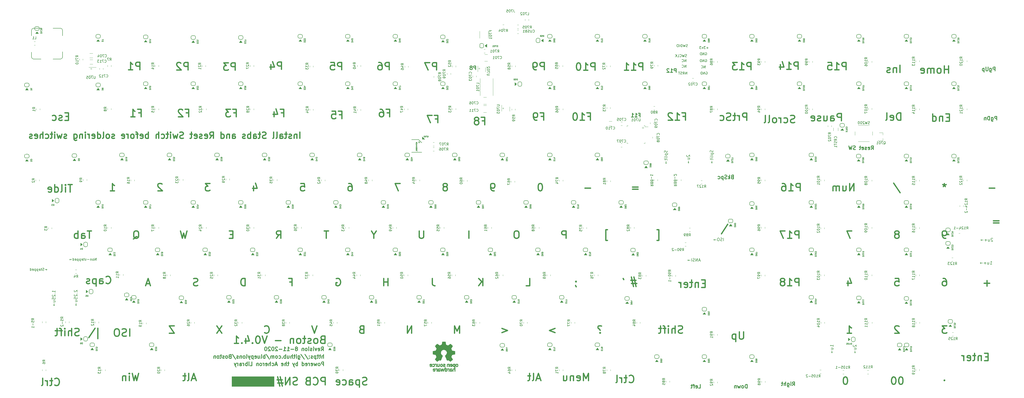
<source format=gbr>
G04 #@! TF.GenerationSoftware,KiCad,Pcbnew,(5.99.0-2421-g2ea5528cd)*
G04 #@! TF.CreationDate,2020-08-11T20:23:47-04:00*
G04 #@! TF.ProjectId,Boston-keyboard-S,426f7374-6f6e-42d6-9b65-79626f617264,rev?*
G04 #@! TF.SameCoordinates,Original*
G04 #@! TF.FileFunction,Legend,Bot*
G04 #@! TF.FilePolarity,Positive*
%FSLAX46Y46*%
G04 Gerber Fmt 4.6, Leading zero omitted, Abs format (unit mm)*
G04 Created by KiCad (PCBNEW (5.99.0-2421-g2ea5528cd)) date 2020-08-11 20:23:47*
%MOMM*%
%LPD*%
G01*
G04 APERTURE LIST*
%ADD10C,0.120000*%
%ADD11C,0.100000*%
%ADD12C,0.300000*%
%ADD13C,0.500000*%
%ADD14C,0.200000*%
%ADD15C,0.150000*%
%ADD16C,0.127000*%
%ADD17C,0.010000*%
G04 APERTURE END LIST*
D10*
X83955489Y-46500000D02*
G75*
G03*
X83955489Y-46500000I-230489J0D01*
G01*
X239400000Y-46400000D02*
G75*
G03*
X239400000Y-46400000I-200000J0D01*
G01*
D11*
G36*
X157000000Y-174000000D02*
G01*
X140000000Y-174000000D01*
X140000000Y-170000000D01*
X157000000Y-170000000D01*
X157000000Y-174000000D01*
G37*
X157000000Y-174000000D02*
X140000000Y-174000000D01*
X140000000Y-170000000D01*
X157000000Y-170000000D01*
X157000000Y-174000000D01*
D10*
X249000000Y-62400000D02*
G75*
G03*
X249000000Y-62400000I-200000J0D01*
G01*
X305082843Y-70200000D02*
G75*
G03*
X305082843Y-70200000I-282843J0D01*
G01*
D12*
X318071428Y-47928571D02*
X318071428Y-46428571D01*
X317500000Y-46428571D01*
X317357142Y-46500000D01*
X317285714Y-46571428D01*
X317214285Y-46714285D01*
X317214285Y-46928571D01*
X317285714Y-47071428D01*
X317357142Y-47142857D01*
X317500000Y-47214285D01*
X318071428Y-47214285D01*
X315785714Y-47928571D02*
X316642857Y-47928571D01*
X316214285Y-47928571D02*
X316214285Y-46428571D01*
X316357142Y-46642857D01*
X316500000Y-46785714D01*
X316642857Y-46857142D01*
X315214285Y-46571428D02*
X315142857Y-46500000D01*
X315000000Y-46428571D01*
X314642857Y-46428571D01*
X314500000Y-46500000D01*
X314428571Y-46571428D01*
X314357142Y-46714285D01*
X314357142Y-46857142D01*
X314428571Y-47071428D01*
X315285714Y-47928571D01*
X314357142Y-47928571D01*
D13*
X131293750Y-92500892D02*
X129436607Y-92500892D01*
X130436607Y-93643750D01*
X130008035Y-93643750D01*
X129722321Y-93786607D01*
X129579464Y-93929464D01*
X129436607Y-94215178D01*
X129436607Y-94929464D01*
X129579464Y-95215178D01*
X129722321Y-95358035D01*
X130008035Y-95500892D01*
X130865178Y-95500892D01*
X131150892Y-95358035D01*
X131293750Y-95215178D01*
D14*
X330011904Y-47750000D02*
X330107142Y-47702380D01*
X330250000Y-47702380D01*
X330392857Y-47750000D01*
X330488095Y-47845238D01*
X330535714Y-47940476D01*
X330583333Y-48130952D01*
X330583333Y-48273809D01*
X330535714Y-48464285D01*
X330488095Y-48559523D01*
X330392857Y-48654761D01*
X330250000Y-48702380D01*
X330154761Y-48702380D01*
X330011904Y-48654761D01*
X329964285Y-48607142D01*
X329964285Y-48273809D01*
X330154761Y-48273809D01*
X329535714Y-48702380D02*
X329535714Y-47702380D01*
X328964285Y-48702380D01*
X328964285Y-47702380D01*
X328488095Y-48702380D02*
X328488095Y-47702380D01*
X328250000Y-47702380D01*
X328107142Y-47750000D01*
X328011904Y-47845238D01*
X327964285Y-47940476D01*
X327916666Y-48130952D01*
X327916666Y-48273809D01*
X327964285Y-48464285D01*
X328011904Y-48559523D01*
X328107142Y-48654761D01*
X328250000Y-48702380D01*
X328488095Y-48702380D01*
D13*
X231306250Y-152650892D02*
X231306250Y-149650892D01*
X230306250Y-151793750D01*
X229306250Y-149650892D01*
X229306250Y-152650892D01*
X386611607Y-152650892D02*
X388325892Y-152650892D01*
X387468750Y-152650892D02*
X387468750Y-149650892D01*
X387754464Y-150079464D01*
X388040178Y-150365178D01*
X388325892Y-150508035D01*
X177428571Y-173357142D02*
X177428571Y-170357142D01*
X176285714Y-170357142D01*
X176000000Y-170500000D01*
X175857142Y-170642857D01*
X175714285Y-170928571D01*
X175714285Y-171357142D01*
X175857142Y-171642857D01*
X176000000Y-171785714D01*
X176285714Y-171928571D01*
X177428571Y-171928571D01*
X172714285Y-173071428D02*
X172857142Y-173214285D01*
X173285714Y-173357142D01*
X173571428Y-173357142D01*
X174000000Y-173214285D01*
X174285714Y-172928571D01*
X174428571Y-172642857D01*
X174571428Y-172071428D01*
X174571428Y-171642857D01*
X174428571Y-171071428D01*
X174285714Y-170785714D01*
X174000000Y-170500000D01*
X173571428Y-170357142D01*
X173285714Y-170357142D01*
X172857142Y-170500000D01*
X172714285Y-170642857D01*
X170428571Y-171785714D02*
X170000000Y-171928571D01*
X169857142Y-172071428D01*
X169714285Y-172357142D01*
X169714285Y-172785714D01*
X169857142Y-173071428D01*
X170000000Y-173214285D01*
X170285714Y-173357142D01*
X171428571Y-173357142D01*
X171428571Y-170357142D01*
X170428571Y-170357142D01*
X170142857Y-170500000D01*
X170000000Y-170642857D01*
X169857142Y-170928571D01*
X169857142Y-171214285D01*
X170000000Y-171500000D01*
X170142857Y-171642857D01*
X170428571Y-171785714D01*
X171428571Y-171785714D01*
X166285714Y-173214285D02*
X165857142Y-173357142D01*
X165142857Y-173357142D01*
X164857142Y-173214285D01*
X164714285Y-173071428D01*
X164571428Y-172785714D01*
X164571428Y-172500000D01*
X164714285Y-172214285D01*
X164857142Y-172071428D01*
X165142857Y-171928571D01*
X165714285Y-171785714D01*
X166000000Y-171642857D01*
X166142857Y-171500000D01*
X166285714Y-171214285D01*
X166285714Y-170928571D01*
X166142857Y-170642857D01*
X166000000Y-170500000D01*
X165714285Y-170357142D01*
X165000000Y-170357142D01*
X164571428Y-170500000D01*
X163285714Y-173357142D02*
X163285714Y-170357142D01*
X161571428Y-173357142D01*
X161571428Y-170357142D01*
X160285714Y-171357142D02*
X158142857Y-171357142D01*
X159428571Y-170071428D02*
X160285714Y-173928571D01*
X158428571Y-172642857D02*
X160571428Y-172642857D01*
X159285714Y-173928571D02*
X158428571Y-170071428D01*
D14*
X332793214Y-79226071D02*
X332850357Y-79397500D01*
X332850357Y-79683214D01*
X332793214Y-79797500D01*
X332736071Y-79854642D01*
X332621785Y-79911785D01*
X332507500Y-79911785D01*
X332393214Y-79854642D01*
X332336071Y-79797500D01*
X332278928Y-79683214D01*
X332221785Y-79454642D01*
X332164642Y-79340357D01*
X332107500Y-79283214D01*
X331993214Y-79226071D01*
X331878928Y-79226071D01*
X331764642Y-79283214D01*
X331707500Y-79340357D01*
X331650357Y-79454642D01*
X331650357Y-79740357D01*
X331707500Y-79911785D01*
X332050357Y-80426071D02*
X333250357Y-80426071D01*
X332107500Y-80426071D02*
X332050357Y-80540357D01*
X332050357Y-80768928D01*
X332107500Y-80883214D01*
X332164642Y-80940357D01*
X332278928Y-80997500D01*
X332621785Y-80997500D01*
X332736071Y-80940357D01*
X332793214Y-80883214D01*
X332850357Y-80768928D01*
X332850357Y-80540357D01*
X332793214Y-80426071D01*
X332850357Y-81683214D02*
X332793214Y-81568928D01*
X332678928Y-81511785D01*
X331650357Y-81511785D01*
X332850357Y-82140357D02*
X332050357Y-82140357D01*
X331650357Y-82140357D02*
X331707500Y-82083214D01*
X331764642Y-82140357D01*
X331707500Y-82197500D01*
X331650357Y-82140357D01*
X331764642Y-82140357D01*
X332050357Y-82540357D02*
X332050357Y-82997500D01*
X331650357Y-82711785D02*
X332678928Y-82711785D01*
X332793214Y-82768928D01*
X332850357Y-82883214D01*
X332850357Y-82997500D01*
X332393214Y-83397500D02*
X332393214Y-84311785D01*
X332621785Y-84083214D02*
X332393214Y-84311785D01*
X332164642Y-84083214D01*
X322035714Y-45952380D02*
X322035714Y-44952380D01*
X321464285Y-45952380D01*
X321464285Y-44952380D01*
X320416666Y-45857142D02*
X320464285Y-45904761D01*
X320607142Y-45952380D01*
X320702380Y-45952380D01*
X320845238Y-45904761D01*
X320940476Y-45809523D01*
X320988095Y-45714285D01*
X321035714Y-45523809D01*
X321035714Y-45380952D01*
X320988095Y-45190476D01*
X320940476Y-45095238D01*
X320845238Y-45000000D01*
X320702380Y-44952380D01*
X320607142Y-44952380D01*
X320464285Y-45000000D01*
X320416666Y-45047619D01*
D13*
X222089285Y-46982142D02*
X222089285Y-43982142D01*
X220946428Y-43982142D01*
X220660714Y-44125000D01*
X220517857Y-44267857D01*
X220375000Y-44553571D01*
X220375000Y-44982142D01*
X220517857Y-45267857D01*
X220660714Y-45410714D01*
X220946428Y-45553571D01*
X222089285Y-45553571D01*
X219375000Y-43982142D02*
X217375000Y-43982142D01*
X218660714Y-46982142D01*
X76110000Y-92977142D02*
X74395714Y-92977142D01*
X75252857Y-95977142D02*
X75252857Y-92977142D01*
X73395714Y-95977142D02*
X73395714Y-93977142D01*
X73395714Y-92977142D02*
X73538571Y-93120000D01*
X73395714Y-93262857D01*
X73252857Y-93120000D01*
X73395714Y-92977142D01*
X73395714Y-93262857D01*
X71538571Y-95977142D02*
X71824285Y-95834285D01*
X71967142Y-95548571D01*
X71967142Y-92977142D01*
X69110000Y-95977142D02*
X69110000Y-92977142D01*
X69110000Y-95834285D02*
X69395714Y-95977142D01*
X69967142Y-95977142D01*
X70252857Y-95834285D01*
X70395714Y-95691428D01*
X70538571Y-95405714D01*
X70538571Y-94548571D01*
X70395714Y-94262857D01*
X70252857Y-94120000D01*
X69967142Y-93977142D01*
X69395714Y-93977142D01*
X69110000Y-94120000D01*
X66538571Y-95834285D02*
X66824285Y-95977142D01*
X67395714Y-95977142D01*
X67681428Y-95834285D01*
X67824285Y-95548571D01*
X67824285Y-94405714D01*
X67681428Y-94120000D01*
X67395714Y-93977142D01*
X66824285Y-93977142D01*
X66538571Y-94120000D01*
X66395714Y-94405714D01*
X66395714Y-94691428D01*
X67824285Y-94977142D01*
X302886607Y-93929464D02*
X300600892Y-93929464D01*
X300600892Y-94786607D02*
X302886607Y-94786607D01*
D12*
X303134285Y-65082857D02*
X303634285Y-65082857D01*
X303634285Y-65868571D02*
X303634285Y-64368571D01*
X302920000Y-64368571D01*
X301562857Y-65868571D02*
X302420000Y-65868571D01*
X301991428Y-65868571D02*
X301991428Y-64368571D01*
X302134285Y-64582857D01*
X302277142Y-64725714D01*
X302420000Y-64797142D01*
X300134285Y-65868571D02*
X300991428Y-65868571D01*
X300562857Y-65868571D02*
X300562857Y-64368571D01*
X300705714Y-64582857D01*
X300848571Y-64725714D01*
X300991428Y-64797142D01*
D13*
X159868750Y-64163839D02*
X160868750Y-64163839D01*
X160868750Y-65735267D02*
X160868750Y-62735267D01*
X159440178Y-62735267D01*
X157011607Y-63735267D02*
X157011607Y-65735267D01*
X157725892Y-62592410D02*
X158440178Y-64735267D01*
X156583035Y-64735267D01*
X207493750Y-92500892D02*
X205493750Y-92500892D01*
X206779464Y-95500892D01*
X365575000Y-68014285D02*
X365146428Y-68157142D01*
X364432142Y-68157142D01*
X364146428Y-68014285D01*
X364003571Y-67871428D01*
X363860714Y-67585714D01*
X363860714Y-67300000D01*
X364003571Y-67014285D01*
X364146428Y-66871428D01*
X364432142Y-66728571D01*
X365003571Y-66585714D01*
X365289285Y-66442857D01*
X365432142Y-66300000D01*
X365575000Y-66014285D01*
X365575000Y-65728571D01*
X365432142Y-65442857D01*
X365289285Y-65300000D01*
X365003571Y-65157142D01*
X364289285Y-65157142D01*
X363860714Y-65300000D01*
X361289285Y-68014285D02*
X361575000Y-68157142D01*
X362146428Y-68157142D01*
X362432142Y-68014285D01*
X362575000Y-67871428D01*
X362717857Y-67585714D01*
X362717857Y-66728571D01*
X362575000Y-66442857D01*
X362432142Y-66300000D01*
X362146428Y-66157142D01*
X361575000Y-66157142D01*
X361289285Y-66300000D01*
X360003571Y-68157142D02*
X360003571Y-66157142D01*
X360003571Y-66728571D02*
X359860714Y-66442857D01*
X359717857Y-66300000D01*
X359432142Y-66157142D01*
X359146428Y-66157142D01*
X357717857Y-68157142D02*
X358003571Y-68014285D01*
X358146428Y-67871428D01*
X358289285Y-67585714D01*
X358289285Y-66728571D01*
X358146428Y-66442857D01*
X358003571Y-66300000D01*
X357717857Y-66157142D01*
X357289285Y-66157142D01*
X357003571Y-66300000D01*
X356860714Y-66442857D01*
X356717857Y-66728571D01*
X356717857Y-67585714D01*
X356860714Y-67871428D01*
X357003571Y-68014285D01*
X357289285Y-68157142D01*
X357717857Y-68157142D01*
X355003571Y-68157142D02*
X355289285Y-68014285D01*
X355432142Y-67728571D01*
X355432142Y-65157142D01*
X353432142Y-68157142D02*
X353717857Y-68014285D01*
X353860714Y-67728571D01*
X353860714Y-65157142D01*
X389301785Y-95500892D02*
X389301785Y-92500892D01*
X387587500Y-95500892D01*
X387587500Y-92500892D01*
X384873214Y-93500892D02*
X384873214Y-95500892D01*
X386158928Y-93500892D02*
X386158928Y-95072321D01*
X386016071Y-95358035D01*
X385730357Y-95500892D01*
X385301785Y-95500892D01*
X385016071Y-95358035D01*
X384873214Y-95215178D01*
X383444642Y-95500892D02*
X383444642Y-93500892D01*
X383444642Y-93786607D02*
X383301785Y-93643750D01*
X383016071Y-93500892D01*
X382587500Y-93500892D01*
X382301785Y-93643750D01*
X382158928Y-93929464D01*
X382158928Y-95500892D01*
X382158928Y-93929464D02*
X382016071Y-93643750D01*
X381730357Y-93500892D01*
X381301785Y-93500892D01*
X381016071Y-93643750D01*
X380873214Y-93929464D01*
X380873214Y-95500892D01*
X153177678Y-152365178D02*
X153320535Y-152508035D01*
X153749107Y-152650892D01*
X154034821Y-152650892D01*
X154463392Y-152508035D01*
X154749107Y-152222321D01*
X154891964Y-151936607D01*
X155034821Y-151365178D01*
X155034821Y-150936607D01*
X154891964Y-150365178D01*
X154749107Y-150079464D01*
X154463392Y-149793750D01*
X154034821Y-149650892D01*
X153749107Y-149650892D01*
X153320535Y-149793750D01*
X153177678Y-149936607D01*
X405233035Y-92358035D02*
X407804464Y-96215178D01*
X388468750Y-111550892D02*
X386468750Y-111550892D01*
X387754464Y-114550892D01*
D12*
X176821428Y-165678571D02*
X176821428Y-164178571D01*
X176250000Y-164178571D01*
X176107142Y-164250000D01*
X176035714Y-164321428D01*
X175964285Y-164464285D01*
X175964285Y-164678571D01*
X176035714Y-164821428D01*
X176107142Y-164892857D01*
X176250000Y-164964285D01*
X176821428Y-164964285D01*
X175107142Y-165678571D02*
X175250000Y-165607142D01*
X175321428Y-165535714D01*
X175392857Y-165392857D01*
X175392857Y-164964285D01*
X175321428Y-164821428D01*
X175250000Y-164750000D01*
X175107142Y-164678571D01*
X174892857Y-164678571D01*
X174750000Y-164750000D01*
X174678571Y-164821428D01*
X174607142Y-164964285D01*
X174607142Y-165392857D01*
X174678571Y-165535714D01*
X174750000Y-165607142D01*
X174892857Y-165678571D01*
X175107142Y-165678571D01*
X174107142Y-164678571D02*
X173821428Y-165678571D01*
X173535714Y-164964285D01*
X173250000Y-165678571D01*
X172964285Y-164678571D01*
X171821428Y-165607142D02*
X171964285Y-165678571D01*
X172250000Y-165678571D01*
X172392857Y-165607142D01*
X172464285Y-165464285D01*
X172464285Y-164892857D01*
X172392857Y-164750000D01*
X172250000Y-164678571D01*
X171964285Y-164678571D01*
X171821428Y-164750000D01*
X171750000Y-164892857D01*
X171750000Y-165035714D01*
X172464285Y-165178571D01*
X171107142Y-165678571D02*
X171107142Y-164678571D01*
X171107142Y-164964285D02*
X171035714Y-164821428D01*
X170964285Y-164750000D01*
X170821428Y-164678571D01*
X170678571Y-164678571D01*
X169607142Y-165607142D02*
X169750000Y-165678571D01*
X170035714Y-165678571D01*
X170178571Y-165607142D01*
X170250000Y-165464285D01*
X170250000Y-164892857D01*
X170178571Y-164750000D01*
X170035714Y-164678571D01*
X169750000Y-164678571D01*
X169607142Y-164750000D01*
X169535714Y-164892857D01*
X169535714Y-165035714D01*
X170250000Y-165178571D01*
X168250000Y-165678571D02*
X168250000Y-164178571D01*
X168250000Y-165607142D02*
X168392857Y-165678571D01*
X168678571Y-165678571D01*
X168821428Y-165607142D01*
X168892857Y-165535714D01*
X168964285Y-165392857D01*
X168964285Y-164964285D01*
X168892857Y-164821428D01*
X168821428Y-164750000D01*
X168678571Y-164678571D01*
X168392857Y-164678571D01*
X168250000Y-164750000D01*
X166392857Y-165678571D02*
X166392857Y-164178571D01*
X166392857Y-164750000D02*
X166250000Y-164678571D01*
X165964285Y-164678571D01*
X165821428Y-164750000D01*
X165750000Y-164821428D01*
X165678571Y-164964285D01*
X165678571Y-165392857D01*
X165750000Y-165535714D01*
X165821428Y-165607142D01*
X165964285Y-165678571D01*
X166250000Y-165678571D01*
X166392857Y-165607142D01*
X165178571Y-164678571D02*
X164821428Y-165678571D01*
X164464285Y-164678571D02*
X164821428Y-165678571D01*
X164964285Y-166035714D01*
X165035714Y-166107142D01*
X165178571Y-166178571D01*
X162964285Y-164678571D02*
X162392857Y-164678571D01*
X162750000Y-164178571D02*
X162750000Y-165464285D01*
X162678571Y-165607142D01*
X162535714Y-165678571D01*
X162392857Y-165678571D01*
X161892857Y-165678571D02*
X161892857Y-164178571D01*
X161250000Y-165678571D02*
X161250000Y-164892857D01*
X161321428Y-164750000D01*
X161464285Y-164678571D01*
X161678571Y-164678571D01*
X161821428Y-164750000D01*
X161892857Y-164821428D01*
X159964285Y-165607142D02*
X160107142Y-165678571D01*
X160392857Y-165678571D01*
X160535714Y-165607142D01*
X160607142Y-165464285D01*
X160607142Y-164892857D01*
X160535714Y-164750000D01*
X160392857Y-164678571D01*
X160107142Y-164678571D01*
X159964285Y-164750000D01*
X159892857Y-164892857D01*
X159892857Y-165035714D01*
X160607142Y-165178571D01*
X158178571Y-165250000D02*
X157464285Y-165250000D01*
X158321428Y-165678571D02*
X157821428Y-164178571D01*
X157321428Y-165678571D01*
X156178571Y-165607142D02*
X156321428Y-165678571D01*
X156607142Y-165678571D01*
X156750000Y-165607142D01*
X156821428Y-165535714D01*
X156892857Y-165392857D01*
X156892857Y-164964285D01*
X156821428Y-164821428D01*
X156750000Y-164750000D01*
X156607142Y-164678571D01*
X156321428Y-164678571D01*
X156178571Y-164750000D01*
X155535714Y-165678571D02*
X155535714Y-164178571D01*
X154892857Y-165678571D02*
X154892857Y-164892857D01*
X154964285Y-164750000D01*
X155107142Y-164678571D01*
X155321428Y-164678571D01*
X155464285Y-164750000D01*
X155535714Y-164821428D01*
X153607142Y-165607142D02*
X153750000Y-165678571D01*
X154035714Y-165678571D01*
X154178571Y-165607142D01*
X154250000Y-165464285D01*
X154250000Y-164892857D01*
X154178571Y-164750000D01*
X154035714Y-164678571D01*
X153750000Y-164678571D01*
X153607142Y-164750000D01*
X153535714Y-164892857D01*
X153535714Y-165035714D01*
X154250000Y-165178571D01*
X152892857Y-165678571D02*
X152892857Y-164678571D01*
X152892857Y-164964285D02*
X152821428Y-164821428D01*
X152750000Y-164750000D01*
X152607142Y-164678571D01*
X152464285Y-164678571D01*
X151750000Y-165678571D02*
X151892857Y-165607142D01*
X151964285Y-165535714D01*
X152035714Y-165392857D01*
X152035714Y-164964285D01*
X151964285Y-164821428D01*
X151892857Y-164750000D01*
X151750000Y-164678571D01*
X151535714Y-164678571D01*
X151392857Y-164750000D01*
X151321428Y-164821428D01*
X151250000Y-164964285D01*
X151250000Y-165392857D01*
X151321428Y-165535714D01*
X151392857Y-165607142D01*
X151535714Y-165678571D01*
X151750000Y-165678571D01*
X150607142Y-164678571D02*
X150607142Y-165678571D01*
X150607142Y-164821428D02*
X150535714Y-164750000D01*
X150392857Y-164678571D01*
X150178571Y-164678571D01*
X150035714Y-164750000D01*
X149964285Y-164892857D01*
X149964285Y-165678571D01*
X147392857Y-165678571D02*
X148107142Y-165678571D01*
X148107142Y-164178571D01*
X146892857Y-165678571D02*
X146892857Y-164678571D01*
X146892857Y-164178571D02*
X146964285Y-164250000D01*
X146892857Y-164321428D01*
X146821428Y-164250000D01*
X146892857Y-164178571D01*
X146892857Y-164321428D01*
X146178571Y-165678571D02*
X146178571Y-164178571D01*
X146178571Y-164750000D02*
X146035714Y-164678571D01*
X145750000Y-164678571D01*
X145607142Y-164750000D01*
X145535714Y-164821428D01*
X145464285Y-164964285D01*
X145464285Y-165392857D01*
X145535714Y-165535714D01*
X145607142Y-165607142D01*
X145750000Y-165678571D01*
X146035714Y-165678571D01*
X146178571Y-165607142D01*
X144821428Y-165678571D02*
X144821428Y-164678571D01*
X144821428Y-164964285D02*
X144750000Y-164821428D01*
X144678571Y-164750000D01*
X144535714Y-164678571D01*
X144392857Y-164678571D01*
X143250000Y-165678571D02*
X143250000Y-164892857D01*
X143321428Y-164750000D01*
X143464285Y-164678571D01*
X143750000Y-164678571D01*
X143892857Y-164750000D01*
X143250000Y-165607142D02*
X143392857Y-165678571D01*
X143750000Y-165678571D01*
X143892857Y-165607142D01*
X143964285Y-165464285D01*
X143964285Y-165321428D01*
X143892857Y-165178571D01*
X143750000Y-165107142D01*
X143392857Y-165107142D01*
X143250000Y-165035714D01*
X142535714Y-165678571D02*
X142535714Y-164678571D01*
X142535714Y-164964285D02*
X142464285Y-164821428D01*
X142392857Y-164750000D01*
X142250000Y-164678571D01*
X142107142Y-164678571D01*
X141750000Y-164678571D02*
X141392857Y-165678571D01*
X141035714Y-164678571D02*
X141392857Y-165678571D01*
X141535714Y-166035714D01*
X141607142Y-166107142D01*
X141750000Y-166178571D01*
D13*
X167679464Y-92500892D02*
X169108035Y-92500892D01*
X169250892Y-93929464D01*
X169108035Y-93786607D01*
X168822321Y-93643750D01*
X168108035Y-93643750D01*
X167822321Y-93786607D01*
X167679464Y-93929464D01*
X167536607Y-94215178D01*
X167536607Y-94929464D01*
X167679464Y-95215178D01*
X167822321Y-95358035D01*
X168108035Y-95500892D01*
X168822321Y-95500892D01*
X169108035Y-95358035D01*
X169250892Y-95215178D01*
D14*
X65195238Y-127096428D02*
X65957142Y-127096428D01*
X65766666Y-127286904D02*
X65957142Y-127096428D01*
X65766666Y-126905952D01*
X64766666Y-127429761D02*
X64623809Y-127477380D01*
X64385714Y-127477380D01*
X64290476Y-127429761D01*
X64242857Y-127382142D01*
X64195238Y-127286904D01*
X64195238Y-127191666D01*
X64242857Y-127096428D01*
X64290476Y-127048809D01*
X64385714Y-127001190D01*
X64576190Y-126953571D01*
X64671428Y-126905952D01*
X64719047Y-126858333D01*
X64766666Y-126763095D01*
X64766666Y-126667857D01*
X64719047Y-126572619D01*
X64671428Y-126525000D01*
X64576190Y-126477380D01*
X64338095Y-126477380D01*
X64195238Y-126525000D01*
X63909523Y-126810714D02*
X63528571Y-126810714D01*
X63766666Y-126477380D02*
X63766666Y-127334523D01*
X63719047Y-127429761D01*
X63623809Y-127477380D01*
X63528571Y-127477380D01*
X62814285Y-127429761D02*
X62909523Y-127477380D01*
X63100000Y-127477380D01*
X63195238Y-127429761D01*
X63242857Y-127334523D01*
X63242857Y-126953571D01*
X63195238Y-126858333D01*
X63100000Y-126810714D01*
X62909523Y-126810714D01*
X62814285Y-126858333D01*
X62766666Y-126953571D01*
X62766666Y-127048809D01*
X63242857Y-127144047D01*
X62338095Y-126810714D02*
X62338095Y-127810714D01*
X62338095Y-126858333D02*
X62242857Y-126810714D01*
X62052380Y-126810714D01*
X61957142Y-126858333D01*
X61909523Y-126905952D01*
X61861904Y-127001190D01*
X61861904Y-127286904D01*
X61909523Y-127382142D01*
X61957142Y-127429761D01*
X62052380Y-127477380D01*
X62242857Y-127477380D01*
X62338095Y-127429761D01*
X61433333Y-126810714D02*
X61433333Y-127810714D01*
X61433333Y-126858333D02*
X61338095Y-126810714D01*
X61147619Y-126810714D01*
X61052380Y-126858333D01*
X61004761Y-126905952D01*
X60957142Y-127001190D01*
X60957142Y-127286904D01*
X61004761Y-127382142D01*
X61052380Y-127429761D01*
X61147619Y-127477380D01*
X61338095Y-127477380D01*
X61433333Y-127429761D01*
X60147619Y-127429761D02*
X60242857Y-127477380D01*
X60433333Y-127477380D01*
X60528571Y-127429761D01*
X60576190Y-127334523D01*
X60576190Y-126953571D01*
X60528571Y-126858333D01*
X60433333Y-126810714D01*
X60242857Y-126810714D01*
X60147619Y-126858333D01*
X60100000Y-126953571D01*
X60100000Y-127048809D01*
X60576190Y-127144047D01*
X59242857Y-127477380D02*
X59242857Y-126477380D01*
X59242857Y-127429761D02*
X59338095Y-127477380D01*
X59528571Y-127477380D01*
X59623809Y-127429761D01*
X59671428Y-127382142D01*
X59719047Y-127286904D01*
X59719047Y-127001190D01*
X59671428Y-126905952D01*
X59623809Y-126858333D01*
X59528571Y-126810714D01*
X59338095Y-126810714D01*
X59242857Y-126858333D01*
D13*
X99114285Y-153857142D02*
X99114285Y-150857142D01*
X97828571Y-153714285D02*
X97400000Y-153857142D01*
X96685714Y-153857142D01*
X96400000Y-153714285D01*
X96257142Y-153571428D01*
X96114285Y-153285714D01*
X96114285Y-153000000D01*
X96257142Y-152714285D01*
X96400000Y-152571428D01*
X96685714Y-152428571D01*
X97257142Y-152285714D01*
X97542857Y-152142857D01*
X97685714Y-152000000D01*
X97828571Y-151714285D01*
X97828571Y-151428571D01*
X97685714Y-151142857D01*
X97542857Y-151000000D01*
X97257142Y-150857142D01*
X96542857Y-150857142D01*
X96114285Y-151000000D01*
X94257142Y-150857142D02*
X93685714Y-150857142D01*
X93400000Y-151000000D01*
X93114285Y-151285714D01*
X92971428Y-151857142D01*
X92971428Y-152857142D01*
X93114285Y-153428571D01*
X93400000Y-153714285D01*
X93685714Y-153857142D01*
X94257142Y-153857142D01*
X94542857Y-153714285D01*
X94828571Y-153428571D01*
X94971428Y-152857142D01*
X94971428Y-151857142D01*
X94828571Y-151285714D01*
X94542857Y-151000000D01*
X94257142Y-150857142D01*
X86400000Y-154857142D02*
X86400000Y-150571428D01*
X85257142Y-150571428D02*
X82685714Y-154428571D01*
D14*
X337042857Y-115567857D02*
X337042857Y-114367857D01*
X336528571Y-115510714D02*
X336357142Y-115567857D01*
X336071428Y-115567857D01*
X335957142Y-115510714D01*
X335900000Y-115453571D01*
X335842857Y-115339285D01*
X335842857Y-115225000D01*
X335900000Y-115110714D01*
X335957142Y-115053571D01*
X336071428Y-114996428D01*
X336300000Y-114939285D01*
X336414285Y-114882142D01*
X336471428Y-114825000D01*
X336528571Y-114710714D01*
X336528571Y-114596428D01*
X336471428Y-114482142D01*
X336414285Y-114425000D01*
X336300000Y-114367857D01*
X336014285Y-114367857D01*
X335842857Y-114425000D01*
X335100000Y-114367857D02*
X334871428Y-114367857D01*
X334757142Y-114425000D01*
X334642857Y-114539285D01*
X334585714Y-114767857D01*
X334585714Y-115167857D01*
X334642857Y-115396428D01*
X334757142Y-115510714D01*
X334871428Y-115567857D01*
X335100000Y-115567857D01*
X335214285Y-115510714D01*
X335328571Y-115396428D01*
X335385714Y-115167857D01*
X335385714Y-114767857D01*
X335328571Y-114539285D01*
X335214285Y-114425000D01*
X335100000Y-114367857D01*
X334071428Y-115110714D02*
X333157142Y-115110714D01*
X333385714Y-115339285D02*
X333157142Y-115110714D01*
X333385714Y-114882142D01*
X329785714Y-46202380D02*
X329785714Y-45202380D01*
X329214285Y-46202380D01*
X329214285Y-45202380D01*
X328166666Y-46107142D02*
X328214285Y-46154761D01*
X328357142Y-46202380D01*
X328452380Y-46202380D01*
X328595238Y-46154761D01*
X328690476Y-46059523D01*
X328738095Y-45964285D01*
X328785714Y-45773809D01*
X328785714Y-45630952D01*
X328738095Y-45440476D01*
X328690476Y-45345238D01*
X328595238Y-45250000D01*
X328452380Y-45202380D01*
X328357142Y-45202380D01*
X328214285Y-45250000D01*
X328166666Y-45297619D01*
D13*
X425568750Y-171415178D02*
X425425892Y-171558035D01*
X425568750Y-171700892D01*
X425711607Y-171558035D01*
X425568750Y-171415178D01*
X425568750Y-171700892D01*
X102718750Y-64163839D02*
X103718750Y-64163839D01*
X103718750Y-65735267D02*
X103718750Y-62735267D01*
X102290178Y-62735267D01*
X99575892Y-65735267D02*
X101290178Y-65735267D01*
X100433035Y-65735267D02*
X100433035Y-62735267D01*
X100718750Y-63163839D01*
X101004464Y-63449553D01*
X101290178Y-63592410D01*
X145366964Y-133600892D02*
X145366964Y-130600892D01*
X144652678Y-130600892D01*
X144224107Y-130743750D01*
X143938392Y-131029464D01*
X143795535Y-131315178D01*
X143652678Y-131886607D01*
X143652678Y-132315178D01*
X143795535Y-132886607D01*
X143938392Y-133172321D01*
X144224107Y-133458035D01*
X144652678Y-133600892D01*
X145366964Y-133600892D01*
D12*
X346535714Y-174678571D02*
X346535714Y-173178571D01*
X346178571Y-173178571D01*
X345964285Y-173250000D01*
X345821428Y-173392857D01*
X345750000Y-173535714D01*
X345678571Y-173821428D01*
X345678571Y-174035714D01*
X345750000Y-174321428D01*
X345821428Y-174464285D01*
X345964285Y-174607142D01*
X346178571Y-174678571D01*
X346535714Y-174678571D01*
X344821428Y-174678571D02*
X344964285Y-174607142D01*
X345035714Y-174535714D01*
X345107142Y-174392857D01*
X345107142Y-173964285D01*
X345035714Y-173821428D01*
X344964285Y-173750000D01*
X344821428Y-173678571D01*
X344607142Y-173678571D01*
X344464285Y-173750000D01*
X344392857Y-173821428D01*
X344321428Y-173964285D01*
X344321428Y-174392857D01*
X344392857Y-174535714D01*
X344464285Y-174607142D01*
X344607142Y-174678571D01*
X344821428Y-174678571D01*
X343821428Y-173678571D02*
X343535714Y-174678571D01*
X343250000Y-173964285D01*
X342964285Y-174678571D01*
X342678571Y-173678571D01*
X342107142Y-173678571D02*
X342107142Y-174678571D01*
X342107142Y-173821428D02*
X342035714Y-173750000D01*
X341892857Y-173678571D01*
X341678571Y-173678571D01*
X341535714Y-173750000D01*
X341464285Y-173892857D01*
X341464285Y-174678571D01*
D13*
X202588392Y-133600892D02*
X202588392Y-130600892D01*
X202588392Y-132029464D02*
X200874107Y-132029464D01*
X200874107Y-133600892D02*
X200874107Y-130600892D01*
D12*
X446550000Y-67068571D02*
X446550000Y-65568571D01*
X445978571Y-65568571D01*
X445835714Y-65640000D01*
X445764285Y-65711428D01*
X445692857Y-65854285D01*
X445692857Y-66068571D01*
X445764285Y-66211428D01*
X445835714Y-66282857D01*
X445978571Y-66354285D01*
X446550000Y-66354285D01*
X444407142Y-66068571D02*
X444407142Y-67282857D01*
X444478571Y-67425714D01*
X444550000Y-67497142D01*
X444692857Y-67568571D01*
X444907142Y-67568571D01*
X445050000Y-67497142D01*
X444407142Y-66997142D02*
X444550000Y-67068571D01*
X444835714Y-67068571D01*
X444978571Y-66997142D01*
X445050000Y-66925714D01*
X445121428Y-66782857D01*
X445121428Y-66354285D01*
X445050000Y-66211428D01*
X444978571Y-66140000D01*
X444835714Y-66068571D01*
X444550000Y-66068571D01*
X444407142Y-66140000D01*
X443692857Y-67068571D02*
X443692857Y-65568571D01*
X443335714Y-65568571D01*
X443121428Y-65640000D01*
X442978571Y-65782857D01*
X442907142Y-65925714D01*
X442835714Y-66211428D01*
X442835714Y-66425714D01*
X442907142Y-66711428D01*
X442978571Y-66854285D01*
X443121428Y-66997142D01*
X443335714Y-67068571D01*
X443692857Y-67068571D01*
X442192857Y-66068571D02*
X442192857Y-67068571D01*
X442192857Y-66211428D02*
X442121428Y-66140000D01*
X441978571Y-66068571D01*
X441764285Y-66068571D01*
X441621428Y-66140000D01*
X441550000Y-66282857D01*
X441550000Y-67068571D01*
D13*
X174156250Y-149650892D02*
X173156250Y-152650892D01*
X172156250Y-149650892D01*
X186872321Y-92500892D02*
X187443750Y-92500892D01*
X187729464Y-92643750D01*
X187872321Y-92786607D01*
X188158035Y-93215178D01*
X188300892Y-93786607D01*
X188300892Y-94929464D01*
X188158035Y-95215178D01*
X188015178Y-95358035D01*
X187729464Y-95500892D01*
X187158035Y-95500892D01*
X186872321Y-95358035D01*
X186729464Y-95215178D01*
X186586607Y-94929464D01*
X186586607Y-94215178D01*
X186729464Y-93929464D01*
X186872321Y-93786607D01*
X187158035Y-93643750D01*
X187729464Y-93643750D01*
X188015178Y-93786607D01*
X188158035Y-93929464D01*
X188300892Y-94215178D01*
D14*
X314453214Y-79376071D02*
X314510357Y-79547500D01*
X314510357Y-79833214D01*
X314453214Y-79947500D01*
X314396071Y-80004642D01*
X314281785Y-80061785D01*
X314167500Y-80061785D01*
X314053214Y-80004642D01*
X313996071Y-79947500D01*
X313938928Y-79833214D01*
X313881785Y-79604642D01*
X313824642Y-79490357D01*
X313767500Y-79433214D01*
X313653214Y-79376071D01*
X313538928Y-79376071D01*
X313424642Y-79433214D01*
X313367500Y-79490357D01*
X313310357Y-79604642D01*
X313310357Y-79890357D01*
X313367500Y-80061785D01*
X313710357Y-80576071D02*
X314910357Y-80576071D01*
X313767500Y-80576071D02*
X313710357Y-80690357D01*
X313710357Y-80918928D01*
X313767500Y-81033214D01*
X313824642Y-81090357D01*
X313938928Y-81147500D01*
X314281785Y-81147500D01*
X314396071Y-81090357D01*
X314453214Y-81033214D01*
X314510357Y-80918928D01*
X314510357Y-80690357D01*
X314453214Y-80576071D01*
X314510357Y-81833214D02*
X314453214Y-81718928D01*
X314338928Y-81661785D01*
X313310357Y-81661785D01*
X314510357Y-82290357D02*
X313710357Y-82290357D01*
X313310357Y-82290357D02*
X313367500Y-82233214D01*
X313424642Y-82290357D01*
X313367500Y-82347500D01*
X313310357Y-82290357D01*
X313424642Y-82290357D01*
X313710357Y-82690357D02*
X313710357Y-83147500D01*
X313310357Y-82861785D02*
X314338928Y-82861785D01*
X314453214Y-82918928D01*
X314510357Y-83033214D01*
X314510357Y-83147500D01*
X314053214Y-83547500D02*
X314053214Y-84461785D01*
X314281785Y-84233214D02*
X314053214Y-84461785D01*
X313824642Y-84233214D01*
D13*
X140818750Y-64163839D02*
X141818750Y-64163839D01*
X141818750Y-65735267D02*
X141818750Y-62735267D01*
X140390178Y-62735267D01*
X139533035Y-62735267D02*
X137675892Y-62735267D01*
X138675892Y-63878125D01*
X138247321Y-63878125D01*
X137961607Y-64020982D01*
X137818750Y-64163839D01*
X137675892Y-64449553D01*
X137675892Y-65163839D01*
X137818750Y-65449553D01*
X137961607Y-65592410D01*
X138247321Y-65735267D01*
X139104464Y-65735267D01*
X139390178Y-65592410D01*
X139533035Y-65449553D01*
D14*
X85758333Y-123427380D02*
X85758333Y-122427380D01*
X85186904Y-123427380D01*
X85186904Y-122427380D01*
X84567857Y-123427380D02*
X84663095Y-123379761D01*
X84710714Y-123332142D01*
X84758333Y-123236904D01*
X84758333Y-122951190D01*
X84710714Y-122855952D01*
X84663095Y-122808333D01*
X84567857Y-122760714D01*
X84425000Y-122760714D01*
X84329761Y-122808333D01*
X84282142Y-122855952D01*
X84234523Y-122951190D01*
X84234523Y-123236904D01*
X84282142Y-123332142D01*
X84329761Y-123379761D01*
X84425000Y-123427380D01*
X84567857Y-123427380D01*
X83805952Y-122760714D02*
X83805952Y-123427380D01*
X83805952Y-122855952D02*
X83758333Y-122808333D01*
X83663095Y-122760714D01*
X83520238Y-122760714D01*
X83425000Y-122808333D01*
X83377380Y-122903571D01*
X83377380Y-123427380D01*
X82901190Y-123046428D02*
X82139285Y-123046428D01*
X81710714Y-123379761D02*
X81615476Y-123427380D01*
X81425000Y-123427380D01*
X81329761Y-123379761D01*
X81282142Y-123284523D01*
X81282142Y-123236904D01*
X81329761Y-123141666D01*
X81425000Y-123094047D01*
X81567857Y-123094047D01*
X81663095Y-123046428D01*
X81710714Y-122951190D01*
X81710714Y-122903571D01*
X81663095Y-122808333D01*
X81567857Y-122760714D01*
X81425000Y-122760714D01*
X81329761Y-122808333D01*
X80996428Y-122760714D02*
X80615476Y-122760714D01*
X80853571Y-122427380D02*
X80853571Y-123284523D01*
X80805952Y-123379761D01*
X80710714Y-123427380D01*
X80615476Y-123427380D01*
X79901190Y-123379761D02*
X79996428Y-123427380D01*
X80186904Y-123427380D01*
X80282142Y-123379761D01*
X80329761Y-123284523D01*
X80329761Y-122903571D01*
X80282142Y-122808333D01*
X80186904Y-122760714D01*
X79996428Y-122760714D01*
X79901190Y-122808333D01*
X79853571Y-122903571D01*
X79853571Y-122998809D01*
X80329761Y-123094047D01*
X79425000Y-122760714D02*
X79425000Y-123760714D01*
X79425000Y-122808333D02*
X79329761Y-122760714D01*
X79139285Y-122760714D01*
X79044047Y-122808333D01*
X78996428Y-122855952D01*
X78948809Y-122951190D01*
X78948809Y-123236904D01*
X78996428Y-123332142D01*
X79044047Y-123379761D01*
X79139285Y-123427380D01*
X79329761Y-123427380D01*
X79425000Y-123379761D01*
X78520238Y-122760714D02*
X78520238Y-123760714D01*
X78520238Y-122808333D02*
X78425000Y-122760714D01*
X78234523Y-122760714D01*
X78139285Y-122808333D01*
X78091666Y-122855952D01*
X78044047Y-122951190D01*
X78044047Y-123236904D01*
X78091666Y-123332142D01*
X78139285Y-123379761D01*
X78234523Y-123427380D01*
X78425000Y-123427380D01*
X78520238Y-123379761D01*
X77234523Y-123379761D02*
X77329761Y-123427380D01*
X77520238Y-123427380D01*
X77615476Y-123379761D01*
X77663095Y-123284523D01*
X77663095Y-122903571D01*
X77615476Y-122808333D01*
X77520238Y-122760714D01*
X77329761Y-122760714D01*
X77234523Y-122808333D01*
X77186904Y-122903571D01*
X77186904Y-122998809D01*
X77663095Y-123094047D01*
X76329761Y-123427380D02*
X76329761Y-122427380D01*
X76329761Y-123379761D02*
X76425000Y-123427380D01*
X76615476Y-123427380D01*
X76710714Y-123379761D01*
X76758333Y-123332142D01*
X76805952Y-123236904D01*
X76805952Y-122951190D01*
X76758333Y-122855952D01*
X76710714Y-122808333D01*
X76615476Y-122760714D01*
X76425000Y-122760714D01*
X76329761Y-122808333D01*
X75853571Y-123046428D02*
X75091666Y-123046428D01*
X75282142Y-123236904D02*
X75091666Y-123046428D01*
X75282142Y-122855952D01*
D12*
X237782142Y-46828571D02*
X237782142Y-45328571D01*
X237210714Y-45328571D01*
X237067857Y-45400000D01*
X236996428Y-45471428D01*
X236925000Y-45614285D01*
X236925000Y-45828571D01*
X236996428Y-45971428D01*
X237067857Y-46042857D01*
X237210714Y-46114285D01*
X237782142Y-46114285D01*
X236067857Y-45971428D02*
X236210714Y-45900000D01*
X236282142Y-45828571D01*
X236353571Y-45685714D01*
X236353571Y-45614285D01*
X236282142Y-45471428D01*
X236210714Y-45400000D01*
X236067857Y-45328571D01*
X235782142Y-45328571D01*
X235639285Y-45400000D01*
X235567857Y-45471428D01*
X235496428Y-45614285D01*
X235496428Y-45685714D01*
X235567857Y-45828571D01*
X235639285Y-45900000D01*
X235782142Y-45971428D01*
X236067857Y-45971428D01*
X236210714Y-46042857D01*
X236282142Y-46114285D01*
X236353571Y-46257142D01*
X236353571Y-46542857D01*
X236282142Y-46685714D01*
X236210714Y-46757142D01*
X236067857Y-46828571D01*
X235782142Y-46828571D01*
X235639285Y-46757142D01*
X235567857Y-46685714D01*
X235496428Y-46542857D01*
X235496428Y-46257142D01*
X235567857Y-46114285D01*
X235639285Y-46042857D01*
X235782142Y-45971428D01*
D13*
X235068750Y-114550892D02*
X235068750Y-111550892D01*
D14*
X322392857Y-48702380D02*
X322392857Y-47702380D01*
X321821428Y-48702380D01*
X321821428Y-47702380D01*
X320773809Y-48702380D02*
X321107142Y-48226190D01*
X321345238Y-48702380D02*
X321345238Y-47702380D01*
X320964285Y-47702380D01*
X320869047Y-47750000D01*
X320821428Y-47797619D01*
X320773809Y-47892857D01*
X320773809Y-48035714D01*
X320821428Y-48130952D01*
X320869047Y-48178571D01*
X320964285Y-48226190D01*
X321345238Y-48226190D01*
X320392857Y-48654761D02*
X320250000Y-48702380D01*
X320011904Y-48702380D01*
X319916666Y-48654761D01*
X319869047Y-48607142D01*
X319821428Y-48511904D01*
X319821428Y-48416666D01*
X319869047Y-48321428D01*
X319916666Y-48273809D01*
X320011904Y-48226190D01*
X320202380Y-48178571D01*
X320297619Y-48130952D01*
X320345238Y-48083333D01*
X320392857Y-47988095D01*
X320392857Y-47892857D01*
X320345238Y-47797619D01*
X320297619Y-47750000D01*
X320202380Y-47702380D01*
X319964285Y-47702380D01*
X319821428Y-47750000D01*
X319535714Y-47702380D02*
X318964285Y-47702380D01*
X319250000Y-48702380D02*
X319250000Y-47702380D01*
D13*
X277788392Y-133458035D02*
X277788392Y-133600892D01*
X277931250Y-133886607D01*
X278074107Y-134029464D01*
X277931250Y-131743750D02*
X277788392Y-131886607D01*
X277931250Y-132029464D01*
X278074107Y-131886607D01*
X277931250Y-131743750D01*
X277931250Y-132029464D01*
D12*
X364678571Y-173678571D02*
X365178571Y-172964285D01*
X365535714Y-173678571D02*
X365535714Y-172178571D01*
X364964285Y-172178571D01*
X364821428Y-172250000D01*
X364750000Y-172321428D01*
X364678571Y-172464285D01*
X364678571Y-172678571D01*
X364750000Y-172821428D01*
X364821428Y-172892857D01*
X364964285Y-172964285D01*
X365535714Y-172964285D01*
X364035714Y-173678571D02*
X364035714Y-172678571D01*
X364035714Y-172178571D02*
X364107142Y-172250000D01*
X364035714Y-172321428D01*
X363964285Y-172250000D01*
X364035714Y-172178571D01*
X364035714Y-172321428D01*
X362678571Y-172678571D02*
X362678571Y-173892857D01*
X362750000Y-174035714D01*
X362821428Y-174107142D01*
X362964285Y-174178571D01*
X363178571Y-174178571D01*
X363321428Y-174107142D01*
X362678571Y-173607142D02*
X362821428Y-173678571D01*
X363107142Y-173678571D01*
X363250000Y-173607142D01*
X363321428Y-173535714D01*
X363392857Y-173392857D01*
X363392857Y-172964285D01*
X363321428Y-172821428D01*
X363250000Y-172750000D01*
X363107142Y-172678571D01*
X362821428Y-172678571D01*
X362678571Y-172750000D01*
X361964285Y-173678571D02*
X361964285Y-172178571D01*
X361321428Y-173678571D02*
X361321428Y-172892857D01*
X361392857Y-172750000D01*
X361535714Y-172678571D01*
X361750000Y-172678571D01*
X361892857Y-172750000D01*
X361964285Y-172821428D01*
X360821428Y-172678571D02*
X360250000Y-172678571D01*
X360607142Y-172178571D02*
X360607142Y-173464285D01*
X360535714Y-173607142D01*
X360392857Y-173678571D01*
X360250000Y-173678571D01*
X340535714Y-89892857D02*
X340321428Y-89964285D01*
X340250000Y-90035714D01*
X340178571Y-90178571D01*
X340178571Y-90392857D01*
X340250000Y-90535714D01*
X340321428Y-90607142D01*
X340464285Y-90678571D01*
X341035714Y-90678571D01*
X341035714Y-89178571D01*
X340535714Y-89178571D01*
X340392857Y-89250000D01*
X340321428Y-89321428D01*
X340250000Y-89464285D01*
X340250000Y-89607142D01*
X340321428Y-89750000D01*
X340392857Y-89821428D01*
X340535714Y-89892857D01*
X341035714Y-89892857D01*
X339535714Y-90678571D02*
X339535714Y-89178571D01*
X339392857Y-90107142D02*
X338964285Y-90678571D01*
X338964285Y-89678571D02*
X339535714Y-90250000D01*
X338392857Y-90607142D02*
X338178571Y-90678571D01*
X337821428Y-90678571D01*
X337678571Y-90607142D01*
X337607142Y-90535714D01*
X337535714Y-90392857D01*
X337535714Y-90250000D01*
X337607142Y-90107142D01*
X337678571Y-90035714D01*
X337821428Y-89964285D01*
X338107142Y-89892857D01*
X338250000Y-89821428D01*
X338321428Y-89750000D01*
X338392857Y-89607142D01*
X338392857Y-89464285D01*
X338321428Y-89321428D01*
X338250000Y-89250000D01*
X338107142Y-89178571D01*
X337750000Y-89178571D01*
X337535714Y-89250000D01*
X336892857Y-89678571D02*
X336892857Y-91178571D01*
X336892857Y-89750000D02*
X336750000Y-89678571D01*
X336464285Y-89678571D01*
X336321428Y-89750000D01*
X336250000Y-89821428D01*
X336178571Y-89964285D01*
X336178571Y-90392857D01*
X336250000Y-90535714D01*
X336321428Y-90607142D01*
X336464285Y-90678571D01*
X336750000Y-90678571D01*
X336892857Y-90607142D01*
X334892857Y-90607142D02*
X335035714Y-90678571D01*
X335321428Y-90678571D01*
X335464285Y-90607142D01*
X335535714Y-90535714D01*
X335607142Y-90392857D01*
X335607142Y-89964285D01*
X335535714Y-89821428D01*
X335464285Y-89750000D01*
X335321428Y-89678571D01*
X335035714Y-89678571D01*
X334892857Y-89750000D01*
X175857142Y-159678571D02*
X176357142Y-158964285D01*
X176714285Y-159678571D02*
X176714285Y-158178571D01*
X176142857Y-158178571D01*
X176000000Y-158250000D01*
X175928571Y-158321428D01*
X175857142Y-158464285D01*
X175857142Y-158678571D01*
X175928571Y-158821428D01*
X176000000Y-158892857D01*
X176142857Y-158964285D01*
X176714285Y-158964285D01*
X174642857Y-159607142D02*
X174785714Y-159678571D01*
X175071428Y-159678571D01*
X175214285Y-159607142D01*
X175285714Y-159464285D01*
X175285714Y-158892857D01*
X175214285Y-158750000D01*
X175071428Y-158678571D01*
X174785714Y-158678571D01*
X174642857Y-158750000D01*
X174571428Y-158892857D01*
X174571428Y-159035714D01*
X175285714Y-159178571D01*
X174071428Y-158678571D02*
X173714285Y-159678571D01*
X173357142Y-158678571D01*
X172785714Y-159678571D02*
X172785714Y-158678571D01*
X172785714Y-158178571D02*
X172857142Y-158250000D01*
X172785714Y-158321428D01*
X172714285Y-158250000D01*
X172785714Y-158178571D01*
X172785714Y-158321428D01*
X172142857Y-159607142D02*
X172000000Y-159678571D01*
X171714285Y-159678571D01*
X171571428Y-159607142D01*
X171500000Y-159464285D01*
X171500000Y-159392857D01*
X171571428Y-159250000D01*
X171714285Y-159178571D01*
X171928571Y-159178571D01*
X172071428Y-159107142D01*
X172142857Y-158964285D01*
X172142857Y-158892857D01*
X172071428Y-158750000D01*
X171928571Y-158678571D01*
X171714285Y-158678571D01*
X171571428Y-158750000D01*
X170857142Y-159678571D02*
X170857142Y-158678571D01*
X170857142Y-158178571D02*
X170928571Y-158250000D01*
X170857142Y-158321428D01*
X170785714Y-158250000D01*
X170857142Y-158178571D01*
X170857142Y-158321428D01*
X169928571Y-159678571D02*
X170071428Y-159607142D01*
X170142857Y-159535714D01*
X170214285Y-159392857D01*
X170214285Y-158964285D01*
X170142857Y-158821428D01*
X170071428Y-158750000D01*
X169928571Y-158678571D01*
X169714285Y-158678571D01*
X169571428Y-158750000D01*
X169500000Y-158821428D01*
X169428571Y-158964285D01*
X169428571Y-159392857D01*
X169500000Y-159535714D01*
X169571428Y-159607142D01*
X169714285Y-159678571D01*
X169928571Y-159678571D01*
X168785714Y-158678571D02*
X168785714Y-159678571D01*
X168785714Y-158821428D02*
X168714285Y-158750000D01*
X168571428Y-158678571D01*
X168357142Y-158678571D01*
X168214285Y-158750000D01*
X168142857Y-158892857D01*
X168142857Y-159678571D01*
X166071428Y-158821428D02*
X166214285Y-158750000D01*
X166285714Y-158678571D01*
X166357142Y-158535714D01*
X166357142Y-158464285D01*
X166285714Y-158321428D01*
X166214285Y-158250000D01*
X166071428Y-158178571D01*
X165785714Y-158178571D01*
X165642857Y-158250000D01*
X165571428Y-158321428D01*
X165500000Y-158464285D01*
X165500000Y-158535714D01*
X165571428Y-158678571D01*
X165642857Y-158750000D01*
X165785714Y-158821428D01*
X166071428Y-158821428D01*
X166214285Y-158892857D01*
X166285714Y-158964285D01*
X166357142Y-159107142D01*
X166357142Y-159392857D01*
X166285714Y-159535714D01*
X166214285Y-159607142D01*
X166071428Y-159678571D01*
X165785714Y-159678571D01*
X165642857Y-159607142D01*
X165571428Y-159535714D01*
X165500000Y-159392857D01*
X165500000Y-159107142D01*
X165571428Y-158964285D01*
X165642857Y-158892857D01*
X165785714Y-158821428D01*
X164857142Y-159107142D02*
X163714285Y-159107142D01*
X162214285Y-159678571D02*
X163071428Y-159678571D01*
X162642857Y-159678571D02*
X162642857Y-158178571D01*
X162785714Y-158392857D01*
X162928571Y-158535714D01*
X163071428Y-158607142D01*
X160785714Y-159678571D02*
X161642857Y-159678571D01*
X161214285Y-159678571D02*
X161214285Y-158178571D01*
X161357142Y-158392857D01*
X161500000Y-158535714D01*
X161642857Y-158607142D01*
X160142857Y-159107142D02*
X159000000Y-159107142D01*
X158357142Y-158321428D02*
X158285714Y-158250000D01*
X158142857Y-158178571D01*
X157785714Y-158178571D01*
X157642857Y-158250000D01*
X157571428Y-158321428D01*
X157500000Y-158464285D01*
X157500000Y-158607142D01*
X157571428Y-158821428D01*
X158428571Y-159678571D01*
X157500000Y-159678571D01*
X156571428Y-158178571D02*
X156428571Y-158178571D01*
X156285714Y-158250000D01*
X156214285Y-158321428D01*
X156142857Y-158464285D01*
X156071428Y-158750000D01*
X156071428Y-159107142D01*
X156142857Y-159392857D01*
X156214285Y-159535714D01*
X156285714Y-159607142D01*
X156428571Y-159678571D01*
X156571428Y-159678571D01*
X156714285Y-159607142D01*
X156785714Y-159535714D01*
X156857142Y-159392857D01*
X156928571Y-159107142D01*
X156928571Y-158750000D01*
X156857142Y-158464285D01*
X156785714Y-158321428D01*
X156714285Y-158250000D01*
X156571428Y-158178571D01*
X155500000Y-158321428D02*
X155428571Y-158250000D01*
X155285714Y-158178571D01*
X154928571Y-158178571D01*
X154785714Y-158250000D01*
X154714285Y-158321428D01*
X154642857Y-158464285D01*
X154642857Y-158607142D01*
X154714285Y-158821428D01*
X155571428Y-159678571D01*
X154642857Y-159678571D01*
X153714285Y-158178571D02*
X153571428Y-158178571D01*
X153428571Y-158250000D01*
X153357142Y-158321428D01*
X153285714Y-158464285D01*
X153214285Y-158750000D01*
X153214285Y-159107142D01*
X153285714Y-159392857D01*
X153357142Y-159535714D01*
X153428571Y-159607142D01*
X153571428Y-159678571D01*
X153714285Y-159678571D01*
X153857142Y-159607142D01*
X153928571Y-159535714D01*
X154000000Y-159392857D01*
X154071428Y-159107142D01*
X154071428Y-158750000D01*
X154000000Y-158464285D01*
X153928571Y-158321428D01*
X153857142Y-158250000D01*
X153714285Y-158178571D01*
D13*
X405804464Y-130600892D02*
X407233035Y-130600892D01*
X407375892Y-132029464D01*
X407233035Y-131886607D01*
X406947321Y-131743750D01*
X406233035Y-131743750D01*
X405947321Y-131886607D01*
X405804464Y-132029464D01*
X405661607Y-132315178D01*
X405661607Y-133029464D01*
X405804464Y-133315178D01*
X405947321Y-133458035D01*
X406233035Y-133600892D01*
X406947321Y-133600892D01*
X407233035Y-133458035D01*
X407375892Y-133315178D01*
X299259107Y-172208928D02*
X299401964Y-172351785D01*
X299830535Y-172494642D01*
X300116250Y-172494642D01*
X300544821Y-172351785D01*
X300830535Y-172066071D01*
X300973392Y-171780357D01*
X301116250Y-171208928D01*
X301116250Y-170780357D01*
X300973392Y-170208928D01*
X300830535Y-169923214D01*
X300544821Y-169637500D01*
X300116250Y-169494642D01*
X299830535Y-169494642D01*
X299401964Y-169637500D01*
X299259107Y-169780357D01*
X298401964Y-170494642D02*
X297259107Y-170494642D01*
X297973392Y-169494642D02*
X297973392Y-172066071D01*
X297830535Y-172351785D01*
X297544821Y-172494642D01*
X297259107Y-172494642D01*
X296259107Y-172494642D02*
X296259107Y-170494642D01*
X296259107Y-171066071D02*
X296116250Y-170780357D01*
X295973392Y-170637500D01*
X295687678Y-170494642D01*
X295401964Y-170494642D01*
X293973392Y-172494642D02*
X294259107Y-172351785D01*
X294401964Y-172066071D01*
X294401964Y-169494642D01*
X386897321Y-131600892D02*
X386897321Y-133600892D01*
X387611607Y-130458035D02*
X388325892Y-132600892D01*
X386468750Y-132600892D01*
D14*
X329761904Y-42750000D02*
X329857142Y-42702380D01*
X330000000Y-42702380D01*
X330142857Y-42750000D01*
X330238095Y-42845238D01*
X330285714Y-42940476D01*
X330333333Y-43130952D01*
X330333333Y-43273809D01*
X330285714Y-43464285D01*
X330238095Y-43559523D01*
X330142857Y-43654761D01*
X330000000Y-43702380D01*
X329904761Y-43702380D01*
X329761904Y-43654761D01*
X329714285Y-43607142D01*
X329714285Y-43273809D01*
X329904761Y-43273809D01*
X329285714Y-43702380D02*
X329285714Y-42702380D01*
X328714285Y-43702380D01*
X328714285Y-42702380D01*
X328238095Y-43702380D02*
X328238095Y-42702380D01*
X328000000Y-42702380D01*
X327857142Y-42750000D01*
X327761904Y-42845238D01*
X327714285Y-42940476D01*
X327666666Y-43130952D01*
X327666666Y-43273809D01*
X327714285Y-43464285D01*
X327761904Y-43559523D01*
X327857142Y-43654761D01*
X328000000Y-43702380D01*
X328238095Y-43702380D01*
D13*
X74590357Y-65633214D02*
X73590357Y-65633214D01*
X73161785Y-67204642D02*
X74590357Y-67204642D01*
X74590357Y-64204642D01*
X73161785Y-64204642D01*
X72018928Y-67061785D02*
X71733214Y-67204642D01*
X71161785Y-67204642D01*
X70876071Y-67061785D01*
X70733214Y-66776071D01*
X70733214Y-66633214D01*
X70876071Y-66347500D01*
X71161785Y-66204642D01*
X71590357Y-66204642D01*
X71876071Y-66061785D01*
X72018928Y-65776071D01*
X72018928Y-65633214D01*
X71876071Y-65347500D01*
X71590357Y-65204642D01*
X71161785Y-65204642D01*
X70876071Y-65347500D01*
X68161785Y-67061785D02*
X68447500Y-67204642D01*
X69018928Y-67204642D01*
X69304642Y-67061785D01*
X69447500Y-66918928D01*
X69590357Y-66633214D01*
X69590357Y-65776071D01*
X69447500Y-65490357D01*
X69304642Y-65347500D01*
X69018928Y-65204642D01*
X68447500Y-65204642D01*
X68161785Y-65347500D01*
X122054464Y-111550892D02*
X121340178Y-114550892D01*
X120768750Y-112408035D01*
X120197321Y-114550892D01*
X119483035Y-111550892D01*
X320674107Y-152508035D02*
X320245535Y-152650892D01*
X319531250Y-152650892D01*
X319245535Y-152508035D01*
X319102678Y-152365178D01*
X318959821Y-152079464D01*
X318959821Y-151793750D01*
X319102678Y-151508035D01*
X319245535Y-151365178D01*
X319531250Y-151222321D01*
X320102678Y-151079464D01*
X320388392Y-150936607D01*
X320531250Y-150793750D01*
X320674107Y-150508035D01*
X320674107Y-150222321D01*
X320531250Y-149936607D01*
X320388392Y-149793750D01*
X320102678Y-149650892D01*
X319388392Y-149650892D01*
X318959821Y-149793750D01*
X317674107Y-152650892D02*
X317674107Y-149650892D01*
X316388392Y-152650892D02*
X316388392Y-151079464D01*
X316531250Y-150793750D01*
X316816964Y-150650892D01*
X317245535Y-150650892D01*
X317531250Y-150793750D01*
X317674107Y-150936607D01*
X314959821Y-152650892D02*
X314959821Y-150650892D01*
X314959821Y-149650892D02*
X315102678Y-149793750D01*
X314959821Y-149936607D01*
X314816964Y-149793750D01*
X314959821Y-149650892D01*
X314959821Y-149936607D01*
X313959821Y-150650892D02*
X312816964Y-150650892D01*
X313531250Y-152650892D02*
X313531250Y-150079464D01*
X313388392Y-149793750D01*
X313102678Y-149650892D01*
X312816964Y-149650892D01*
X312245535Y-150650892D02*
X311102678Y-150650892D01*
X311816964Y-149650892D02*
X311816964Y-152222321D01*
X311674107Y-152508035D01*
X311388392Y-152650892D01*
X311102678Y-152650892D01*
X126388392Y-133458035D02*
X125959821Y-133600892D01*
X125245535Y-133600892D01*
X124959821Y-133458035D01*
X124816964Y-133315178D01*
X124674107Y-133029464D01*
X124674107Y-132743750D01*
X124816964Y-132458035D01*
X124959821Y-132315178D01*
X125245535Y-132172321D01*
X125816964Y-132029464D01*
X126102678Y-131886607D01*
X126245535Y-131743750D01*
X126388392Y-131458035D01*
X126388392Y-131172321D01*
X126245535Y-130886607D01*
X126102678Y-130743750D01*
X125816964Y-130600892D01*
X125102678Y-130600892D01*
X124674107Y-130743750D01*
D12*
X176764285Y-162678571D02*
X176764285Y-161178571D01*
X176121428Y-162678571D02*
X176121428Y-161892857D01*
X176192857Y-161750000D01*
X176335714Y-161678571D01*
X176550000Y-161678571D01*
X176692857Y-161750000D01*
X176764285Y-161821428D01*
X175621428Y-161678571D02*
X175050000Y-161678571D01*
X175407142Y-161178571D02*
X175407142Y-162464285D01*
X175335714Y-162607142D01*
X175192857Y-162678571D01*
X175050000Y-162678571D01*
X174764285Y-161678571D02*
X174192857Y-161678571D01*
X174550000Y-161178571D02*
X174550000Y-162464285D01*
X174478571Y-162607142D01*
X174335714Y-162678571D01*
X174192857Y-162678571D01*
X173692857Y-161678571D02*
X173692857Y-163178571D01*
X173692857Y-161750000D02*
X173550000Y-161678571D01*
X173264285Y-161678571D01*
X173121428Y-161750000D01*
X173050000Y-161821428D01*
X172978571Y-161964285D01*
X172978571Y-162392857D01*
X173050000Y-162535714D01*
X173121428Y-162607142D01*
X173264285Y-162678571D01*
X173550000Y-162678571D01*
X173692857Y-162607142D01*
X172407142Y-162607142D02*
X172264285Y-162678571D01*
X171978571Y-162678571D01*
X171835714Y-162607142D01*
X171764285Y-162464285D01*
X171764285Y-162392857D01*
X171835714Y-162250000D01*
X171978571Y-162178571D01*
X172192857Y-162178571D01*
X172335714Y-162107142D01*
X172407142Y-161964285D01*
X172407142Y-161892857D01*
X172335714Y-161750000D01*
X172192857Y-161678571D01*
X171978571Y-161678571D01*
X171835714Y-161750000D01*
X171121428Y-162535714D02*
X171050000Y-162607142D01*
X171121428Y-162678571D01*
X171192857Y-162607142D01*
X171121428Y-162535714D01*
X171121428Y-162678571D01*
X171121428Y-161750000D02*
X171050000Y-161821428D01*
X171121428Y-161892857D01*
X171192857Y-161821428D01*
X171121428Y-161750000D01*
X171121428Y-161892857D01*
X169335714Y-161107142D02*
X170621428Y-163035714D01*
X167764285Y-161107142D02*
X169050000Y-163035714D01*
X166621428Y-161678571D02*
X166621428Y-162892857D01*
X166692857Y-163035714D01*
X166764285Y-163107142D01*
X166907142Y-163178571D01*
X167121428Y-163178571D01*
X167264285Y-163107142D01*
X166621428Y-162607142D02*
X166764285Y-162678571D01*
X167050000Y-162678571D01*
X167192857Y-162607142D01*
X167264285Y-162535714D01*
X167335714Y-162392857D01*
X167335714Y-161964285D01*
X167264285Y-161821428D01*
X167192857Y-161750000D01*
X167050000Y-161678571D01*
X166764285Y-161678571D01*
X166621428Y-161750000D01*
X165907142Y-162678571D02*
X165907142Y-161678571D01*
X165907142Y-161178571D02*
X165978571Y-161250000D01*
X165907142Y-161321428D01*
X165835714Y-161250000D01*
X165907142Y-161178571D01*
X165907142Y-161321428D01*
X165407142Y-161678571D02*
X164835714Y-161678571D01*
X165192857Y-161178571D02*
X165192857Y-162464285D01*
X165121428Y-162607142D01*
X164978571Y-162678571D01*
X164835714Y-162678571D01*
X164335714Y-162678571D02*
X164335714Y-161178571D01*
X163692857Y-162678571D02*
X163692857Y-161892857D01*
X163764285Y-161750000D01*
X163907142Y-161678571D01*
X164121428Y-161678571D01*
X164264285Y-161750000D01*
X164335714Y-161821428D01*
X162335714Y-161678571D02*
X162335714Y-162678571D01*
X162978571Y-161678571D02*
X162978571Y-162464285D01*
X162907142Y-162607142D01*
X162764285Y-162678571D01*
X162550000Y-162678571D01*
X162407142Y-162607142D01*
X162335714Y-162535714D01*
X161621428Y-162678571D02*
X161621428Y-161178571D01*
X161621428Y-161750000D02*
X161478571Y-161678571D01*
X161192857Y-161678571D01*
X161050000Y-161750000D01*
X160978571Y-161821428D01*
X160907142Y-161964285D01*
X160907142Y-162392857D01*
X160978571Y-162535714D01*
X161050000Y-162607142D01*
X161192857Y-162678571D01*
X161478571Y-162678571D01*
X161621428Y-162607142D01*
X160264285Y-162535714D02*
X160192857Y-162607142D01*
X160264285Y-162678571D01*
X160335714Y-162607142D01*
X160264285Y-162535714D01*
X160264285Y-162678571D01*
X158907142Y-162607142D02*
X159050000Y-162678571D01*
X159335714Y-162678571D01*
X159478571Y-162607142D01*
X159550000Y-162535714D01*
X159621428Y-162392857D01*
X159621428Y-161964285D01*
X159550000Y-161821428D01*
X159478571Y-161750000D01*
X159335714Y-161678571D01*
X159050000Y-161678571D01*
X158907142Y-161750000D01*
X158050000Y-162678571D02*
X158192857Y-162607142D01*
X158264285Y-162535714D01*
X158335714Y-162392857D01*
X158335714Y-161964285D01*
X158264285Y-161821428D01*
X158192857Y-161750000D01*
X158050000Y-161678571D01*
X157835714Y-161678571D01*
X157692857Y-161750000D01*
X157621428Y-161821428D01*
X157550000Y-161964285D01*
X157550000Y-162392857D01*
X157621428Y-162535714D01*
X157692857Y-162607142D01*
X157835714Y-162678571D01*
X158050000Y-162678571D01*
X156907142Y-162678571D02*
X156907142Y-161678571D01*
X156907142Y-161821428D02*
X156835714Y-161750000D01*
X156692857Y-161678571D01*
X156478571Y-161678571D01*
X156335714Y-161750000D01*
X156264285Y-161892857D01*
X156264285Y-162678571D01*
X156264285Y-161892857D02*
X156192857Y-161750000D01*
X156050000Y-161678571D01*
X155835714Y-161678571D01*
X155692857Y-161750000D01*
X155621428Y-161892857D01*
X155621428Y-162678571D01*
X153835714Y-161107142D02*
X155121428Y-163035714D01*
X153335714Y-162678571D02*
X153335714Y-161178571D01*
X153335714Y-161750000D02*
X153192857Y-161678571D01*
X152907142Y-161678571D01*
X152764285Y-161750000D01*
X152692857Y-161821428D01*
X152621428Y-161964285D01*
X152621428Y-162392857D01*
X152692857Y-162535714D01*
X152764285Y-162607142D01*
X152907142Y-162678571D01*
X153192857Y-162678571D01*
X153335714Y-162607142D01*
X151764285Y-162678571D02*
X151907142Y-162607142D01*
X151978571Y-162464285D01*
X151978571Y-161178571D01*
X150549999Y-161678571D02*
X150549999Y-162678571D01*
X151192857Y-161678571D02*
X151192857Y-162464285D01*
X151121428Y-162607142D01*
X150978571Y-162678571D01*
X150764285Y-162678571D01*
X150621428Y-162607142D01*
X150549999Y-162535714D01*
X149264285Y-162607142D02*
X149407142Y-162678571D01*
X149692857Y-162678571D01*
X149835714Y-162607142D01*
X149907142Y-162464285D01*
X149907142Y-161892857D01*
X149835714Y-161750000D01*
X149692857Y-161678571D01*
X149407142Y-161678571D01*
X149264285Y-161750000D01*
X149192857Y-161892857D01*
X149192857Y-162035714D01*
X149907142Y-162178571D01*
X148549999Y-161678571D02*
X148549999Y-163178571D01*
X148549999Y-161750000D02*
X148407142Y-161678571D01*
X148121428Y-161678571D01*
X147978571Y-161750000D01*
X147907142Y-161821428D01*
X147835714Y-161964285D01*
X147835714Y-162392857D01*
X147907142Y-162535714D01*
X147978571Y-162607142D01*
X148121428Y-162678571D01*
X148407142Y-162678571D01*
X148549999Y-162607142D01*
X147335714Y-161678571D02*
X146978571Y-162678571D01*
X146621428Y-161678571D02*
X146978571Y-162678571D01*
X147121428Y-163035714D01*
X147192857Y-163107142D01*
X147335714Y-163178571D01*
X145835714Y-162678571D02*
X145978571Y-162607142D01*
X146049999Y-162464285D01*
X146049999Y-161178571D01*
X145049999Y-162678571D02*
X145192857Y-162607142D01*
X145264285Y-162535714D01*
X145335714Y-162392857D01*
X145335714Y-161964285D01*
X145264285Y-161821428D01*
X145192857Y-161750000D01*
X145049999Y-161678571D01*
X144835714Y-161678571D01*
X144692857Y-161750000D01*
X144621428Y-161821428D01*
X144549999Y-161964285D01*
X144549999Y-162392857D01*
X144621428Y-162535714D01*
X144692857Y-162607142D01*
X144835714Y-162678571D01*
X145049999Y-162678571D01*
X143907142Y-161678571D02*
X143907142Y-162678571D01*
X143907142Y-161821428D02*
X143835714Y-161750000D01*
X143692857Y-161678571D01*
X143478571Y-161678571D01*
X143335714Y-161750000D01*
X143264285Y-161892857D01*
X143264285Y-162678571D01*
X142621428Y-162607142D02*
X142478571Y-162678571D01*
X142192857Y-162678571D01*
X142050000Y-162607142D01*
X141978571Y-162464285D01*
X141978571Y-162392857D01*
X142050000Y-162250000D01*
X142192857Y-162178571D01*
X142407142Y-162178571D01*
X142550000Y-162107142D01*
X142621428Y-161964285D01*
X142621428Y-161892857D01*
X142550000Y-161750000D01*
X142407142Y-161678571D01*
X142192857Y-161678571D01*
X142050000Y-161750000D01*
X140264285Y-161107142D02*
X141549999Y-163035714D01*
X139264285Y-161892857D02*
X139050000Y-161964285D01*
X138978571Y-162035714D01*
X138907142Y-162178571D01*
X138907142Y-162392857D01*
X138978571Y-162535714D01*
X139050000Y-162607142D01*
X139192857Y-162678571D01*
X139764285Y-162678571D01*
X139764285Y-161178571D01*
X139264285Y-161178571D01*
X139121428Y-161250000D01*
X139050000Y-161321428D01*
X138978571Y-161464285D01*
X138978571Y-161607142D01*
X139050000Y-161750000D01*
X139121428Y-161821428D01*
X139264285Y-161892857D01*
X139764285Y-161892857D01*
X138050000Y-162678571D02*
X138192857Y-162607142D01*
X138264285Y-162535714D01*
X138335714Y-162392857D01*
X138335714Y-161964285D01*
X138264285Y-161821428D01*
X138192857Y-161750000D01*
X138050000Y-161678571D01*
X137835714Y-161678571D01*
X137692857Y-161750000D01*
X137621428Y-161821428D01*
X137550000Y-161964285D01*
X137550000Y-162392857D01*
X137621428Y-162535714D01*
X137692857Y-162607142D01*
X137835714Y-162678571D01*
X138050000Y-162678571D01*
X136978571Y-162607142D02*
X136835714Y-162678571D01*
X136549999Y-162678571D01*
X136407142Y-162607142D01*
X136335714Y-162464285D01*
X136335714Y-162392857D01*
X136407142Y-162250000D01*
X136549999Y-162178571D01*
X136764285Y-162178571D01*
X136907142Y-162107142D01*
X136978571Y-161964285D01*
X136978571Y-161892857D01*
X136907142Y-161750000D01*
X136764285Y-161678571D01*
X136549999Y-161678571D01*
X136407142Y-161750000D01*
X135907142Y-161678571D02*
X135335714Y-161678571D01*
X135692857Y-161178571D02*
X135692857Y-162464285D01*
X135621428Y-162607142D01*
X135478571Y-162678571D01*
X135335714Y-162678571D01*
X134621428Y-162678571D02*
X134764285Y-162607142D01*
X134835714Y-162535714D01*
X134907142Y-162392857D01*
X134907142Y-161964285D01*
X134835714Y-161821428D01*
X134764285Y-161750000D01*
X134621428Y-161678571D01*
X134407142Y-161678571D01*
X134264285Y-161750000D01*
X134192857Y-161821428D01*
X134121428Y-161964285D01*
X134121428Y-162392857D01*
X134192857Y-162535714D01*
X134264285Y-162607142D01*
X134407142Y-162678571D01*
X134621428Y-162678571D01*
X133478571Y-161678571D02*
X133478571Y-162678571D01*
X133478571Y-161821428D02*
X133407142Y-161750000D01*
X133264285Y-161678571D01*
X133049999Y-161678571D01*
X132907142Y-161750000D01*
X132835714Y-161892857D01*
X132835714Y-162678571D01*
X396247500Y-78926071D02*
X396747500Y-78211785D01*
X397104642Y-78926071D02*
X397104642Y-77426071D01*
X396533214Y-77426071D01*
X396390357Y-77497500D01*
X396318928Y-77568928D01*
X396247500Y-77711785D01*
X396247500Y-77926071D01*
X396318928Y-78068928D01*
X396390357Y-78140357D01*
X396533214Y-78211785D01*
X397104642Y-78211785D01*
X395033214Y-78854642D02*
X395176071Y-78926071D01*
X395461785Y-78926071D01*
X395604642Y-78854642D01*
X395676071Y-78711785D01*
X395676071Y-78140357D01*
X395604642Y-77997500D01*
X395461785Y-77926071D01*
X395176071Y-77926071D01*
X395033214Y-77997500D01*
X394961785Y-78140357D01*
X394961785Y-78283214D01*
X395676071Y-78426071D01*
X394390357Y-78854642D02*
X394247500Y-78926071D01*
X393961785Y-78926071D01*
X393818928Y-78854642D01*
X393747500Y-78711785D01*
X393747500Y-78640357D01*
X393818928Y-78497500D01*
X393961785Y-78426071D01*
X394176071Y-78426071D01*
X394318928Y-78354642D01*
X394390357Y-78211785D01*
X394390357Y-78140357D01*
X394318928Y-77997500D01*
X394176071Y-77926071D01*
X393961785Y-77926071D01*
X393818928Y-77997500D01*
X392533214Y-78854642D02*
X392676071Y-78926071D01*
X392961785Y-78926071D01*
X393104642Y-78854642D01*
X393176071Y-78711785D01*
X393176071Y-78140357D01*
X393104642Y-77997500D01*
X392961785Y-77926071D01*
X392676071Y-77926071D01*
X392533214Y-77997500D01*
X392461785Y-78140357D01*
X392461785Y-78283214D01*
X393176071Y-78426071D01*
X392033214Y-77926071D02*
X391461785Y-77926071D01*
X391818928Y-77426071D02*
X391818928Y-78711785D01*
X391747500Y-78854642D01*
X391604642Y-78926071D01*
X391461785Y-78926071D01*
X389890357Y-78854642D02*
X389676071Y-78926071D01*
X389318928Y-78926071D01*
X389176071Y-78854642D01*
X389104642Y-78783214D01*
X389033214Y-78640357D01*
X389033214Y-78497500D01*
X389104642Y-78354642D01*
X389176071Y-78283214D01*
X389318928Y-78211785D01*
X389604642Y-78140357D01*
X389747500Y-78068928D01*
X389818928Y-77997500D01*
X389890357Y-77854642D01*
X389890357Y-77711785D01*
X389818928Y-77568928D01*
X389747500Y-77497500D01*
X389604642Y-77426071D01*
X389247500Y-77426071D01*
X389033214Y-77497500D01*
X388533214Y-77426071D02*
X388176071Y-78926071D01*
X387890357Y-77854642D01*
X387604642Y-78926071D01*
X387247500Y-77426071D01*
D13*
X296838392Y-130600892D02*
X297124107Y-131172321D01*
X269549107Y-150650892D02*
X267263392Y-151508035D01*
X269549107Y-152365178D01*
X426140178Y-114550892D02*
X425568750Y-114550892D01*
X425283035Y-114408035D01*
X425140178Y-114265178D01*
X424854464Y-113836607D01*
X424711607Y-113265178D01*
X424711607Y-112122321D01*
X424854464Y-111836607D01*
X424997321Y-111693750D01*
X425283035Y-111550892D01*
X425854464Y-111550892D01*
X426140178Y-111693750D01*
X426283035Y-111836607D01*
X426425892Y-112122321D01*
X426425892Y-112836607D01*
X426283035Y-113122321D01*
X426140178Y-113265178D01*
X425854464Y-113408035D01*
X425283035Y-113408035D01*
X424997321Y-113265178D01*
X424854464Y-113122321D01*
X424711607Y-112836607D01*
X346399464Y-67243392D02*
X346399464Y-64243392D01*
X345256607Y-64243392D01*
X344970892Y-64386250D01*
X344828035Y-64529107D01*
X344685178Y-64814821D01*
X344685178Y-65243392D01*
X344828035Y-65529107D01*
X344970892Y-65671964D01*
X345256607Y-65814821D01*
X346399464Y-65814821D01*
X343399464Y-67243392D02*
X343399464Y-65243392D01*
X343399464Y-65814821D02*
X343256607Y-65529107D01*
X343113750Y-65386250D01*
X342828035Y-65243392D01*
X342542321Y-65243392D01*
X341970892Y-65243392D02*
X340828035Y-65243392D01*
X341542321Y-64243392D02*
X341542321Y-66814821D01*
X341399464Y-67100535D01*
X341113750Y-67243392D01*
X340828035Y-67243392D01*
X339970892Y-67100535D02*
X339542321Y-67243392D01*
X338828035Y-67243392D01*
X338542321Y-67100535D01*
X338399464Y-66957678D01*
X338256607Y-66671964D01*
X338256607Y-66386250D01*
X338399464Y-66100535D01*
X338542321Y-65957678D01*
X338828035Y-65814821D01*
X339399464Y-65671964D01*
X339685178Y-65529107D01*
X339828035Y-65386250D01*
X339970892Y-65100535D01*
X339970892Y-64814821D01*
X339828035Y-64529107D01*
X339685178Y-64386250D01*
X339399464Y-64243392D01*
X338685178Y-64243392D01*
X338256607Y-64386250D01*
X335685178Y-67100535D02*
X335970892Y-67243392D01*
X336542321Y-67243392D01*
X336828035Y-67100535D01*
X336970892Y-66957678D01*
X337113750Y-66671964D01*
X337113750Y-65814821D01*
X336970892Y-65529107D01*
X336828035Y-65386250D01*
X336542321Y-65243392D01*
X335970892Y-65243392D01*
X335685178Y-65386250D01*
X425568750Y-92500892D02*
X425568750Y-93215178D01*
X426283035Y-92929464D02*
X425568750Y-93215178D01*
X424854464Y-92929464D01*
X425997321Y-93786607D02*
X425568750Y-93215178D01*
X425140178Y-93786607D01*
X283836607Y-94358035D02*
X281550892Y-94358035D01*
X136056250Y-149650892D02*
X134056250Y-152650892D01*
X134056250Y-149650892D02*
X136056250Y-152650892D01*
X194142857Y-173214285D02*
X193714285Y-173357142D01*
X193000000Y-173357142D01*
X192714285Y-173214285D01*
X192571428Y-173071428D01*
X192428571Y-172785714D01*
X192428571Y-172500000D01*
X192571428Y-172214285D01*
X192714285Y-172071428D01*
X193000000Y-171928571D01*
X193571428Y-171785714D01*
X193857142Y-171642857D01*
X194000000Y-171500000D01*
X194142857Y-171214285D01*
X194142857Y-170928571D01*
X194000000Y-170642857D01*
X193857142Y-170500000D01*
X193571428Y-170357142D01*
X192857142Y-170357142D01*
X192428571Y-170500000D01*
X191142857Y-171357142D02*
X191142857Y-174357142D01*
X191142857Y-171500000D02*
X190857142Y-171357142D01*
X190285714Y-171357142D01*
X190000000Y-171500000D01*
X189857142Y-171642857D01*
X189714285Y-171928571D01*
X189714285Y-172785714D01*
X189857142Y-173071428D01*
X190000000Y-173214285D01*
X190285714Y-173357142D01*
X190857142Y-173357142D01*
X191142857Y-173214285D01*
X187142857Y-173357142D02*
X187142857Y-171785714D01*
X187285714Y-171500000D01*
X187571428Y-171357142D01*
X188142857Y-171357142D01*
X188428571Y-171500000D01*
X187142857Y-173214285D02*
X187428571Y-173357142D01*
X188142857Y-173357142D01*
X188428571Y-173214285D01*
X188571428Y-172928571D01*
X188571428Y-172642857D01*
X188428571Y-172357142D01*
X188142857Y-172214285D01*
X187428571Y-172214285D01*
X187142857Y-172071428D01*
X184428571Y-173214285D02*
X184714285Y-173357142D01*
X185285714Y-173357142D01*
X185571428Y-173214285D01*
X185714285Y-173071428D01*
X185857142Y-172785714D01*
X185857142Y-171928571D01*
X185714285Y-171642857D01*
X185571428Y-171500000D01*
X185285714Y-171357142D01*
X184714285Y-171357142D01*
X184428571Y-171500000D01*
X182000000Y-173214285D02*
X182285714Y-173357142D01*
X182857142Y-173357142D01*
X183142857Y-173214285D01*
X183285714Y-172928571D01*
X183285714Y-171785714D01*
X183142857Y-171500000D01*
X182857142Y-171357142D01*
X182285714Y-171357142D01*
X182000000Y-171500000D01*
X181857142Y-171785714D01*
X181857142Y-172071428D01*
X183285714Y-172357142D01*
X89650000Y-132471428D02*
X89792857Y-132614285D01*
X90221428Y-132757142D01*
X90507142Y-132757142D01*
X90935714Y-132614285D01*
X91221428Y-132328571D01*
X91364285Y-132042857D01*
X91507142Y-131471428D01*
X91507142Y-131042857D01*
X91364285Y-130471428D01*
X91221428Y-130185714D01*
X90935714Y-129900000D01*
X90507142Y-129757142D01*
X90221428Y-129757142D01*
X89792857Y-129900000D01*
X89650000Y-130042857D01*
X87078571Y-132757142D02*
X87078571Y-131185714D01*
X87221428Y-130900000D01*
X87507142Y-130757142D01*
X88078571Y-130757142D01*
X88364285Y-130900000D01*
X87078571Y-132614285D02*
X87364285Y-132757142D01*
X88078571Y-132757142D01*
X88364285Y-132614285D01*
X88507142Y-132328571D01*
X88507142Y-132042857D01*
X88364285Y-131757142D01*
X88078571Y-131614285D01*
X87364285Y-131614285D01*
X87078571Y-131471428D01*
X85650000Y-130757142D02*
X85650000Y-133757142D01*
X85650000Y-130900000D02*
X85364285Y-130757142D01*
X84792857Y-130757142D01*
X84507142Y-130900000D01*
X84364285Y-131042857D01*
X84221428Y-131328571D01*
X84221428Y-132185714D01*
X84364285Y-132471428D01*
X84507142Y-132614285D01*
X84792857Y-132757142D01*
X85364285Y-132757142D01*
X85650000Y-132614285D01*
X83078571Y-132614285D02*
X82792857Y-132757142D01*
X82221428Y-132757142D01*
X81935714Y-132614285D01*
X81792857Y-132328571D01*
X81792857Y-132185714D01*
X81935714Y-131900000D01*
X82221428Y-131757142D01*
X82650000Y-131757142D01*
X82935714Y-131614285D01*
X83078571Y-131328571D01*
X83078571Y-131185714D01*
X82935714Y-130900000D01*
X82650000Y-130757142D01*
X82221428Y-130757142D01*
X81935714Y-130900000D01*
D14*
X389114642Y-157338928D02*
X389057500Y-157396071D01*
X389000357Y-157510357D01*
X389000357Y-157796071D01*
X389057500Y-157910357D01*
X389114642Y-157967500D01*
X389228928Y-158024642D01*
X389343214Y-158024642D01*
X389514642Y-157967500D01*
X390200357Y-157281785D01*
X390200357Y-158024642D01*
X389400357Y-159053214D02*
X390200357Y-159053214D01*
X389400357Y-158538928D02*
X390028928Y-158538928D01*
X390143214Y-158596071D01*
X390200357Y-158710357D01*
X390200357Y-158881785D01*
X390143214Y-158996071D01*
X390086071Y-159053214D01*
X389743214Y-159624642D02*
X389743214Y-160538928D01*
X389971785Y-160310357D02*
X389743214Y-160538928D01*
X389514642Y-160310357D01*
D13*
X424997321Y-130600892D02*
X425568750Y-130600892D01*
X425854464Y-130743750D01*
X425997321Y-130886607D01*
X426283035Y-131315178D01*
X426425892Y-131886607D01*
X426425892Y-133029464D01*
X426283035Y-133315178D01*
X426140178Y-133458035D01*
X425854464Y-133600892D01*
X425283035Y-133600892D01*
X424997321Y-133458035D01*
X424854464Y-133315178D01*
X424711607Y-133029464D01*
X424711607Y-132315178D01*
X424854464Y-132029464D01*
X424997321Y-131886607D01*
X425283035Y-131743750D01*
X425854464Y-131743750D01*
X426140178Y-131886607D01*
X426283035Y-132029464D01*
X426425892Y-132315178D01*
X443742857Y-132614285D02*
X441457142Y-132614285D01*
X442600000Y-133757142D02*
X442600000Y-131471428D01*
X407375892Y-149936607D02*
X407233035Y-149793750D01*
X406947321Y-149650892D01*
X406233035Y-149650892D01*
X405947321Y-149793750D01*
X405804464Y-149936607D01*
X405661607Y-150222321D01*
X405661607Y-150508035D01*
X405804464Y-150936607D01*
X407518750Y-152650892D01*
X405661607Y-152650892D01*
X103200535Y-46857142D02*
X103200535Y-43857142D01*
X102057678Y-43857142D01*
X101771964Y-44000000D01*
X101629107Y-44142857D01*
X101486250Y-44428571D01*
X101486250Y-44857142D01*
X101629107Y-45142857D01*
X101771964Y-45285714D01*
X102057678Y-45428571D01*
X103200535Y-45428571D01*
X98629107Y-46857142D02*
X100343392Y-46857142D01*
X99486250Y-46857142D02*
X99486250Y-43857142D01*
X99771964Y-44285714D01*
X100057678Y-44571428D01*
X100343392Y-44714285D01*
X282741071Y-65595089D02*
X283741071Y-65595089D01*
X283741071Y-67166517D02*
X283741071Y-64166517D01*
X282312500Y-64166517D01*
X279598214Y-67166517D02*
X281312500Y-67166517D01*
X280455357Y-67166517D02*
X280455357Y-64166517D01*
X280741071Y-64595089D01*
X281026785Y-64880803D01*
X281312500Y-65023660D01*
X277741071Y-64166517D02*
X277455357Y-64166517D01*
X277169642Y-64309375D01*
X277026785Y-64452232D01*
X276883928Y-64737946D01*
X276741071Y-65309375D01*
X276741071Y-66023660D01*
X276883928Y-66595089D01*
X277026785Y-66880803D01*
X277169642Y-67023660D01*
X277455357Y-67166517D01*
X277741071Y-67166517D01*
X278026785Y-67023660D01*
X278169642Y-66880803D01*
X278312500Y-66595089D01*
X278455357Y-66023660D01*
X278455357Y-65309375D01*
X278312500Y-64737946D01*
X278169642Y-64452232D01*
X278026785Y-64309375D01*
X277741071Y-64166517D01*
X203151785Y-46923392D02*
X203151785Y-43923392D01*
X202008928Y-43923392D01*
X201723214Y-44066250D01*
X201580357Y-44209107D01*
X201437500Y-44494821D01*
X201437500Y-44923392D01*
X201580357Y-45209107D01*
X201723214Y-45351964D01*
X202008928Y-45494821D01*
X203151785Y-45494821D01*
X198866071Y-43923392D02*
X199437500Y-43923392D01*
X199723214Y-44066250D01*
X199866071Y-44209107D01*
X200151785Y-44637678D01*
X200294642Y-45209107D01*
X200294642Y-46351964D01*
X200151785Y-46637678D01*
X200008928Y-46780535D01*
X199723214Y-46923392D01*
X199151785Y-46923392D01*
X198866071Y-46780535D01*
X198723214Y-46637678D01*
X198580357Y-46351964D01*
X198580357Y-45637678D01*
X198723214Y-45351964D01*
X198866071Y-45209107D01*
X199151785Y-45066250D01*
X199723214Y-45066250D01*
X200008928Y-45209107D01*
X200151785Y-45351964D01*
X200294642Y-45637678D01*
X100575892Y-114836607D02*
X100861607Y-114693750D01*
X101147321Y-114408035D01*
X101575892Y-113979464D01*
X101861607Y-113836607D01*
X102147321Y-113836607D01*
X102004464Y-114550892D02*
X102290178Y-114408035D01*
X102575892Y-114122321D01*
X102718750Y-113550892D01*
X102718750Y-112550892D01*
X102575892Y-111979464D01*
X102290178Y-111693750D01*
X102004464Y-111550892D01*
X101433035Y-111550892D01*
X101147321Y-111693750D01*
X100861607Y-111979464D01*
X100718750Y-112550892D01*
X100718750Y-113550892D01*
X100861607Y-114122321D01*
X101147321Y-114408035D01*
X101433035Y-114550892D01*
X102004464Y-114550892D01*
X225829464Y-93786607D02*
X226115178Y-93643750D01*
X226258035Y-93500892D01*
X226400892Y-93215178D01*
X226400892Y-93072321D01*
X226258035Y-92786607D01*
X226115178Y-92643750D01*
X225829464Y-92500892D01*
X225258035Y-92500892D01*
X224972321Y-92643750D01*
X224829464Y-92786607D01*
X224686607Y-93072321D01*
X224686607Y-93215178D01*
X224829464Y-93500892D01*
X224972321Y-93643750D01*
X225258035Y-93786607D01*
X225829464Y-93786607D01*
X226115178Y-93929464D01*
X226258035Y-94072321D01*
X226400892Y-94358035D01*
X226400892Y-94929464D01*
X226258035Y-95215178D01*
X226115178Y-95358035D01*
X225829464Y-95500892D01*
X225258035Y-95500892D01*
X224972321Y-95358035D01*
X224829464Y-95215178D01*
X224686607Y-94929464D01*
X224686607Y-94358035D01*
X224829464Y-94072321D01*
X224972321Y-93929464D01*
X225258035Y-93786607D01*
X141398035Y-47082142D02*
X141398035Y-44082142D01*
X140255178Y-44082142D01*
X139969464Y-44225000D01*
X139826607Y-44367857D01*
X139683750Y-44653571D01*
X139683750Y-45082142D01*
X139826607Y-45367857D01*
X139969464Y-45510714D01*
X140255178Y-45653571D01*
X141398035Y-45653571D01*
X138683750Y-44082142D02*
X136826607Y-44082142D01*
X137826607Y-45225000D01*
X137398035Y-45225000D01*
X137112321Y-45367857D01*
X136969464Y-45510714D01*
X136826607Y-45796428D01*
X136826607Y-46510714D01*
X136969464Y-46796428D01*
X137112321Y-46939285D01*
X137398035Y-47082142D01*
X138255178Y-47082142D01*
X138540892Y-46939285D01*
X138683750Y-46796428D01*
X265223035Y-46923392D02*
X265223035Y-43923392D01*
X264080178Y-43923392D01*
X263794464Y-44066250D01*
X263651607Y-44209107D01*
X263508750Y-44494821D01*
X263508750Y-44923392D01*
X263651607Y-45209107D01*
X263794464Y-45351964D01*
X264080178Y-45494821D01*
X265223035Y-45494821D01*
X262080178Y-46923392D02*
X261508750Y-46923392D01*
X261223035Y-46780535D01*
X261080178Y-46637678D01*
X260794464Y-46209107D01*
X260651607Y-45637678D01*
X260651607Y-44494821D01*
X260794464Y-44209107D01*
X260937321Y-44066250D01*
X261223035Y-43923392D01*
X261794464Y-43923392D01*
X262080178Y-44066250D01*
X262223035Y-44209107D01*
X262365892Y-44494821D01*
X262365892Y-45209107D01*
X262223035Y-45494821D01*
X262080178Y-45637678D01*
X261794464Y-45780535D01*
X261223035Y-45780535D01*
X260937321Y-45637678D01*
X260794464Y-45494821D01*
X260651607Y-45209107D01*
X102694642Y-168700892D02*
X101980357Y-171700892D01*
X101408928Y-169558035D01*
X100837500Y-171700892D01*
X100123214Y-168700892D01*
X98980357Y-171700892D02*
X98980357Y-169700892D01*
X98980357Y-168700892D02*
X99123214Y-168843750D01*
X98980357Y-168986607D01*
X98837500Y-168843750D01*
X98980357Y-168700892D01*
X98980357Y-168986607D01*
X97551785Y-169700892D02*
X97551785Y-171700892D01*
X97551785Y-169986607D02*
X97408928Y-169843750D01*
X97123214Y-169700892D01*
X96694642Y-169700892D01*
X96408928Y-169843750D01*
X96266071Y-170129464D01*
X96266071Y-171700892D01*
X159971785Y-46764642D02*
X159971785Y-43764642D01*
X158828928Y-43764642D01*
X158543214Y-43907500D01*
X158400357Y-44050357D01*
X158257500Y-44336071D01*
X158257500Y-44764642D01*
X158400357Y-45050357D01*
X158543214Y-45193214D01*
X158828928Y-45336071D01*
X159971785Y-45336071D01*
X155686071Y-44764642D02*
X155686071Y-46764642D01*
X156400357Y-43621785D02*
X157114642Y-45764642D01*
X155257500Y-45764642D01*
X366981607Y-46764642D02*
X366981607Y-43764642D01*
X365838750Y-43764642D01*
X365553035Y-43907500D01*
X365410178Y-44050357D01*
X365267321Y-44336071D01*
X365267321Y-44764642D01*
X365410178Y-45050357D01*
X365553035Y-45193214D01*
X365838750Y-45336071D01*
X366981607Y-45336071D01*
X362410178Y-46764642D02*
X364124464Y-46764642D01*
X363267321Y-46764642D02*
X363267321Y-43764642D01*
X363553035Y-44193214D01*
X363838750Y-44478928D01*
X364124464Y-44621785D01*
X359838750Y-44764642D02*
X359838750Y-46764642D01*
X360553035Y-43621785D02*
X361267321Y-45764642D01*
X359410178Y-45764642D01*
X367299107Y-114550892D02*
X367299107Y-111550892D01*
X366156250Y-111550892D01*
X365870535Y-111693750D01*
X365727678Y-111836607D01*
X365584821Y-112122321D01*
X365584821Y-112550892D01*
X365727678Y-112836607D01*
X365870535Y-112979464D01*
X366156250Y-113122321D01*
X367299107Y-113122321D01*
X362727678Y-114550892D02*
X364441964Y-114550892D01*
X363584821Y-114550892D02*
X363584821Y-111550892D01*
X363870535Y-111979464D01*
X364156250Y-112265178D01*
X364441964Y-112408035D01*
X361727678Y-111550892D02*
X359727678Y-111550892D01*
X361013392Y-114550892D01*
X181895535Y-130743750D02*
X182181250Y-130600892D01*
X182609821Y-130600892D01*
X183038392Y-130743750D01*
X183324107Y-131029464D01*
X183466964Y-131315178D01*
X183609821Y-131886607D01*
X183609821Y-132315178D01*
X183466964Y-132886607D01*
X183324107Y-133172321D01*
X183038392Y-133458035D01*
X182609821Y-133600892D01*
X182324107Y-133600892D01*
X181895535Y-133458035D01*
X181752678Y-133315178D01*
X181752678Y-132315178D01*
X182324107Y-132315178D01*
D14*
X380990357Y-158014642D02*
X380990357Y-157328928D01*
X380990357Y-157671785D02*
X379790357Y-157671785D01*
X379961785Y-157557500D01*
X380076071Y-157443214D01*
X380133214Y-157328928D01*
X380190357Y-159043214D02*
X380990357Y-159043214D01*
X380190357Y-158528928D02*
X380818928Y-158528928D01*
X380933214Y-158586071D01*
X380990357Y-158700357D01*
X380990357Y-158871785D01*
X380933214Y-158986071D01*
X380876071Y-159043214D01*
X380533214Y-159614642D02*
X380533214Y-160528928D01*
X380761785Y-160300357D02*
X380533214Y-160528928D01*
X380304642Y-160300357D01*
D13*
X117006250Y-149650892D02*
X115006250Y-149650892D01*
X117006250Y-152650892D01*
X115006250Y-152650892D01*
D14*
X77004642Y-135370357D02*
X76947500Y-135427500D01*
X76890357Y-135541785D01*
X76890357Y-135827500D01*
X76947500Y-135941785D01*
X77004642Y-135998928D01*
X77118928Y-136056071D01*
X77233214Y-136056071D01*
X77404642Y-135998928D01*
X78090357Y-135313214D01*
X78090357Y-136056071D01*
X77976071Y-136570357D02*
X78033214Y-136627500D01*
X78090357Y-136570357D01*
X78033214Y-136513214D01*
X77976071Y-136570357D01*
X78090357Y-136570357D01*
X77004642Y-137084642D02*
X76947500Y-137141785D01*
X76890357Y-137256071D01*
X76890357Y-137541785D01*
X76947500Y-137656071D01*
X77004642Y-137713214D01*
X77118928Y-137770357D01*
X77233214Y-137770357D01*
X77404642Y-137713214D01*
X78090357Y-137027500D01*
X78090357Y-137770357D01*
X76890357Y-138856071D02*
X76890357Y-138284642D01*
X77461785Y-138227500D01*
X77404642Y-138284642D01*
X77347500Y-138398928D01*
X77347500Y-138684642D01*
X77404642Y-138798928D01*
X77461785Y-138856071D01*
X77576071Y-138913214D01*
X77861785Y-138913214D01*
X77976071Y-138856071D01*
X78033214Y-138798928D01*
X78090357Y-138684642D01*
X78090357Y-138398928D01*
X78033214Y-138284642D01*
X77976071Y-138227500D01*
X77290357Y-139941785D02*
X78090357Y-139941785D01*
X77290357Y-139427500D02*
X77918928Y-139427500D01*
X78033214Y-139484642D01*
X78090357Y-139598928D01*
X78090357Y-139770357D01*
X78033214Y-139884642D01*
X77976071Y-139941785D01*
X77633214Y-140513214D02*
X77633214Y-141427500D01*
X77861785Y-141198928D02*
X77633214Y-141427500D01*
X77404642Y-141198928D01*
D13*
X407791428Y-48017142D02*
X407791428Y-45017142D01*
X406362857Y-46017142D02*
X406362857Y-48017142D01*
X406362857Y-46302857D02*
X406220000Y-46160000D01*
X405934285Y-46017142D01*
X405505714Y-46017142D01*
X405220000Y-46160000D01*
X405077142Y-46445714D01*
X405077142Y-48017142D01*
X403791428Y-47874285D02*
X403505714Y-48017142D01*
X402934285Y-48017142D01*
X402648571Y-47874285D01*
X402505714Y-47588571D01*
X402505714Y-47445714D01*
X402648571Y-47160000D01*
X402934285Y-47017142D01*
X403362857Y-47017142D01*
X403648571Y-46874285D01*
X403791428Y-46588571D01*
X403791428Y-46445714D01*
X403648571Y-46160000D01*
X403362857Y-46017142D01*
X402934285Y-46017142D01*
X402648571Y-46160000D01*
X408251428Y-170157142D02*
X407965714Y-170157142D01*
X407680000Y-170300000D01*
X407537142Y-170442857D01*
X407394285Y-170728571D01*
X407251428Y-171300000D01*
X407251428Y-172014285D01*
X407394285Y-172585714D01*
X407537142Y-172871428D01*
X407680000Y-173014285D01*
X407965714Y-173157142D01*
X408251428Y-173157142D01*
X408537142Y-173014285D01*
X408680000Y-172871428D01*
X408822857Y-172585714D01*
X408965714Y-172014285D01*
X408965714Y-171300000D01*
X408822857Y-170728571D01*
X408680000Y-170442857D01*
X408537142Y-170300000D01*
X408251428Y-170157142D01*
X405394285Y-170157142D02*
X405108571Y-170157142D01*
X404822857Y-170300000D01*
X404680000Y-170442857D01*
X404537142Y-170728571D01*
X404394285Y-171300000D01*
X404394285Y-172014285D01*
X404537142Y-172585714D01*
X404680000Y-172871428D01*
X404822857Y-173014285D01*
X405108571Y-173157142D01*
X405394285Y-173157142D01*
X405680000Y-173014285D01*
X405822857Y-172871428D01*
X405965714Y-172585714D01*
X406108571Y-172014285D01*
X406108571Y-171300000D01*
X405965714Y-170728571D01*
X405822857Y-170442857D01*
X405680000Y-170300000D01*
X405394285Y-170157142D01*
D14*
X322394642Y-81098928D02*
X322337500Y-81156071D01*
X322280357Y-81270357D01*
X322280357Y-81556071D01*
X322337500Y-81670357D01*
X322394642Y-81727500D01*
X322508928Y-81784642D01*
X322623214Y-81784642D01*
X322794642Y-81727500D01*
X323480357Y-81041785D01*
X323480357Y-81784642D01*
X322680357Y-82813214D02*
X323480357Y-82813214D01*
X322680357Y-82298928D02*
X323308928Y-82298928D01*
X323423214Y-82356071D01*
X323480357Y-82470357D01*
X323480357Y-82641785D01*
X323423214Y-82756071D01*
X323366071Y-82813214D01*
X323023214Y-83384642D02*
X323023214Y-84298928D01*
X323251785Y-84070357D02*
X323023214Y-84298928D01*
X322794642Y-84070357D01*
D13*
X302028571Y-131357142D02*
X299885714Y-131357142D01*
X301171428Y-130071428D02*
X302028571Y-133928571D01*
X300171428Y-132642857D02*
X302314285Y-132642857D01*
X301028571Y-133928571D02*
X300171428Y-130071428D01*
X148772321Y-93500892D02*
X148772321Y-95500892D01*
X149486607Y-92358035D02*
X150200892Y-94500892D01*
X148343750Y-94500892D01*
X248213392Y-150650892D02*
X250499107Y-151508035D01*
X248213392Y-152365178D01*
X221600000Y-66585714D02*
X222600000Y-66585714D01*
X222600000Y-68157142D02*
X222600000Y-65157142D01*
X221171428Y-65157142D01*
X220314285Y-65157142D02*
X218314285Y-65157142D01*
X219600000Y-68157142D01*
X263619642Y-170843750D02*
X262191071Y-170843750D01*
X263905357Y-171700892D02*
X262905357Y-168700892D01*
X261905357Y-171700892D01*
X260476785Y-171700892D02*
X260762500Y-171558035D01*
X260905357Y-171272321D01*
X260905357Y-168700892D01*
X259762500Y-169700892D02*
X258619642Y-169700892D01*
X259333928Y-168700892D02*
X259333928Y-171272321D01*
X259191071Y-171558035D01*
X258905357Y-171700892D01*
X258619642Y-171700892D01*
X282931250Y-171700892D02*
X282931250Y-168700892D01*
X281931250Y-170843750D01*
X280931250Y-168700892D01*
X280931250Y-171700892D01*
X278359821Y-171558035D02*
X278645535Y-171700892D01*
X279216964Y-171700892D01*
X279502678Y-171558035D01*
X279645535Y-171272321D01*
X279645535Y-170129464D01*
X279502678Y-169843750D01*
X279216964Y-169700892D01*
X278645535Y-169700892D01*
X278359821Y-169843750D01*
X278216964Y-170129464D01*
X278216964Y-170415178D01*
X279645535Y-170700892D01*
X276931250Y-169700892D02*
X276931250Y-171700892D01*
X276931250Y-169986607D02*
X276788392Y-169843750D01*
X276502678Y-169700892D01*
X276074107Y-169700892D01*
X275788392Y-169843750D01*
X275645535Y-170129464D01*
X275645535Y-171700892D01*
X272931250Y-169700892D02*
X272931250Y-171700892D01*
X274216964Y-169700892D02*
X274216964Y-171272321D01*
X274074107Y-171558035D01*
X273788392Y-171700892D01*
X273359821Y-171700892D01*
X273074107Y-171558035D01*
X272931250Y-171415178D01*
X263786607Y-92500892D02*
X263500892Y-92500892D01*
X263215178Y-92643750D01*
X263072321Y-92786607D01*
X262929464Y-93072321D01*
X262786607Y-93643750D01*
X262786607Y-94358035D01*
X262929464Y-94929464D01*
X263072321Y-95215178D01*
X263215178Y-95358035D01*
X263500892Y-95500892D01*
X263786607Y-95500892D01*
X264072321Y-95358035D01*
X264215178Y-95215178D01*
X264358035Y-94929464D01*
X264500892Y-94358035D01*
X264500892Y-93643750D01*
X264358035Y-93072321D01*
X264215178Y-92786607D01*
X264072321Y-92643750D01*
X263786607Y-92500892D01*
X240616964Y-133600892D02*
X240616964Y-130600892D01*
X238902678Y-133600892D02*
X240188392Y-131886607D01*
X238902678Y-130600892D02*
X240616964Y-132315178D01*
D14*
X69290357Y-136186071D02*
X69290357Y-135500357D01*
X69290357Y-135843214D02*
X68090357Y-135843214D01*
X68261785Y-135728928D01*
X68376071Y-135614642D01*
X68433214Y-135500357D01*
X69176071Y-136700357D02*
X69233214Y-136757500D01*
X69290357Y-136700357D01*
X69233214Y-136643214D01*
X69176071Y-136700357D01*
X69290357Y-136700357D01*
X68204642Y-137214642D02*
X68147500Y-137271785D01*
X68090357Y-137386071D01*
X68090357Y-137671785D01*
X68147500Y-137786071D01*
X68204642Y-137843214D01*
X68318928Y-137900357D01*
X68433214Y-137900357D01*
X68604642Y-137843214D01*
X69290357Y-137157500D01*
X69290357Y-137900357D01*
X68090357Y-138986071D02*
X68090357Y-138414642D01*
X68661785Y-138357500D01*
X68604642Y-138414642D01*
X68547500Y-138528928D01*
X68547500Y-138814642D01*
X68604642Y-138928928D01*
X68661785Y-138986071D01*
X68776071Y-139043214D01*
X69061785Y-139043214D01*
X69176071Y-138986071D01*
X69233214Y-138928928D01*
X69290357Y-138814642D01*
X69290357Y-138528928D01*
X69233214Y-138414642D01*
X69176071Y-138357500D01*
X68490357Y-140071785D02*
X69290357Y-140071785D01*
X68490357Y-139557500D02*
X69118928Y-139557500D01*
X69233214Y-139614642D01*
X69290357Y-139728928D01*
X69290357Y-139900357D01*
X69233214Y-140014642D01*
X69176071Y-140071785D01*
X68833214Y-140643214D02*
X68833214Y-141557500D01*
X69061785Y-141328928D02*
X68833214Y-141557500D01*
X68604642Y-141328928D01*
D13*
X427557142Y-65985714D02*
X426557142Y-65985714D01*
X426128571Y-67557142D02*
X427557142Y-67557142D01*
X427557142Y-64557142D01*
X426128571Y-64557142D01*
X424842857Y-65557142D02*
X424842857Y-67557142D01*
X424842857Y-65842857D02*
X424700000Y-65700000D01*
X424414285Y-65557142D01*
X423985714Y-65557142D01*
X423700000Y-65700000D01*
X423557142Y-65985714D01*
X423557142Y-67557142D01*
X420842857Y-67557142D02*
X420842857Y-64557142D01*
X420842857Y-67414285D02*
X421128571Y-67557142D01*
X421700000Y-67557142D01*
X421985714Y-67414285D01*
X422128571Y-67271428D01*
X422271428Y-66985714D01*
X422271428Y-66128571D01*
X422128571Y-65842857D01*
X421985714Y-65700000D01*
X421700000Y-65557142D01*
X421128571Y-65557142D01*
X420842857Y-65700000D01*
X202300000Y-64185714D02*
X203300000Y-64185714D01*
X203300000Y-65757142D02*
X203300000Y-62757142D01*
X201871428Y-62757142D01*
X199442857Y-62757142D02*
X200014285Y-62757142D01*
X200300000Y-62900000D01*
X200442857Y-63042857D01*
X200728571Y-63471428D01*
X200871428Y-64042857D01*
X200871428Y-65185714D01*
X200728571Y-65471428D01*
X200585714Y-65614285D01*
X200300000Y-65757142D01*
X199728571Y-65757142D01*
X199442857Y-65614285D01*
X199300000Y-65471428D01*
X199157142Y-65185714D01*
X199157142Y-64471428D01*
X199300000Y-64185714D01*
X199442857Y-64042857D01*
X199728571Y-63900000D01*
X200300000Y-63900000D01*
X200585714Y-64042857D01*
X200728571Y-64185714D01*
X200871428Y-64471428D01*
X285542857Y-47082142D02*
X285542857Y-44082142D01*
X284400000Y-44082142D01*
X284114285Y-44225000D01*
X283971428Y-44367857D01*
X283828571Y-44653571D01*
X283828571Y-45082142D01*
X283971428Y-45367857D01*
X284114285Y-45510714D01*
X284400000Y-45653571D01*
X285542857Y-45653571D01*
X280971428Y-47082142D02*
X282685714Y-47082142D01*
X281828571Y-47082142D02*
X281828571Y-44082142D01*
X282114285Y-44510714D01*
X282400000Y-44796428D01*
X282685714Y-44939285D01*
X279114285Y-44082142D02*
X278828571Y-44082142D01*
X278542857Y-44225000D01*
X278400000Y-44367857D01*
X278257142Y-44653571D01*
X278114285Y-45225000D01*
X278114285Y-45939285D01*
X278257142Y-46510714D01*
X278400000Y-46796428D01*
X278542857Y-46939285D01*
X278828571Y-47082142D01*
X279114285Y-47082142D01*
X279400000Y-46939285D01*
X279542857Y-46796428D01*
X279685714Y-46510714D01*
X279828571Y-45939285D01*
X279828571Y-45225000D01*
X279685714Y-44653571D01*
X279542857Y-44367857D01*
X279400000Y-44225000D01*
X279114285Y-44082142D01*
X240400000Y-67385714D02*
X241400000Y-67385714D01*
X241400000Y-68957142D02*
X241400000Y-65957142D01*
X239971428Y-65957142D01*
X238400000Y-67242857D02*
X238685714Y-67100000D01*
X238828571Y-66957142D01*
X238971428Y-66671428D01*
X238971428Y-66528571D01*
X238828571Y-66242857D01*
X238685714Y-66100000D01*
X238400000Y-65957142D01*
X237828571Y-65957142D01*
X237542857Y-66100000D01*
X237400000Y-66242857D01*
X237257142Y-66528571D01*
X237257142Y-66671428D01*
X237400000Y-66957142D01*
X237542857Y-67100000D01*
X237828571Y-67242857D01*
X238400000Y-67242857D01*
X238685714Y-67385714D01*
X238828571Y-67528571D01*
X238971428Y-67814285D01*
X238971428Y-68385714D01*
X238828571Y-68671428D01*
X238685714Y-68814285D01*
X238400000Y-68957142D01*
X237828571Y-68957142D01*
X237542857Y-68814285D01*
X237400000Y-68671428D01*
X237257142Y-68385714D01*
X237257142Y-67814285D01*
X237400000Y-67528571D01*
X237542857Y-67385714D01*
X237828571Y-67242857D01*
X426568750Y-149650892D02*
X424711607Y-149650892D01*
X425711607Y-150793750D01*
X425283035Y-150793750D01*
X424997321Y-150936607D01*
X424854464Y-151079464D01*
X424711607Y-151365178D01*
X424711607Y-152079464D01*
X424854464Y-152365178D01*
X424997321Y-152508035D01*
X425283035Y-152650892D01*
X426140178Y-152650892D01*
X426425892Y-152508035D01*
X426568750Y-152365178D01*
X310428571Y-115357142D02*
X311142857Y-115357142D01*
X311142857Y-111071428D01*
X310428571Y-111071428D01*
X408057142Y-67157142D02*
X408057142Y-64157142D01*
X407342857Y-64157142D01*
X406914285Y-64300000D01*
X406628571Y-64585714D01*
X406485714Y-64871428D01*
X406342857Y-65442857D01*
X406342857Y-65871428D01*
X406485714Y-66442857D01*
X406628571Y-66728571D01*
X406914285Y-67014285D01*
X407342857Y-67157142D01*
X408057142Y-67157142D01*
X403914285Y-67014285D02*
X404200000Y-67157142D01*
X404771428Y-67157142D01*
X405057142Y-67014285D01*
X405200000Y-66728571D01*
X405200000Y-65585714D01*
X405057142Y-65300000D01*
X404771428Y-65157142D01*
X404200000Y-65157142D01*
X403914285Y-65300000D01*
X403771428Y-65585714D01*
X403771428Y-65871428D01*
X405200000Y-66157142D01*
X402057142Y-67157142D02*
X402342857Y-67014285D01*
X402485714Y-66728571D01*
X402485714Y-64157142D01*
X329671428Y-132685714D02*
X328671428Y-132685714D01*
X328242857Y-134257142D02*
X329671428Y-134257142D01*
X329671428Y-131257142D01*
X328242857Y-131257142D01*
X326957142Y-132257142D02*
X326957142Y-134257142D01*
X326957142Y-132542857D02*
X326814285Y-132400000D01*
X326528571Y-132257142D01*
X326100000Y-132257142D01*
X325814285Y-132400000D01*
X325671428Y-132685714D01*
X325671428Y-134257142D01*
X324671428Y-132257142D02*
X323528571Y-132257142D01*
X324242857Y-131257142D02*
X324242857Y-133828571D01*
X324100000Y-134114285D01*
X323814285Y-134257142D01*
X323528571Y-134257142D01*
X321385714Y-134114285D02*
X321671428Y-134257142D01*
X322242857Y-134257142D01*
X322528571Y-134114285D01*
X322671428Y-133828571D01*
X322671428Y-132685714D01*
X322528571Y-132400000D01*
X322242857Y-132257142D01*
X321671428Y-132257142D01*
X321385714Y-132400000D01*
X321242857Y-132685714D01*
X321242857Y-132971428D01*
X322671428Y-133257142D01*
X319957142Y-134257142D02*
X319957142Y-132257142D01*
X319957142Y-132828571D02*
X319814285Y-132542857D01*
X319671428Y-132400000D01*
X319385714Y-132257142D01*
X319100000Y-132257142D01*
D14*
X327731785Y-123437500D02*
X327160357Y-123437500D01*
X327846071Y-123780357D02*
X327446071Y-122580357D01*
X327046071Y-123780357D01*
X326646071Y-123780357D02*
X326646071Y-122580357D01*
X325960357Y-123780357D01*
X325960357Y-122580357D01*
X325446071Y-123723214D02*
X325274642Y-123780357D01*
X324988928Y-123780357D01*
X324874642Y-123723214D01*
X324817500Y-123666071D01*
X324760357Y-123551785D01*
X324760357Y-123437500D01*
X324817500Y-123323214D01*
X324874642Y-123266071D01*
X324988928Y-123208928D01*
X325217500Y-123151785D01*
X325331785Y-123094642D01*
X325388928Y-123037500D01*
X325446071Y-122923214D01*
X325446071Y-122808928D01*
X325388928Y-122694642D01*
X325331785Y-122637500D01*
X325217500Y-122580357D01*
X324931785Y-122580357D01*
X324760357Y-122637500D01*
X324246071Y-123780357D02*
X324246071Y-122580357D01*
X323674642Y-123323214D02*
X322760357Y-123323214D01*
X322988928Y-123551785D02*
X322760357Y-123323214D01*
X322988928Y-123094642D01*
D12*
X327035714Y-174678571D02*
X327750000Y-174678571D01*
X327750000Y-173178571D01*
X325964285Y-174607142D02*
X326107142Y-174678571D01*
X326392857Y-174678571D01*
X326535714Y-174607142D01*
X326607142Y-174464285D01*
X326607142Y-173892857D01*
X326535714Y-173750000D01*
X326392857Y-173678571D01*
X326107142Y-173678571D01*
X325964285Y-173750000D01*
X325892857Y-173892857D01*
X325892857Y-174035714D01*
X326607142Y-174178571D01*
X325464285Y-173678571D02*
X324892857Y-173678571D01*
X325250000Y-174678571D02*
X325250000Y-173392857D01*
X325178571Y-173250000D01*
X325035714Y-173178571D01*
X324892857Y-173178571D01*
X324607142Y-173678571D02*
X324035714Y-173678571D01*
X324392857Y-173178571D02*
X324392857Y-174464285D01*
X324321428Y-174607142D01*
X324178571Y-174678571D01*
X324035714Y-174678571D01*
D13*
X384261250Y-67402142D02*
X384261250Y-64402142D01*
X383118392Y-64402142D01*
X382832678Y-64545000D01*
X382689821Y-64687857D01*
X382546964Y-64973571D01*
X382546964Y-65402142D01*
X382689821Y-65687857D01*
X382832678Y-65830714D01*
X383118392Y-65973571D01*
X384261250Y-65973571D01*
X379975535Y-67402142D02*
X379975535Y-65830714D01*
X380118392Y-65545000D01*
X380404107Y-65402142D01*
X380975535Y-65402142D01*
X381261250Y-65545000D01*
X379975535Y-67259285D02*
X380261250Y-67402142D01*
X380975535Y-67402142D01*
X381261250Y-67259285D01*
X381404107Y-66973571D01*
X381404107Y-66687857D01*
X381261250Y-66402142D01*
X380975535Y-66259285D01*
X380261250Y-66259285D01*
X379975535Y-66116428D01*
X377261250Y-65402142D02*
X377261250Y-67402142D01*
X378546964Y-65402142D02*
X378546964Y-66973571D01*
X378404107Y-67259285D01*
X378118392Y-67402142D01*
X377689821Y-67402142D01*
X377404107Y-67259285D01*
X377261250Y-67116428D01*
X375975535Y-67259285D02*
X375689821Y-67402142D01*
X375118392Y-67402142D01*
X374832678Y-67259285D01*
X374689821Y-66973571D01*
X374689821Y-66830714D01*
X374832678Y-66545000D01*
X375118392Y-66402142D01*
X375546964Y-66402142D01*
X375832678Y-66259285D01*
X375975535Y-65973571D01*
X375975535Y-65830714D01*
X375832678Y-65545000D01*
X375546964Y-65402142D01*
X375118392Y-65402142D01*
X374832678Y-65545000D01*
X372261250Y-67259285D02*
X372546964Y-67402142D01*
X373118392Y-67402142D01*
X373404107Y-67259285D01*
X373546964Y-66973571D01*
X373546964Y-65830714D01*
X373404107Y-65545000D01*
X373118392Y-65402142D01*
X372546964Y-65402142D01*
X372261250Y-65545000D01*
X372118392Y-65830714D01*
X372118392Y-66116428D01*
X373546964Y-66402142D01*
X220352678Y-130600892D02*
X220352678Y-132743750D01*
X220495535Y-133172321D01*
X220781250Y-133458035D01*
X221209821Y-133600892D01*
X221495535Y-133600892D01*
X257952678Y-133600892D02*
X259381250Y-133600892D01*
X259381250Y-130600892D01*
X176346428Y-155160714D02*
X175917857Y-155303571D01*
X175775000Y-155446428D01*
X175632142Y-155732142D01*
X175632142Y-156160714D01*
X175775000Y-156446428D01*
X175917857Y-156589285D01*
X176203571Y-156732142D01*
X177346428Y-156732142D01*
X177346428Y-153732142D01*
X176346428Y-153732142D01*
X176060714Y-153875000D01*
X175917857Y-154017857D01*
X175775000Y-154303571D01*
X175775000Y-154589285D01*
X175917857Y-154875000D01*
X176060714Y-155017857D01*
X176346428Y-155160714D01*
X177346428Y-155160714D01*
X173917857Y-156732142D02*
X174203571Y-156589285D01*
X174346428Y-156446428D01*
X174489285Y-156160714D01*
X174489285Y-155303571D01*
X174346428Y-155017857D01*
X174203571Y-154875000D01*
X173917857Y-154732142D01*
X173489285Y-154732142D01*
X173203571Y-154875000D01*
X173060714Y-155017857D01*
X172917857Y-155303571D01*
X172917857Y-156160714D01*
X173060714Y-156446428D01*
X173203571Y-156589285D01*
X173489285Y-156732142D01*
X173917857Y-156732142D01*
X171775000Y-156589285D02*
X171489285Y-156732142D01*
X170917857Y-156732142D01*
X170632142Y-156589285D01*
X170489285Y-156303571D01*
X170489285Y-156160714D01*
X170632142Y-155875000D01*
X170917857Y-155732142D01*
X171346428Y-155732142D01*
X171632142Y-155589285D01*
X171775000Y-155303571D01*
X171775000Y-155160714D01*
X171632142Y-154875000D01*
X171346428Y-154732142D01*
X170917857Y-154732142D01*
X170632142Y-154875000D01*
X169632142Y-154732142D02*
X168489285Y-154732142D01*
X169203571Y-153732142D02*
X169203571Y-156303571D01*
X169060714Y-156589285D01*
X168775000Y-156732142D01*
X168489285Y-156732142D01*
X167060714Y-156732142D02*
X167346428Y-156589285D01*
X167489285Y-156446428D01*
X167632142Y-156160714D01*
X167632142Y-155303571D01*
X167489285Y-155017857D01*
X167346428Y-154875000D01*
X167060714Y-154732142D01*
X166632142Y-154732142D01*
X166346428Y-154875000D01*
X166203571Y-155017857D01*
X166060714Y-155303571D01*
X166060714Y-156160714D01*
X166203571Y-156446428D01*
X166346428Y-156589285D01*
X166632142Y-156732142D01*
X167060714Y-156732142D01*
X164775000Y-154732142D02*
X164775000Y-156732142D01*
X164775000Y-155017857D02*
X164632142Y-154875000D01*
X164346428Y-154732142D01*
X163917857Y-154732142D01*
X163632142Y-154875000D01*
X163489285Y-155160714D01*
X163489285Y-156732142D01*
X159775000Y-155589285D02*
X157489285Y-155589285D01*
X154203571Y-153732142D02*
X153203571Y-156732142D01*
X152203571Y-153732142D01*
X150632142Y-153732142D02*
X150346428Y-153732142D01*
X150060714Y-153875000D01*
X149917857Y-154017857D01*
X149775000Y-154303571D01*
X149632142Y-154875000D01*
X149632142Y-155589285D01*
X149775000Y-156160714D01*
X149917857Y-156446428D01*
X150060714Y-156589285D01*
X150346428Y-156732142D01*
X150632142Y-156732142D01*
X150917857Y-156589285D01*
X151060714Y-156446428D01*
X151203571Y-156160714D01*
X151346428Y-155589285D01*
X151346428Y-154875000D01*
X151203571Y-154303571D01*
X151060714Y-154017857D01*
X150917857Y-153875000D01*
X150632142Y-153732142D01*
X148346428Y-156446428D02*
X148203571Y-156589285D01*
X148346428Y-156732142D01*
X148489285Y-156589285D01*
X148346428Y-156446428D01*
X148346428Y-156732142D01*
X145632142Y-154732142D02*
X145632142Y-156732142D01*
X146346428Y-153589285D02*
X147060714Y-155732142D01*
X145203571Y-155732142D01*
X144060714Y-156446428D02*
X143917857Y-156589285D01*
X144060714Y-156732142D01*
X144203571Y-156589285D01*
X144060714Y-156446428D01*
X144060714Y-156732142D01*
X141060714Y-156732142D02*
X142775000Y-156732142D01*
X141917857Y-156732142D02*
X141917857Y-153732142D01*
X142203571Y-154160714D01*
X142489285Y-154446428D01*
X142775000Y-154589285D01*
X157940178Y-114550892D02*
X158940178Y-113122321D01*
X159654464Y-114550892D02*
X159654464Y-111550892D01*
X158511607Y-111550892D01*
X158225892Y-111693750D01*
X158083035Y-111836607D01*
X157940178Y-112122321D01*
X157940178Y-112550892D01*
X158083035Y-112836607D01*
X158225892Y-112979464D01*
X158511607Y-113122321D01*
X159654464Y-113122321D01*
X196968750Y-113122321D02*
X196968750Y-114550892D01*
X197968750Y-111550892D02*
X196968750Y-113122321D01*
X195968750Y-111550892D01*
X184101785Y-46923392D02*
X184101785Y-43923392D01*
X182958928Y-43923392D01*
X182673214Y-44066250D01*
X182530357Y-44209107D01*
X182387500Y-44494821D01*
X182387500Y-44923392D01*
X182530357Y-45209107D01*
X182673214Y-45351964D01*
X182958928Y-45494821D01*
X184101785Y-45494821D01*
X179673214Y-43923392D02*
X181101785Y-43923392D01*
X181244642Y-45351964D01*
X181101785Y-45209107D01*
X180816071Y-45066250D01*
X180101785Y-45066250D01*
X179816071Y-45209107D01*
X179673214Y-45351964D01*
X179530357Y-45637678D01*
X179530357Y-46351964D01*
X179673214Y-46637678D01*
X179816071Y-46780535D01*
X180101785Y-46923392D01*
X180816071Y-46923392D01*
X181101785Y-46780535D01*
X181244642Y-46637678D01*
X290571428Y-115357142D02*
X289857142Y-115357142D01*
X289857142Y-111071428D01*
X290571428Y-111071428D01*
X264000000Y-65595089D02*
X265000000Y-65595089D01*
X265000000Y-67166517D02*
X265000000Y-64166517D01*
X263571428Y-64166517D01*
X262285714Y-67166517D02*
X261714285Y-67166517D01*
X261428571Y-67023660D01*
X261285714Y-66880803D01*
X261000000Y-66452232D01*
X260857142Y-65880803D01*
X260857142Y-64737946D01*
X261000000Y-64452232D01*
X261142857Y-64309375D01*
X261428571Y-64166517D01*
X262000000Y-64166517D01*
X262285714Y-64309375D01*
X262428571Y-64452232D01*
X262571428Y-64737946D01*
X262571428Y-65452232D01*
X262428571Y-65737946D01*
X262285714Y-65880803D01*
X262000000Y-66023660D01*
X261428571Y-66023660D01*
X261142857Y-65880803D01*
X261000000Y-65737946D01*
X260857142Y-65452232D01*
X443071428Y-162085714D02*
X442071428Y-162085714D01*
X441642857Y-163657142D02*
X443071428Y-163657142D01*
X443071428Y-160657142D01*
X441642857Y-160657142D01*
X440357142Y-161657142D02*
X440357142Y-163657142D01*
X440357142Y-161942857D02*
X440214285Y-161800000D01*
X439928571Y-161657142D01*
X439500000Y-161657142D01*
X439214285Y-161800000D01*
X439071428Y-162085714D01*
X439071428Y-163657142D01*
X438071428Y-161657142D02*
X436928571Y-161657142D01*
X437642857Y-160657142D02*
X437642857Y-163228571D01*
X437500000Y-163514285D01*
X437214285Y-163657142D01*
X436928571Y-163657142D01*
X434785714Y-163514285D02*
X435071428Y-163657142D01*
X435642857Y-163657142D01*
X435928571Y-163514285D01*
X436071428Y-163228571D01*
X436071428Y-162085714D01*
X435928571Y-161800000D01*
X435642857Y-161657142D01*
X435071428Y-161657142D01*
X434785714Y-161800000D01*
X434642857Y-162085714D01*
X434642857Y-162371428D01*
X436071428Y-162657142D01*
X433357142Y-163657142D02*
X433357142Y-161657142D01*
X433357142Y-162228571D02*
X433214285Y-161942857D01*
X433071428Y-161800000D01*
X432785714Y-161657142D01*
X432500000Y-161657142D01*
X121768750Y-64163839D02*
X122768750Y-64163839D01*
X122768750Y-65735267D02*
X122768750Y-62735267D01*
X121340178Y-62735267D01*
X120340178Y-63020982D02*
X120197321Y-62878125D01*
X119911607Y-62735267D01*
X119197321Y-62735267D01*
X118911607Y-62878125D01*
X118768750Y-63020982D01*
X118625892Y-63306696D01*
X118625892Y-63592410D01*
X118768750Y-64020982D01*
X120483035Y-65735267D01*
X118625892Y-65735267D01*
X216875892Y-111550892D02*
X216875892Y-113979464D01*
X216733035Y-114265178D01*
X216590178Y-114408035D01*
X216304464Y-114550892D01*
X215733035Y-114550892D01*
X215447321Y-114408035D01*
X215304464Y-114265178D01*
X215161607Y-113979464D01*
X215161607Y-111550892D01*
D14*
X322261904Y-41654761D02*
X322119047Y-41702380D01*
X321880952Y-41702380D01*
X321785714Y-41654761D01*
X321738095Y-41607142D01*
X321690476Y-41511904D01*
X321690476Y-41416666D01*
X321738095Y-41321428D01*
X321785714Y-41273809D01*
X321880952Y-41226190D01*
X322071428Y-41178571D01*
X322166666Y-41130952D01*
X322214285Y-41083333D01*
X322261904Y-40988095D01*
X322261904Y-40892857D01*
X322214285Y-40797619D01*
X322166666Y-40750000D01*
X322071428Y-40702380D01*
X321833333Y-40702380D01*
X321690476Y-40750000D01*
X321357142Y-40702380D02*
X321119047Y-41702380D01*
X320928571Y-40988095D01*
X320738095Y-41702380D01*
X320500000Y-40702380D01*
X319547619Y-41607142D02*
X319595238Y-41654761D01*
X319738095Y-41702380D01*
X319833333Y-41702380D01*
X319976190Y-41654761D01*
X320071428Y-41559523D01*
X320119047Y-41464285D01*
X320166666Y-41273809D01*
X320166666Y-41130952D01*
X320119047Y-40940476D01*
X320071428Y-40845238D01*
X319976190Y-40750000D01*
X319833333Y-40702380D01*
X319738095Y-40702380D01*
X319595238Y-40750000D01*
X319547619Y-40797619D01*
X318642857Y-41702380D02*
X319119047Y-41702380D01*
X319119047Y-40702380D01*
X318309523Y-41702380D02*
X318309523Y-40702380D01*
X317738095Y-41702380D02*
X318166666Y-41130952D01*
X317738095Y-40702380D02*
X318309523Y-41273809D01*
X444898928Y-114604642D02*
X444841785Y-114547500D01*
X444727500Y-114490357D01*
X444441785Y-114490357D01*
X444327500Y-114547500D01*
X444270357Y-114604642D01*
X444213214Y-114718928D01*
X444213214Y-114833214D01*
X444270357Y-115004642D01*
X444956071Y-115690357D01*
X444213214Y-115690357D01*
X443184642Y-114890357D02*
X443184642Y-115690357D01*
X443698928Y-114890357D02*
X443698928Y-115518928D01*
X443641785Y-115633214D01*
X443527500Y-115690357D01*
X443356071Y-115690357D01*
X443241785Y-115633214D01*
X443184642Y-115576071D01*
X442613214Y-115233214D02*
X441698928Y-115233214D01*
X442156071Y-115690357D02*
X442156071Y-114776071D01*
X441127500Y-115233214D02*
X440213214Y-115233214D01*
X440441785Y-115461785D02*
X440213214Y-115233214D01*
X440441785Y-115004642D01*
X329761904Y-40000000D02*
X329857142Y-39952380D01*
X330000000Y-39952380D01*
X330142857Y-40000000D01*
X330238095Y-40095238D01*
X330285714Y-40190476D01*
X330333333Y-40380952D01*
X330333333Y-40523809D01*
X330285714Y-40714285D01*
X330238095Y-40809523D01*
X330142857Y-40904761D01*
X330000000Y-40952380D01*
X329904761Y-40952380D01*
X329761904Y-40904761D01*
X329714285Y-40857142D01*
X329714285Y-40523809D01*
X329904761Y-40523809D01*
X329285714Y-40952380D02*
X329285714Y-39952380D01*
X328714285Y-40952380D01*
X328714285Y-39952380D01*
X328238095Y-40952380D02*
X328238095Y-39952380D01*
X328000000Y-39952380D01*
X327857142Y-40000000D01*
X327761904Y-40095238D01*
X327714285Y-40190476D01*
X327666666Y-40380952D01*
X327666666Y-40523809D01*
X327714285Y-40714285D01*
X327761904Y-40809523D01*
X327857142Y-40904761D01*
X328000000Y-40952380D01*
X328238095Y-40952380D01*
X322619047Y-37654761D02*
X322476190Y-37702380D01*
X322238095Y-37702380D01*
X322142857Y-37654761D01*
X322095238Y-37607142D01*
X322047619Y-37511904D01*
X322047619Y-37416666D01*
X322095238Y-37321428D01*
X322142857Y-37273809D01*
X322238095Y-37226190D01*
X322428571Y-37178571D01*
X322523809Y-37130952D01*
X322571428Y-37083333D01*
X322619047Y-36988095D01*
X322619047Y-36892857D01*
X322571428Y-36797619D01*
X322523809Y-36750000D01*
X322428571Y-36702380D01*
X322190476Y-36702380D01*
X322047619Y-36750000D01*
X321714285Y-36702380D02*
X321476190Y-37702380D01*
X321285714Y-36988095D01*
X321095238Y-37702380D01*
X320857142Y-36702380D01*
X320476190Y-37702380D02*
X320476190Y-36702380D01*
X320238095Y-36702380D01*
X320095238Y-36750000D01*
X320000000Y-36845238D01*
X319952380Y-36940476D01*
X319904761Y-37130952D01*
X319904761Y-37273809D01*
X319952380Y-37464285D01*
X320000000Y-37559523D01*
X320095238Y-37654761D01*
X320238095Y-37702380D01*
X320476190Y-37702380D01*
X319476190Y-37702380D02*
X319476190Y-36702380D01*
X318809523Y-36702380D02*
X318619047Y-36702380D01*
X318523809Y-36750000D01*
X318428571Y-36845238D01*
X318380952Y-37035714D01*
X318380952Y-37369047D01*
X318428571Y-37559523D01*
X318523809Y-37654761D01*
X318619047Y-37702380D01*
X318809523Y-37702380D01*
X318904761Y-37654761D01*
X319000000Y-37559523D01*
X319047619Y-37369047D01*
X319047619Y-37035714D01*
X319000000Y-36845238D01*
X318904761Y-36750000D01*
X318809523Y-36702380D01*
X322035714Y-43702380D02*
X322035714Y-42702380D01*
X321464285Y-43702380D01*
X321464285Y-42702380D01*
X320416666Y-43607142D02*
X320464285Y-43654761D01*
X320607142Y-43702380D01*
X320702380Y-43702380D01*
X320845238Y-43654761D01*
X320940476Y-43559523D01*
X320988095Y-43464285D01*
X321035714Y-43273809D01*
X321035714Y-43130952D01*
X320988095Y-42940476D01*
X320940476Y-42845238D01*
X320845238Y-42750000D01*
X320702380Y-42702380D01*
X320607142Y-42702380D01*
X320464285Y-42750000D01*
X320416666Y-42797619D01*
D13*
X287599107Y-152365178D02*
X287456250Y-152508035D01*
X287599107Y-152650892D01*
X287741964Y-152508035D01*
X287599107Y-152365178D01*
X287599107Y-152650892D01*
X288170535Y-149793750D02*
X287884821Y-149650892D01*
X287170535Y-149650892D01*
X286884821Y-149793750D01*
X286741964Y-150079464D01*
X286741964Y-150365178D01*
X286884821Y-150650892D01*
X287027678Y-150793750D01*
X287313392Y-150936607D01*
X287456250Y-151079464D01*
X287599107Y-151365178D01*
X287599107Y-151508035D01*
X386042857Y-170167142D02*
X385757142Y-170167142D01*
X385471428Y-170310000D01*
X385328571Y-170452857D01*
X385185714Y-170738571D01*
X385042857Y-171310000D01*
X385042857Y-172024285D01*
X385185714Y-172595714D01*
X385328571Y-172881428D01*
X385471428Y-173024285D01*
X385757142Y-173167142D01*
X386042857Y-173167142D01*
X386328571Y-173024285D01*
X386471428Y-172881428D01*
X386614285Y-172595714D01*
X386757142Y-172024285D01*
X386757142Y-171310000D01*
X386614285Y-170738571D01*
X386471428Y-170452857D01*
X386328571Y-170310000D01*
X386042857Y-170167142D01*
X140461607Y-112979464D02*
X139461607Y-112979464D01*
X139033035Y-114550892D02*
X140461607Y-114550892D01*
X140461607Y-111550892D01*
X139033035Y-111550892D01*
X445761607Y-94358035D02*
X443475892Y-94358035D01*
X406804464Y-112836607D02*
X407090178Y-112693750D01*
X407233035Y-112550892D01*
X407375892Y-112265178D01*
X407375892Y-112122321D01*
X407233035Y-111836607D01*
X407090178Y-111693750D01*
X406804464Y-111550892D01*
X406233035Y-111550892D01*
X405947321Y-111693750D01*
X405804464Y-111836607D01*
X405661607Y-112122321D01*
X405661607Y-112265178D01*
X405804464Y-112550892D01*
X405947321Y-112693750D01*
X406233035Y-112836607D01*
X406804464Y-112836607D01*
X407090178Y-112979464D01*
X407233035Y-113122321D01*
X407375892Y-113408035D01*
X407375892Y-113979464D01*
X407233035Y-114265178D01*
X407090178Y-114408035D01*
X406804464Y-114550892D01*
X406233035Y-114550892D01*
X405947321Y-114408035D01*
X405804464Y-114265178D01*
X405661607Y-113979464D01*
X405661607Y-113408035D01*
X405804464Y-113122321D01*
X405947321Y-112979464D01*
X406233035Y-112836607D01*
X183150000Y-64935714D02*
X184150000Y-64935714D01*
X184150000Y-66507142D02*
X184150000Y-63507142D01*
X182721428Y-63507142D01*
X180150000Y-63507142D02*
X181578571Y-63507142D01*
X181721428Y-64935714D01*
X181578571Y-64792857D01*
X181292857Y-64650000D01*
X180578571Y-64650000D01*
X180292857Y-64792857D01*
X180150000Y-64935714D01*
X180007142Y-65221428D01*
X180007142Y-65935714D01*
X180150000Y-66221428D01*
X180292857Y-66364285D01*
X180578571Y-66507142D01*
X181292857Y-66507142D01*
X181578571Y-66364285D01*
X181721428Y-66221428D01*
X122500535Y-46957142D02*
X122500535Y-43957142D01*
X121357678Y-43957142D01*
X121071964Y-44100000D01*
X120929107Y-44242857D01*
X120786250Y-44528571D01*
X120786250Y-44957142D01*
X120929107Y-45242857D01*
X121071964Y-45385714D01*
X121357678Y-45528571D01*
X122500535Y-45528571D01*
X119643392Y-44242857D02*
X119500535Y-44100000D01*
X119214821Y-43957142D01*
X118500535Y-43957142D01*
X118214821Y-44100000D01*
X118071964Y-44242857D01*
X117929107Y-44528571D01*
X117929107Y-44814285D01*
X118071964Y-45242857D01*
X119786250Y-46957142D01*
X117929107Y-46957142D01*
D14*
X443913214Y-124920357D02*
X444598928Y-124920357D01*
X444256071Y-124920357D02*
X444256071Y-123720357D01*
X444370357Y-123891785D01*
X444484642Y-124006071D01*
X444598928Y-124063214D01*
X442884642Y-124120357D02*
X442884642Y-124920357D01*
X443398928Y-124120357D02*
X443398928Y-124748928D01*
X443341785Y-124863214D01*
X443227500Y-124920357D01*
X443056071Y-124920357D01*
X442941785Y-124863214D01*
X442884642Y-124806071D01*
X442313214Y-124463214D02*
X441398928Y-124463214D01*
X441856071Y-124920357D02*
X441856071Y-124006071D01*
X440827500Y-124463214D02*
X439913214Y-124463214D01*
X440141785Y-124691785D02*
X439913214Y-124463214D01*
X440141785Y-124234642D01*
D13*
X69102857Y-173381428D02*
X69245714Y-173524285D01*
X69674285Y-173667142D01*
X69960000Y-173667142D01*
X70388571Y-173524285D01*
X70674285Y-173238571D01*
X70817142Y-172952857D01*
X70960000Y-172381428D01*
X70960000Y-171952857D01*
X70817142Y-171381428D01*
X70674285Y-171095714D01*
X70388571Y-170810000D01*
X69960000Y-170667142D01*
X69674285Y-170667142D01*
X69245714Y-170810000D01*
X69102857Y-170952857D01*
X68245714Y-171667142D02*
X67102857Y-171667142D01*
X67817142Y-170667142D02*
X67817142Y-173238571D01*
X67674285Y-173524285D01*
X67388571Y-173667142D01*
X67102857Y-173667142D01*
X66102857Y-173667142D02*
X66102857Y-171667142D01*
X66102857Y-172238571D02*
X65960000Y-171952857D01*
X65817142Y-171810000D01*
X65531428Y-171667142D01*
X65245714Y-171667142D01*
X63817142Y-173667142D02*
X64102857Y-173524285D01*
X64245714Y-173238571D01*
X64245714Y-170667142D01*
X254404464Y-111550892D02*
X253833035Y-111550892D01*
X253547321Y-111693750D01*
X253261607Y-111979464D01*
X253118750Y-112550892D01*
X253118750Y-113550892D01*
X253261607Y-114122321D01*
X253547321Y-114408035D01*
X253833035Y-114550892D01*
X254404464Y-114550892D01*
X254690178Y-114408035D01*
X254975892Y-114122321D01*
X255118750Y-113550892D01*
X255118750Y-112550892D01*
X254975892Y-111979464D01*
X254690178Y-111693750D01*
X254404464Y-111550892D01*
X367775357Y-95500892D02*
X367775357Y-92500892D01*
X366632500Y-92500892D01*
X366346785Y-92643750D01*
X366203928Y-92786607D01*
X366061071Y-93072321D01*
X366061071Y-93500892D01*
X366203928Y-93786607D01*
X366346785Y-93929464D01*
X366632500Y-94072321D01*
X367775357Y-94072321D01*
X363203928Y-95500892D02*
X364918214Y-95500892D01*
X364061071Y-95500892D02*
X364061071Y-92500892D01*
X364346785Y-92929464D01*
X364632500Y-93215178D01*
X364918214Y-93358035D01*
X360632500Y-92500892D02*
X361203928Y-92500892D01*
X361489642Y-92643750D01*
X361632500Y-92786607D01*
X361918214Y-93215178D01*
X362061071Y-93786607D01*
X362061071Y-94929464D01*
X361918214Y-95215178D01*
X361775357Y-95358035D01*
X361489642Y-95500892D01*
X360918214Y-95500892D01*
X360632500Y-95358035D01*
X360489642Y-95215178D01*
X360346785Y-94929464D01*
X360346785Y-94215178D01*
X360489642Y-93929464D01*
X360632500Y-93786607D01*
X360918214Y-93643750D01*
X361489642Y-93643750D01*
X361775357Y-93786607D01*
X361918214Y-93929464D01*
X362061071Y-94215178D01*
D12*
X445895714Y-47318571D02*
X445895714Y-45818571D01*
X445324285Y-45818571D01*
X445181428Y-45890000D01*
X445110000Y-45961428D01*
X445038571Y-46104285D01*
X445038571Y-46318571D01*
X445110000Y-46461428D01*
X445181428Y-46532857D01*
X445324285Y-46604285D01*
X445895714Y-46604285D01*
X443752857Y-46318571D02*
X443752857Y-47532857D01*
X443824285Y-47675714D01*
X443895714Y-47747142D01*
X444038571Y-47818571D01*
X444252857Y-47818571D01*
X444395714Y-47747142D01*
X443752857Y-47247142D02*
X443895714Y-47318571D01*
X444181428Y-47318571D01*
X444324285Y-47247142D01*
X444395714Y-47175714D01*
X444467142Y-47032857D01*
X444467142Y-46604285D01*
X444395714Y-46461428D01*
X444324285Y-46390000D01*
X444181428Y-46318571D01*
X443895714Y-46318571D01*
X443752857Y-46390000D01*
X443038571Y-45818571D02*
X443038571Y-47032857D01*
X442967142Y-47175714D01*
X442895714Y-47247142D01*
X442752857Y-47318571D01*
X442467142Y-47318571D01*
X442324285Y-47247142D01*
X442252857Y-47175714D01*
X442181428Y-47032857D01*
X442181428Y-45818571D01*
X441467142Y-46318571D02*
X441467142Y-47818571D01*
X441467142Y-46390000D02*
X441324285Y-46318571D01*
X441038571Y-46318571D01*
X440895714Y-46390000D01*
X440824285Y-46461428D01*
X440752857Y-46604285D01*
X440752857Y-47032857D01*
X440824285Y-47175714D01*
X440895714Y-47247142D01*
X441038571Y-47318571D01*
X441324285Y-47318571D01*
X441467142Y-47247142D01*
D13*
X78842857Y-153514285D02*
X78414285Y-153657142D01*
X77700000Y-153657142D01*
X77414285Y-153514285D01*
X77271428Y-153371428D01*
X77128571Y-153085714D01*
X77128571Y-152800000D01*
X77271428Y-152514285D01*
X77414285Y-152371428D01*
X77700000Y-152228571D01*
X78271428Y-152085714D01*
X78557142Y-151942857D01*
X78700000Y-151800000D01*
X78842857Y-151514285D01*
X78842857Y-151228571D01*
X78700000Y-150942857D01*
X78557142Y-150800000D01*
X78271428Y-150657142D01*
X77557142Y-150657142D01*
X77128571Y-150800000D01*
X75842857Y-153657142D02*
X75842857Y-150657142D01*
X74557142Y-153657142D02*
X74557142Y-152085714D01*
X74700000Y-151800000D01*
X74985714Y-151657142D01*
X75414285Y-151657142D01*
X75700000Y-151800000D01*
X75842857Y-151942857D01*
X73128571Y-153657142D02*
X73128571Y-151657142D01*
X73128571Y-150657142D02*
X73271428Y-150800000D01*
X73128571Y-150942857D01*
X72985714Y-150800000D01*
X73128571Y-150657142D01*
X73128571Y-150942857D01*
X72128571Y-151657142D02*
X70985714Y-151657142D01*
X71700000Y-153657142D02*
X71700000Y-151085714D01*
X71557142Y-150800000D01*
X71271428Y-150657142D01*
X70985714Y-150657142D01*
X70414285Y-151657142D02*
X69271428Y-151657142D01*
X69985714Y-150657142D02*
X69985714Y-153228571D01*
X69842857Y-153514285D01*
X69557142Y-153657142D01*
X69271428Y-153657142D01*
X386190357Y-46923392D02*
X386190357Y-43923392D01*
X385047500Y-43923392D01*
X384761785Y-44066250D01*
X384618928Y-44209107D01*
X384476071Y-44494821D01*
X384476071Y-44923392D01*
X384618928Y-45209107D01*
X384761785Y-45351964D01*
X385047500Y-45494821D01*
X386190357Y-45494821D01*
X381618928Y-46923392D02*
X383333214Y-46923392D01*
X382476071Y-46923392D02*
X382476071Y-43923392D01*
X382761785Y-44351964D01*
X383047500Y-44637678D01*
X383333214Y-44780535D01*
X378904642Y-43923392D02*
X380333214Y-43923392D01*
X380476071Y-45351964D01*
X380333214Y-45209107D01*
X380047500Y-45066250D01*
X379333214Y-45066250D01*
X379047500Y-45209107D01*
X378904642Y-45351964D01*
X378761785Y-45637678D01*
X378761785Y-46351964D01*
X378904642Y-46637678D01*
X379047500Y-46780535D01*
X379333214Y-46923392D01*
X380047500Y-46923392D01*
X380333214Y-46780535D01*
X380476071Y-46637678D01*
X367299107Y-133600892D02*
X367299107Y-130600892D01*
X366156250Y-130600892D01*
X365870535Y-130743750D01*
X365727678Y-130886607D01*
X365584821Y-131172321D01*
X365584821Y-131600892D01*
X365727678Y-131886607D01*
X365870535Y-132029464D01*
X366156250Y-132172321D01*
X367299107Y-132172321D01*
X362727678Y-133600892D02*
X364441964Y-133600892D01*
X363584821Y-133600892D02*
X363584821Y-130600892D01*
X363870535Y-131029464D01*
X364156250Y-131315178D01*
X364441964Y-131458035D01*
X361013392Y-131886607D02*
X361299107Y-131743750D01*
X361441964Y-131600892D01*
X361584821Y-131315178D01*
X361584821Y-131172321D01*
X361441964Y-130886607D01*
X361299107Y-130743750D01*
X361013392Y-130600892D01*
X360441964Y-130600892D01*
X360156250Y-130743750D01*
X360013392Y-130886607D01*
X359870535Y-131172321D01*
X359870535Y-131315178D01*
X360013392Y-131600892D01*
X360156250Y-131743750D01*
X360441964Y-131886607D01*
X361013392Y-131886607D01*
X361299107Y-132029464D01*
X361441964Y-132172321D01*
X361584821Y-132458035D01*
X361584821Y-133029464D01*
X361441964Y-133315178D01*
X361299107Y-133458035D01*
X361013392Y-133600892D01*
X360441964Y-133600892D01*
X360156250Y-133458035D01*
X360013392Y-133315178D01*
X359870535Y-133029464D01*
X359870535Y-132458035D01*
X360013392Y-132172321D01*
X360156250Y-132029464D01*
X360441964Y-131886607D01*
X338748214Y-108883928D02*
X336176785Y-112741071D01*
X112100892Y-92786607D02*
X111958035Y-92643750D01*
X111672321Y-92500892D01*
X110958035Y-92500892D01*
X110672321Y-92643750D01*
X110529464Y-92786607D01*
X110386607Y-93072321D01*
X110386607Y-93358035D01*
X110529464Y-93786607D01*
X112243750Y-95500892D01*
X110386607Y-95500892D01*
X273954464Y-114550892D02*
X273954464Y-111550892D01*
X272811607Y-111550892D01*
X272525892Y-111693750D01*
X272383035Y-111836607D01*
X272240178Y-112122321D01*
X272240178Y-112550892D01*
X272383035Y-112836607D01*
X272525892Y-112979464D01*
X272811607Y-113122321D01*
X273954464Y-113122321D01*
X345084285Y-152017142D02*
X345084285Y-154445714D01*
X344941428Y-154731428D01*
X344798571Y-154874285D01*
X344512857Y-155017142D01*
X343941428Y-155017142D01*
X343655714Y-154874285D01*
X343512857Y-154731428D01*
X343370000Y-154445714D01*
X343370000Y-152017142D01*
X341941428Y-153017142D02*
X341941428Y-156017142D01*
X341941428Y-153160000D02*
X341655714Y-153017142D01*
X341084285Y-153017142D01*
X340798571Y-153160000D01*
X340655714Y-153302857D01*
X340512857Y-153588571D01*
X340512857Y-154445714D01*
X340655714Y-154731428D01*
X340798571Y-154874285D01*
X341084285Y-155017142D01*
X341655714Y-155017142D01*
X341941428Y-154874285D01*
X447442857Y-107485714D02*
X445157142Y-107485714D01*
X445157142Y-108342857D02*
X447442857Y-108342857D01*
X212113392Y-152650892D02*
X212113392Y-149650892D01*
X210399107Y-152650892D01*
X210399107Y-149650892D01*
X191991964Y-151079464D02*
X191563392Y-151222321D01*
X191420535Y-151365178D01*
X191277678Y-151650892D01*
X191277678Y-152079464D01*
X191420535Y-152365178D01*
X191563392Y-152508035D01*
X191849107Y-152650892D01*
X192991964Y-152650892D01*
X192991964Y-149650892D01*
X191991964Y-149650892D01*
X191706250Y-149793750D01*
X191563392Y-149936607D01*
X191420535Y-150222321D01*
X191420535Y-150508035D01*
X191563392Y-150793750D01*
X191706250Y-150936607D01*
X191991964Y-151079464D01*
X192991964Y-151079464D01*
X304751607Y-47082142D02*
X304751607Y-44082142D01*
X303608750Y-44082142D01*
X303323035Y-44225000D01*
X303180178Y-44367857D01*
X303037321Y-44653571D01*
X303037321Y-45082142D01*
X303180178Y-45367857D01*
X303323035Y-45510714D01*
X303608750Y-45653571D01*
X304751607Y-45653571D01*
X300180178Y-47082142D02*
X301894464Y-47082142D01*
X301037321Y-47082142D02*
X301037321Y-44082142D01*
X301323035Y-44510714D01*
X301608750Y-44796428D01*
X301894464Y-44939285D01*
X297323035Y-47082142D02*
X299037321Y-47082142D01*
X298180178Y-47082142D02*
X298180178Y-44082142D01*
X298465892Y-44510714D01*
X298751607Y-44796428D01*
X299037321Y-44939285D01*
X91336607Y-95500892D02*
X93050892Y-95500892D01*
X92193750Y-95500892D02*
X92193750Y-92500892D01*
X92479464Y-92929464D01*
X92765178Y-93215178D01*
X93050892Y-93358035D01*
D14*
X330964285Y-38071428D02*
X330202380Y-38071428D01*
X330583333Y-38452380D02*
X330583333Y-37690476D01*
X329821428Y-37452380D02*
X329202380Y-37452380D01*
X329535714Y-37833333D01*
X329392857Y-37833333D01*
X329297619Y-37880952D01*
X329250000Y-37928571D01*
X329202380Y-38023809D01*
X329202380Y-38261904D01*
X329250000Y-38357142D01*
X329297619Y-38404761D01*
X329392857Y-38452380D01*
X329678571Y-38452380D01*
X329773809Y-38404761D01*
X329821428Y-38357142D01*
X328869047Y-37785714D02*
X328630952Y-38452380D01*
X328392857Y-37785714D01*
X328107142Y-37452380D02*
X327488095Y-37452380D01*
X327821428Y-37833333D01*
X327678571Y-37833333D01*
X327583333Y-37880952D01*
X327535714Y-37928571D01*
X327488095Y-38023809D01*
X327488095Y-38261904D01*
X327535714Y-38357142D01*
X327583333Y-38404761D01*
X327678571Y-38452380D01*
X327964285Y-38452380D01*
X328059523Y-38404761D01*
X328107142Y-38357142D01*
D13*
X107195535Y-132743750D02*
X105766964Y-132743750D01*
X107481250Y-133600892D02*
X106481250Y-130600892D01*
X105481250Y-133600892D01*
X83858928Y-111550892D02*
X82144642Y-111550892D01*
X83001785Y-114550892D02*
X83001785Y-111550892D01*
X79858928Y-114550892D02*
X79858928Y-112979464D01*
X80001785Y-112693750D01*
X80287500Y-112550892D01*
X80858928Y-112550892D01*
X81144642Y-112693750D01*
X79858928Y-114408035D02*
X80144642Y-114550892D01*
X80858928Y-114550892D01*
X81144642Y-114408035D01*
X81287500Y-114122321D01*
X81287500Y-113836607D01*
X81144642Y-113550892D01*
X80858928Y-113408035D01*
X80144642Y-113408035D01*
X79858928Y-113265178D01*
X78430357Y-114550892D02*
X78430357Y-111550892D01*
X78430357Y-112693750D02*
X78144642Y-112550892D01*
X77573214Y-112550892D01*
X77287500Y-112693750D01*
X77144642Y-112836607D01*
X77001785Y-113122321D01*
X77001785Y-113979464D01*
X77144642Y-114265178D01*
X77287500Y-114408035D01*
X77573214Y-114550892D01*
X78144642Y-114550892D01*
X78430357Y-114408035D01*
X163202678Y-132029464D02*
X164202678Y-132029464D01*
X164202678Y-133600892D02*
X164202678Y-130600892D01*
X162774107Y-130600892D01*
X178775892Y-111550892D02*
X177061607Y-111550892D01*
X177918750Y-114550892D02*
X177918750Y-111550892D01*
X320841071Y-65595089D02*
X321841071Y-65595089D01*
X321841071Y-67166517D02*
X321841071Y-64166517D01*
X320412500Y-64166517D01*
X317698214Y-67166517D02*
X319412500Y-67166517D01*
X318555357Y-67166517D02*
X318555357Y-64166517D01*
X318841071Y-64595089D01*
X319126785Y-64880803D01*
X319412500Y-65023660D01*
X316555357Y-64452232D02*
X316412500Y-64309375D01*
X316126785Y-64166517D01*
X315412500Y-64166517D01*
X315126785Y-64309375D01*
X314983928Y-64452232D01*
X314841071Y-64737946D01*
X314841071Y-65023660D01*
X314983928Y-65452232D01*
X316698214Y-67166517D01*
X314841071Y-67166517D01*
X245165178Y-95500892D02*
X244593750Y-95500892D01*
X244308035Y-95358035D01*
X244165178Y-95215178D01*
X243879464Y-94786607D01*
X243736607Y-94215178D01*
X243736607Y-93072321D01*
X243879464Y-92786607D01*
X244022321Y-92643750D01*
X244308035Y-92500892D01*
X244879464Y-92500892D01*
X245165178Y-92643750D01*
X245308035Y-92786607D01*
X245450892Y-93072321D01*
X245450892Y-93786607D01*
X245308035Y-94072321D01*
X245165178Y-94215178D01*
X244879464Y-94358035D01*
X244308035Y-94358035D01*
X244022321Y-94215178D01*
X243879464Y-94072321D01*
X243736607Y-93786607D01*
X427220000Y-48267142D02*
X427220000Y-45267142D01*
X427220000Y-46695714D02*
X425505714Y-46695714D01*
X425505714Y-48267142D02*
X425505714Y-45267142D01*
X423648571Y-48267142D02*
X423934285Y-48124285D01*
X424077142Y-47981428D01*
X424220000Y-47695714D01*
X424220000Y-46838571D01*
X424077142Y-46552857D01*
X423934285Y-46410000D01*
X423648571Y-46267142D01*
X423220000Y-46267142D01*
X422934285Y-46410000D01*
X422791428Y-46552857D01*
X422648571Y-46838571D01*
X422648571Y-47695714D01*
X422791428Y-47981428D01*
X422934285Y-48124285D01*
X423220000Y-48267142D01*
X423648571Y-48267142D01*
X421362857Y-48267142D02*
X421362857Y-46267142D01*
X421362857Y-46552857D02*
X421220000Y-46410000D01*
X420934285Y-46267142D01*
X420505714Y-46267142D01*
X420220000Y-46410000D01*
X420077142Y-46695714D01*
X420077142Y-48267142D01*
X420077142Y-46695714D02*
X419934285Y-46410000D01*
X419648571Y-46267142D01*
X419220000Y-46267142D01*
X418934285Y-46410000D01*
X418791428Y-46695714D01*
X418791428Y-48267142D01*
X416220000Y-48124285D02*
X416505714Y-48267142D01*
X417077142Y-48267142D01*
X417362857Y-48124285D01*
X417505714Y-47838571D01*
X417505714Y-46695714D01*
X417362857Y-46410000D01*
X417077142Y-46267142D01*
X416505714Y-46267142D01*
X416220000Y-46410000D01*
X416077142Y-46695714D01*
X416077142Y-46981428D01*
X417505714Y-47267142D01*
X348090357Y-46923392D02*
X348090357Y-43923392D01*
X346947500Y-43923392D01*
X346661785Y-44066250D01*
X346518928Y-44209107D01*
X346376071Y-44494821D01*
X346376071Y-44923392D01*
X346518928Y-45209107D01*
X346661785Y-45351964D01*
X346947500Y-45494821D01*
X348090357Y-45494821D01*
X343518928Y-46923392D02*
X345233214Y-46923392D01*
X344376071Y-46923392D02*
X344376071Y-43923392D01*
X344661785Y-44351964D01*
X344947500Y-44637678D01*
X345233214Y-44780535D01*
X342518928Y-43923392D02*
X340661785Y-43923392D01*
X341661785Y-45066250D01*
X341233214Y-45066250D01*
X340947500Y-45209107D01*
X340804642Y-45351964D01*
X340661785Y-45637678D01*
X340661785Y-46351964D01*
X340804642Y-46637678D01*
X340947500Y-46780535D01*
X341233214Y-46923392D01*
X342090357Y-46923392D01*
X342376071Y-46780535D01*
X342518928Y-46637678D01*
X125507142Y-170843750D02*
X124078571Y-170843750D01*
X125792857Y-171700892D02*
X124792857Y-168700892D01*
X123792857Y-171700892D01*
X122364285Y-171700892D02*
X122650000Y-171558035D01*
X122792857Y-171272321D01*
X122792857Y-168700892D01*
X121650000Y-169700892D02*
X120507142Y-169700892D01*
X121221428Y-168700892D02*
X121221428Y-171272321D01*
X121078571Y-171558035D01*
X120792857Y-171700892D01*
X120507142Y-171700892D01*
X167307142Y-74405952D02*
X167307142Y-71905952D01*
X166116666Y-72739285D02*
X166116666Y-74405952D01*
X166116666Y-72977380D02*
X165997619Y-72858333D01*
X165759523Y-72739285D01*
X165402380Y-72739285D01*
X165164285Y-72858333D01*
X165045238Y-73096428D01*
X165045238Y-74405952D01*
X163973809Y-74286904D02*
X163735714Y-74405952D01*
X163259523Y-74405952D01*
X163021428Y-74286904D01*
X162902380Y-74048809D01*
X162902380Y-73929761D01*
X163021428Y-73691666D01*
X163259523Y-73572619D01*
X163616666Y-73572619D01*
X163854761Y-73453571D01*
X163973809Y-73215476D01*
X163973809Y-73096428D01*
X163854761Y-72858333D01*
X163616666Y-72739285D01*
X163259523Y-72739285D01*
X163021428Y-72858333D01*
X162188095Y-72739285D02*
X161235714Y-72739285D01*
X161830952Y-71905952D02*
X161830952Y-74048809D01*
X161711904Y-74286904D01*
X161473809Y-74405952D01*
X161235714Y-74405952D01*
X159330952Y-74405952D02*
X159330952Y-73096428D01*
X159450000Y-72858333D01*
X159688095Y-72739285D01*
X160164285Y-72739285D01*
X160402380Y-72858333D01*
X159330952Y-74286904D02*
X159569047Y-74405952D01*
X160164285Y-74405952D01*
X160402380Y-74286904D01*
X160521428Y-74048809D01*
X160521428Y-73810714D01*
X160402380Y-73572619D01*
X160164285Y-73453571D01*
X159569047Y-73453571D01*
X159330952Y-73334523D01*
X157783333Y-74405952D02*
X158021428Y-74286904D01*
X158140476Y-74048809D01*
X158140476Y-71905952D01*
X156473809Y-74405952D02*
X156711904Y-74286904D01*
X156830952Y-74048809D01*
X156830952Y-71905952D01*
X153735714Y-74286904D02*
X153378571Y-74405952D01*
X152783333Y-74405952D01*
X152545238Y-74286904D01*
X152426190Y-74167857D01*
X152307142Y-73929761D01*
X152307142Y-73691666D01*
X152426190Y-73453571D01*
X152545238Y-73334523D01*
X152783333Y-73215476D01*
X153259523Y-73096428D01*
X153497619Y-72977380D01*
X153616666Y-72858333D01*
X153735714Y-72620238D01*
X153735714Y-72382142D01*
X153616666Y-72144047D01*
X153497619Y-72025000D01*
X153259523Y-71905952D01*
X152664285Y-71905952D01*
X152307142Y-72025000D01*
X151592857Y-72739285D02*
X150640476Y-72739285D01*
X151235714Y-71905952D02*
X151235714Y-74048809D01*
X151116666Y-74286904D01*
X150878571Y-74405952D01*
X150640476Y-74405952D01*
X148735714Y-74405952D02*
X148735714Y-73096428D01*
X148854761Y-72858333D01*
X149092857Y-72739285D01*
X149569047Y-72739285D01*
X149807142Y-72858333D01*
X148735714Y-74286904D02*
X148973809Y-74405952D01*
X149569047Y-74405952D01*
X149807142Y-74286904D01*
X149926190Y-74048809D01*
X149926190Y-73810714D01*
X149807142Y-73572619D01*
X149569047Y-73453571D01*
X148973809Y-73453571D01*
X148735714Y-73334523D01*
X147545238Y-74405952D02*
X147545238Y-71905952D01*
X147545238Y-72858333D02*
X147307142Y-72739285D01*
X146830952Y-72739285D01*
X146592857Y-72858333D01*
X146473809Y-72977380D01*
X146354761Y-73215476D01*
X146354761Y-73929761D01*
X146473809Y-74167857D01*
X146592857Y-74286904D01*
X146830952Y-74405952D01*
X147307142Y-74405952D01*
X147545238Y-74286904D01*
X145402380Y-74286904D02*
X145164285Y-74405952D01*
X144688095Y-74405952D01*
X144449999Y-74286904D01*
X144330952Y-74048809D01*
X144330952Y-73929761D01*
X144449999Y-73691666D01*
X144688095Y-73572619D01*
X145045238Y-73572619D01*
X145283333Y-73453571D01*
X145402380Y-73215476D01*
X145402380Y-73096428D01*
X145283333Y-72858333D01*
X145045238Y-72739285D01*
X144688095Y-72739285D01*
X144449999Y-72858333D01*
X140283333Y-74405952D02*
X140283333Y-73096428D01*
X140402380Y-72858333D01*
X140640476Y-72739285D01*
X141116666Y-72739285D01*
X141354761Y-72858333D01*
X140283333Y-74286904D02*
X140521428Y-74405952D01*
X141116666Y-74405952D01*
X141354761Y-74286904D01*
X141473809Y-74048809D01*
X141473809Y-73810714D01*
X141354761Y-73572619D01*
X141116666Y-73453571D01*
X140521428Y-73453571D01*
X140283333Y-73334523D01*
X139092857Y-72739285D02*
X139092857Y-74405952D01*
X139092857Y-72977380D02*
X138973809Y-72858333D01*
X138735714Y-72739285D01*
X138378571Y-72739285D01*
X138140476Y-72858333D01*
X138021428Y-73096428D01*
X138021428Y-74405952D01*
X135759523Y-74405952D02*
X135759523Y-71905952D01*
X135759523Y-74286904D02*
X135997619Y-74405952D01*
X136473809Y-74405952D01*
X136711904Y-74286904D01*
X136830952Y-74167857D01*
X136949999Y-73929761D01*
X136949999Y-73215476D01*
X136830952Y-72977380D01*
X136711904Y-72858333D01*
X136473809Y-72739285D01*
X135997619Y-72739285D01*
X135759523Y-72858333D01*
X131235714Y-74405952D02*
X132069047Y-73215476D01*
X132664285Y-74405952D02*
X132664285Y-71905952D01*
X131711904Y-71905952D01*
X131473809Y-72025000D01*
X131354761Y-72144047D01*
X131235714Y-72382142D01*
X131235714Y-72739285D01*
X131354761Y-72977380D01*
X131473809Y-73096428D01*
X131711904Y-73215476D01*
X132664285Y-73215476D01*
X129211904Y-74286904D02*
X129449999Y-74405952D01*
X129926190Y-74405952D01*
X130164285Y-74286904D01*
X130283333Y-74048809D01*
X130283333Y-73096428D01*
X130164285Y-72858333D01*
X129926190Y-72739285D01*
X129449999Y-72739285D01*
X129211904Y-72858333D01*
X129092857Y-73096428D01*
X129092857Y-73334523D01*
X130283333Y-73572619D01*
X128140476Y-74286904D02*
X127902380Y-74405952D01*
X127426190Y-74405952D01*
X127188095Y-74286904D01*
X127069047Y-74048809D01*
X127069047Y-73929761D01*
X127188095Y-73691666D01*
X127426190Y-73572619D01*
X127783333Y-73572619D01*
X128021428Y-73453571D01*
X128140476Y-73215476D01*
X128140476Y-73096428D01*
X128021428Y-72858333D01*
X127783333Y-72739285D01*
X127426190Y-72739285D01*
X127188095Y-72858333D01*
X125045238Y-74286904D02*
X125283333Y-74405952D01*
X125759523Y-74405952D01*
X125997619Y-74286904D01*
X126116666Y-74048809D01*
X126116666Y-73096428D01*
X125997619Y-72858333D01*
X125759523Y-72739285D01*
X125283333Y-72739285D01*
X125045238Y-72858333D01*
X124926190Y-73096428D01*
X124926190Y-73334523D01*
X126116666Y-73572619D01*
X124211904Y-72739285D02*
X123259523Y-72739285D01*
X123854761Y-71905952D02*
X123854761Y-74048809D01*
X123735714Y-74286904D01*
X123497619Y-74405952D01*
X123259523Y-74405952D01*
X120640476Y-74286904D02*
X120283333Y-74405952D01*
X119688095Y-74405952D01*
X119449999Y-74286904D01*
X119330952Y-74167857D01*
X119211904Y-73929761D01*
X119211904Y-73691666D01*
X119330952Y-73453571D01*
X119449999Y-73334523D01*
X119688095Y-73215476D01*
X120164285Y-73096428D01*
X120402380Y-72977380D01*
X120521428Y-72858333D01*
X120640476Y-72620238D01*
X120640476Y-72382142D01*
X120521428Y-72144047D01*
X120402380Y-72025000D01*
X120164285Y-71905952D01*
X119569047Y-71905952D01*
X119211904Y-72025000D01*
X118378571Y-72739285D02*
X117902380Y-74405952D01*
X117426190Y-73215476D01*
X116949999Y-74405952D01*
X116473809Y-72739285D01*
X115521428Y-74405952D02*
X115521428Y-72739285D01*
X115521428Y-71905952D02*
X115640476Y-72025000D01*
X115521428Y-72144047D01*
X115402380Y-72025000D01*
X115521428Y-71905952D01*
X115521428Y-72144047D01*
X114688095Y-72739285D02*
X113735714Y-72739285D01*
X114330952Y-71905952D02*
X114330952Y-74048809D01*
X114211904Y-74286904D01*
X113973809Y-74405952D01*
X113735714Y-74405952D01*
X111830952Y-74286904D02*
X112069047Y-74405952D01*
X112545238Y-74405952D01*
X112783333Y-74286904D01*
X112902380Y-74167857D01*
X113021428Y-73929761D01*
X113021428Y-73215476D01*
X112902380Y-72977380D01*
X112783333Y-72858333D01*
X112545238Y-72739285D01*
X112069047Y-72739285D01*
X111830952Y-72858333D01*
X110759523Y-74405952D02*
X110759523Y-71905952D01*
X109688095Y-74405952D02*
X109688095Y-73096428D01*
X109807142Y-72858333D01*
X110045238Y-72739285D01*
X110402380Y-72739285D01*
X110640476Y-72858333D01*
X110759523Y-72977380D01*
X106592857Y-74405952D02*
X106592857Y-71905952D01*
X106592857Y-72858333D02*
X106354761Y-72739285D01*
X105878571Y-72739285D01*
X105640476Y-72858333D01*
X105521428Y-72977380D01*
X105402380Y-73215476D01*
X105402380Y-73929761D01*
X105521428Y-74167857D01*
X105640476Y-74286904D01*
X105878571Y-74405952D01*
X106354761Y-74405952D01*
X106592857Y-74286904D01*
X103378571Y-74286904D02*
X103616666Y-74405952D01*
X104092857Y-74405952D01*
X104330952Y-74286904D01*
X104449999Y-74048809D01*
X104449999Y-73096428D01*
X104330952Y-72858333D01*
X104092857Y-72739285D01*
X103616666Y-72739285D01*
X103378571Y-72858333D01*
X103259523Y-73096428D01*
X103259523Y-73334523D01*
X104449999Y-73572619D01*
X102545238Y-72739285D02*
X101592857Y-72739285D01*
X102188095Y-74405952D02*
X102188095Y-72263095D01*
X102069047Y-72025000D01*
X101830952Y-71905952D01*
X101592857Y-71905952D01*
X100402380Y-74405952D02*
X100640476Y-74286904D01*
X100759523Y-74167857D01*
X100878571Y-73929761D01*
X100878571Y-73215476D01*
X100759523Y-72977380D01*
X100640476Y-72858333D01*
X100402380Y-72739285D01*
X100045238Y-72739285D01*
X99807142Y-72858333D01*
X99688095Y-72977380D01*
X99569047Y-73215476D01*
X99569047Y-73929761D01*
X99688095Y-74167857D01*
X99807142Y-74286904D01*
X100045238Y-74405952D01*
X100402380Y-74405952D01*
X98497619Y-74405952D02*
X98497619Y-72739285D01*
X98497619Y-73215476D02*
X98378571Y-72977380D01*
X98259523Y-72858333D01*
X98021428Y-72739285D01*
X97783333Y-72739285D01*
X95997619Y-74286904D02*
X96235714Y-74405952D01*
X96711904Y-74405952D01*
X96950000Y-74286904D01*
X97069047Y-74048809D01*
X97069047Y-73096428D01*
X96950000Y-72858333D01*
X96711904Y-72739285D01*
X96235714Y-72739285D01*
X95997619Y-72858333D01*
X95878571Y-73096428D01*
X95878571Y-73334523D01*
X97069047Y-73572619D01*
X93021428Y-74286904D02*
X92783333Y-74405952D01*
X92307142Y-74405952D01*
X92069047Y-74286904D01*
X91950000Y-74048809D01*
X91950000Y-73929761D01*
X92069047Y-73691666D01*
X92307142Y-73572619D01*
X92664285Y-73572619D01*
X92902380Y-73453571D01*
X93021428Y-73215476D01*
X93021428Y-73096428D01*
X92902380Y-72858333D01*
X92664285Y-72739285D01*
X92307142Y-72739285D01*
X92069047Y-72858333D01*
X90521428Y-74405952D02*
X90759523Y-74286904D01*
X90878571Y-74167857D01*
X90997619Y-73929761D01*
X90997619Y-73215476D01*
X90878571Y-72977380D01*
X90759523Y-72858333D01*
X90521428Y-72739285D01*
X90164285Y-72739285D01*
X89926190Y-72858333D01*
X89807142Y-72977380D01*
X89688095Y-73215476D01*
X89688095Y-73929761D01*
X89807142Y-74167857D01*
X89926190Y-74286904D01*
X90164285Y-74405952D01*
X90521428Y-74405952D01*
X88259523Y-74405952D02*
X88497619Y-74286904D01*
X88616666Y-74048809D01*
X88616666Y-71905952D01*
X86235714Y-74405952D02*
X86235714Y-71905952D01*
X86235714Y-74286904D02*
X86473809Y-74405952D01*
X86950000Y-74405952D01*
X87188095Y-74286904D01*
X87307142Y-74167857D01*
X87426190Y-73929761D01*
X87426190Y-73215476D01*
X87307142Y-72977380D01*
X87188095Y-72858333D01*
X86950000Y-72739285D01*
X86473809Y-72739285D01*
X86235714Y-72858333D01*
X84092857Y-74286904D02*
X84330952Y-74405952D01*
X84807142Y-74405952D01*
X85045238Y-74286904D01*
X85164285Y-74048809D01*
X85164285Y-73096428D01*
X85045238Y-72858333D01*
X84807142Y-72739285D01*
X84330952Y-72739285D01*
X84092857Y-72858333D01*
X83973809Y-73096428D01*
X83973809Y-73334523D01*
X85164285Y-73572619D01*
X82902380Y-74405952D02*
X82902380Y-72739285D01*
X82902380Y-73215476D02*
X82783333Y-72977380D01*
X82664285Y-72858333D01*
X82426190Y-72739285D01*
X82188095Y-72739285D01*
X81354761Y-74405952D02*
X81354761Y-72739285D01*
X81354761Y-71905952D02*
X81473809Y-72025000D01*
X81354761Y-72144047D01*
X81235714Y-72025000D01*
X81354761Y-71905952D01*
X81354761Y-72144047D01*
X80164285Y-72739285D02*
X80164285Y-74405952D01*
X80164285Y-72977380D02*
X80045238Y-72858333D01*
X79807142Y-72739285D01*
X79450000Y-72739285D01*
X79211904Y-72858333D01*
X79092857Y-73096428D01*
X79092857Y-74405952D01*
X76830952Y-72739285D02*
X76830952Y-74763095D01*
X76950000Y-75001190D01*
X77069047Y-75120238D01*
X77307142Y-75239285D01*
X77664285Y-75239285D01*
X77902380Y-75120238D01*
X76830952Y-74286904D02*
X77069047Y-74405952D01*
X77545238Y-74405952D01*
X77783333Y-74286904D01*
X77902380Y-74167857D01*
X78021428Y-73929761D01*
X78021428Y-73215476D01*
X77902380Y-72977380D01*
X77783333Y-72858333D01*
X77545238Y-72739285D01*
X77069047Y-72739285D01*
X76830952Y-72858333D01*
X73854761Y-74286904D02*
X73616666Y-74405952D01*
X73140476Y-74405952D01*
X72902380Y-74286904D01*
X72783333Y-74048809D01*
X72783333Y-73929761D01*
X72902380Y-73691666D01*
X73140476Y-73572619D01*
X73497619Y-73572619D01*
X73735714Y-73453571D01*
X73854761Y-73215476D01*
X73854761Y-73096428D01*
X73735714Y-72858333D01*
X73497619Y-72739285D01*
X73140476Y-72739285D01*
X72902380Y-72858333D01*
X71950000Y-72739285D02*
X71473809Y-74405952D01*
X70997619Y-73215476D01*
X70521428Y-74405952D01*
X70045238Y-72739285D01*
X69092857Y-74405952D02*
X69092857Y-72739285D01*
X69092857Y-71905952D02*
X69211904Y-72025000D01*
X69092857Y-72144047D01*
X68973809Y-72025000D01*
X69092857Y-71905952D01*
X69092857Y-72144047D01*
X68259523Y-72739285D02*
X67307142Y-72739285D01*
X67902380Y-71905952D02*
X67902380Y-74048809D01*
X67783333Y-74286904D01*
X67545238Y-74405952D01*
X67307142Y-74405952D01*
X65402380Y-74286904D02*
X65640476Y-74405952D01*
X66116666Y-74405952D01*
X66354761Y-74286904D01*
X66473809Y-74167857D01*
X66592857Y-73929761D01*
X66592857Y-73215476D01*
X66473809Y-72977380D01*
X66354761Y-72858333D01*
X66116666Y-72739285D01*
X65640476Y-72739285D01*
X65402380Y-72858333D01*
X64330952Y-74405952D02*
X64330952Y-71905952D01*
X63259523Y-74405952D02*
X63259523Y-73096428D01*
X63378571Y-72858333D01*
X63616666Y-72739285D01*
X63973809Y-72739285D01*
X64211904Y-72858333D01*
X64330952Y-72977380D01*
X61116666Y-74286904D02*
X61354761Y-74405952D01*
X61830952Y-74405952D01*
X62069047Y-74286904D01*
X62188095Y-74048809D01*
X62188095Y-73096428D01*
X62069047Y-72858333D01*
X61830952Y-72739285D01*
X61354761Y-72739285D01*
X61116666Y-72858333D01*
X60997619Y-73096428D01*
X60997619Y-73334523D01*
X62188095Y-73572619D01*
X60045238Y-74286904D02*
X59807142Y-74405952D01*
X59330952Y-74405952D01*
X59092857Y-74286904D01*
X58973809Y-74048809D01*
X58973809Y-73929761D01*
X59092857Y-73691666D01*
X59330952Y-73572619D01*
X59688095Y-73572619D01*
X59926190Y-73453571D01*
X60045238Y-73215476D01*
X60045238Y-73096428D01*
X59926190Y-72858333D01*
X59688095Y-72739285D01*
X59330952Y-72739285D01*
X59092857Y-72858333D01*
D15*
X89094047Y-43857142D02*
X89141666Y-43904761D01*
X89284523Y-43952380D01*
X89379761Y-43952380D01*
X89522619Y-43904761D01*
X89617857Y-43809523D01*
X89665476Y-43714285D01*
X89713095Y-43523809D01*
X89713095Y-43380952D01*
X89665476Y-43190476D01*
X89617857Y-43095238D01*
X89522619Y-43000000D01*
X89379761Y-42952380D01*
X89284523Y-42952380D01*
X89141666Y-43000000D01*
X89094047Y-43047619D01*
X88760714Y-42952380D02*
X88094047Y-42952380D01*
X88522619Y-43952380D01*
X87189285Y-43952380D02*
X87760714Y-43952380D01*
X87475000Y-43952380D02*
X87475000Y-42952380D01*
X87570238Y-43095238D01*
X87665476Y-43190476D01*
X87760714Y-43238095D01*
X86855952Y-42952380D02*
X86236904Y-42952380D01*
X86570238Y-43333333D01*
X86427380Y-43333333D01*
X86332142Y-43380952D01*
X86284523Y-43428571D01*
X86236904Y-43523809D01*
X86236904Y-43761904D01*
X86284523Y-43857142D01*
X86332142Y-43904761D01*
X86427380Y-43952380D01*
X86713095Y-43952380D01*
X86808333Y-43904761D01*
X86855952Y-43857142D01*
X375214285Y-170252380D02*
X375547619Y-169776190D01*
X375785714Y-170252380D02*
X375785714Y-169252380D01*
X375404761Y-169252380D01*
X375309523Y-169300000D01*
X375261904Y-169347619D01*
X375214285Y-169442857D01*
X375214285Y-169585714D01*
X375261904Y-169680952D01*
X375309523Y-169728571D01*
X375404761Y-169776190D01*
X375785714Y-169776190D01*
X374261904Y-170252380D02*
X374833333Y-170252380D01*
X374547619Y-170252380D02*
X374547619Y-169252380D01*
X374642857Y-169395238D01*
X374738095Y-169490476D01*
X374833333Y-169538095D01*
X373642857Y-169252380D02*
X373547619Y-169252380D01*
X373452380Y-169300000D01*
X373404761Y-169347619D01*
X373357142Y-169442857D01*
X373309523Y-169633333D01*
X373309523Y-169871428D01*
X373357142Y-170061904D01*
X373404761Y-170157142D01*
X373452380Y-170204761D01*
X373547619Y-170252380D01*
X373642857Y-170252380D01*
X373738095Y-170204761D01*
X373785714Y-170157142D01*
X373833333Y-170061904D01*
X373880952Y-169871428D01*
X373880952Y-169633333D01*
X373833333Y-169442857D01*
X373785714Y-169347619D01*
X373738095Y-169300000D01*
X373642857Y-169252380D01*
X372404761Y-169252380D02*
X372880952Y-169252380D01*
X372928571Y-169728571D01*
X372880952Y-169680952D01*
X372785714Y-169633333D01*
X372547619Y-169633333D01*
X372452380Y-169680952D01*
X372404761Y-169728571D01*
X372357142Y-169823809D01*
X372357142Y-170061904D01*
X372404761Y-170157142D01*
X372452380Y-170204761D01*
X372547619Y-170252380D01*
X372785714Y-170252380D01*
X372880952Y-170204761D01*
X372928571Y-170157142D01*
X371928571Y-169871428D02*
X371166666Y-169871428D01*
X370738095Y-169347619D02*
X370690476Y-169300000D01*
X370595238Y-169252380D01*
X370357142Y-169252380D01*
X370261904Y-169300000D01*
X370214285Y-169347619D01*
X370166666Y-169442857D01*
X370166666Y-169538095D01*
X370214285Y-169680952D01*
X370785714Y-170252380D01*
X370166666Y-170252380D01*
X126085921Y-102492201D02*
X126685921Y-102492201D01*
X126685921Y-102349344D01*
X126657350Y-102263630D01*
X126600207Y-102206487D01*
X126543064Y-102177915D01*
X126428778Y-102149344D01*
X126343064Y-102149344D01*
X126228778Y-102177915D01*
X126171635Y-102206487D01*
X126114492Y-102263630D01*
X126085921Y-102349344D01*
X126085921Y-102492201D01*
X126628778Y-101920772D02*
X126657350Y-101892201D01*
X126685921Y-101835058D01*
X126685921Y-101692201D01*
X126657350Y-101635058D01*
X126628778Y-101606487D01*
X126571635Y-101577915D01*
X126514492Y-101577915D01*
X126428778Y-101606487D01*
X126085921Y-101949344D01*
X126085921Y-101577915D01*
X126485921Y-101063630D02*
X126085921Y-101063630D01*
X126714492Y-101206487D02*
X126285921Y-101349344D01*
X126285921Y-100977915D01*
X77766666Y-130252380D02*
X78100000Y-129776190D01*
X78338095Y-130252380D02*
X78338095Y-129252380D01*
X77957142Y-129252380D01*
X77861904Y-129300000D01*
X77814285Y-129347619D01*
X77766666Y-129442857D01*
X77766666Y-129585714D01*
X77814285Y-129680952D01*
X77861904Y-129728571D01*
X77957142Y-129776190D01*
X78338095Y-129776190D01*
X76909523Y-129585714D02*
X76909523Y-130252380D01*
X77147619Y-129204761D02*
X77385714Y-129919047D01*
X76766666Y-129919047D01*
X146955505Y-109693392D02*
X146479315Y-109360059D01*
X146955505Y-109121964D02*
X145955505Y-109121964D01*
X145955505Y-109502916D01*
X146003125Y-109598154D01*
X146050744Y-109645773D01*
X146145982Y-109693392D01*
X146288839Y-109693392D01*
X146384077Y-109645773D01*
X146431696Y-109598154D01*
X146479315Y-109502916D01*
X146479315Y-109121964D01*
X145955505Y-110026726D02*
X145955505Y-110645773D01*
X146336458Y-110312440D01*
X146336458Y-110455297D01*
X146384077Y-110550535D01*
X146431696Y-110598154D01*
X146526934Y-110645773D01*
X146765029Y-110645773D01*
X146860267Y-110598154D01*
X146907886Y-110550535D01*
X146955505Y-110455297D01*
X146955505Y-110169583D01*
X146907886Y-110074345D01*
X146860267Y-110026726D01*
X145955505Y-111264821D02*
X145955505Y-111360059D01*
X146003125Y-111455297D01*
X146050744Y-111502916D01*
X146145982Y-111550535D01*
X146336458Y-111598154D01*
X146574553Y-111598154D01*
X146765029Y-111550535D01*
X146860267Y-111502916D01*
X146907886Y-111455297D01*
X146955505Y-111360059D01*
X146955505Y-111264821D01*
X146907886Y-111169583D01*
X146860267Y-111121964D01*
X146765029Y-111074345D01*
X146574553Y-111026726D01*
X146336458Y-111026726D01*
X146145982Y-111074345D01*
X146050744Y-111121964D01*
X146003125Y-111169583D01*
X145955505Y-111264821D01*
X240385921Y-102492201D02*
X240985921Y-102492201D01*
X240985921Y-102349344D01*
X240957350Y-102263630D01*
X240900207Y-102206487D01*
X240843064Y-102177915D01*
X240728778Y-102149344D01*
X240643064Y-102149344D01*
X240528778Y-102177915D01*
X240471635Y-102206487D01*
X240414492Y-102263630D01*
X240385921Y-102349344D01*
X240385921Y-102492201D01*
X240985921Y-101635058D02*
X240985921Y-101749344D01*
X240957350Y-101806487D01*
X240928778Y-101835058D01*
X240843064Y-101892201D01*
X240728778Y-101920772D01*
X240500207Y-101920772D01*
X240443064Y-101892201D01*
X240414492Y-101863630D01*
X240385921Y-101806487D01*
X240385921Y-101692201D01*
X240414492Y-101635058D01*
X240443064Y-101606487D01*
X240500207Y-101577915D01*
X240643064Y-101577915D01*
X240700207Y-101606487D01*
X240728778Y-101635058D01*
X240757350Y-101692201D01*
X240757350Y-101806487D01*
X240728778Y-101863630D01*
X240700207Y-101892201D01*
X240643064Y-101920772D01*
X240385921Y-101006487D02*
X240385921Y-101349344D01*
X240385921Y-101177915D02*
X240985921Y-101177915D01*
X240900207Y-101235058D01*
X240843064Y-101292201D01*
X240814492Y-101349344D01*
X258519047Y-24852380D02*
X258995238Y-24852380D01*
X258995238Y-23852380D01*
X258280952Y-23852380D02*
X257614285Y-23852380D01*
X258042857Y-24852380D01*
X257042857Y-23852380D02*
X256947619Y-23852380D01*
X256852380Y-23900000D01*
X256804761Y-23947619D01*
X256757142Y-24042857D01*
X256709523Y-24233333D01*
X256709523Y-24471428D01*
X256757142Y-24661904D01*
X256804761Y-24757142D01*
X256852380Y-24804761D01*
X256947619Y-24852380D01*
X257042857Y-24852380D01*
X257138095Y-24804761D01*
X257185714Y-24757142D01*
X257233333Y-24661904D01*
X257280952Y-24471428D01*
X257280952Y-24233333D01*
X257233333Y-24042857D01*
X257185714Y-23947619D01*
X257138095Y-23900000D01*
X257042857Y-23852380D01*
X256328571Y-23947619D02*
X256280952Y-23900000D01*
X256185714Y-23852380D01*
X255947619Y-23852380D01*
X255852380Y-23900000D01*
X255804761Y-23947619D01*
X255757142Y-24042857D01*
X255757142Y-24138095D01*
X255804761Y-24280952D01*
X256376190Y-24852380D01*
X255757142Y-24852380D01*
X254528571Y-51071428D02*
X254528571Y-50471428D01*
X254385714Y-50471428D01*
X254300000Y-50500000D01*
X254242857Y-50557142D01*
X254214285Y-50614285D01*
X254185714Y-50728571D01*
X254185714Y-50814285D01*
X254214285Y-50928571D01*
X254242857Y-50985714D01*
X254300000Y-51042857D01*
X254385714Y-51071428D01*
X254528571Y-51071428D01*
X253642857Y-50471428D02*
X253928571Y-50471428D01*
X253957142Y-50757142D01*
X253928571Y-50728571D01*
X253871428Y-50700000D01*
X253728571Y-50700000D01*
X253671428Y-50728571D01*
X253642857Y-50757142D01*
X253614285Y-50814285D01*
X253614285Y-50957142D01*
X253642857Y-51014285D01*
X253671428Y-51042857D01*
X253728571Y-51071428D01*
X253871428Y-51071428D01*
X253928571Y-51042857D01*
X253957142Y-51014285D01*
X253328571Y-51071428D02*
X253214285Y-51071428D01*
X253157142Y-51042857D01*
X253128571Y-51014285D01*
X253071428Y-50928571D01*
X253042857Y-50814285D01*
X253042857Y-50585714D01*
X253071428Y-50528571D01*
X253100000Y-50500000D01*
X253157142Y-50471428D01*
X253271428Y-50471428D01*
X253328571Y-50500000D01*
X253357142Y-50528571D01*
X253385714Y-50585714D01*
X253385714Y-50728571D01*
X253357142Y-50785714D01*
X253328571Y-50814285D01*
X253271428Y-50842857D01*
X253157142Y-50842857D01*
X253100000Y-50814285D01*
X253071428Y-50785714D01*
X253042857Y-50728571D01*
X226069047Y-79227380D02*
X226402380Y-78751190D01*
X226640476Y-79227380D02*
X226640476Y-78227380D01*
X226259523Y-78227380D01*
X226164285Y-78275000D01*
X226116666Y-78322619D01*
X226069047Y-78417857D01*
X226069047Y-78560714D01*
X226116666Y-78655952D01*
X226164285Y-78703571D01*
X226259523Y-78751190D01*
X226640476Y-78751190D01*
X225735714Y-78227380D02*
X225069047Y-78227380D01*
X225497619Y-79227380D01*
X224497619Y-78227380D02*
X224402380Y-78227380D01*
X224307142Y-78275000D01*
X224259523Y-78322619D01*
X224211904Y-78417857D01*
X224164285Y-78608333D01*
X224164285Y-78846428D01*
X224211904Y-79036904D01*
X224259523Y-79132142D01*
X224307142Y-79179761D01*
X224402380Y-79227380D01*
X224497619Y-79227380D01*
X224592857Y-79179761D01*
X224640476Y-79132142D01*
X224688095Y-79036904D01*
X224735714Y-78846428D01*
X224735714Y-78608333D01*
X224688095Y-78417857D01*
X224640476Y-78322619D01*
X224592857Y-78275000D01*
X224497619Y-78227380D01*
X223307142Y-78227380D02*
X223497619Y-78227380D01*
X223592857Y-78275000D01*
X223640476Y-78322619D01*
X223735714Y-78465476D01*
X223783333Y-78655952D01*
X223783333Y-79036904D01*
X223735714Y-79132142D01*
X223688095Y-79179761D01*
X223592857Y-79227380D01*
X223402380Y-79227380D01*
X223307142Y-79179761D01*
X223259523Y-79132142D01*
X223211904Y-79036904D01*
X223211904Y-78798809D01*
X223259523Y-78703571D01*
X223307142Y-78655952D01*
X223402380Y-78608333D01*
X223592857Y-78608333D01*
X223688095Y-78655952D01*
X223735714Y-78703571D01*
X223783333Y-78798809D01*
X99415921Y-139639701D02*
X100015921Y-139639701D01*
X100015921Y-139496844D01*
X99987350Y-139411130D01*
X99930207Y-139353987D01*
X99873064Y-139325415D01*
X99758778Y-139296844D01*
X99673064Y-139296844D01*
X99558778Y-139325415D01*
X99501635Y-139353987D01*
X99444492Y-139411130D01*
X99415921Y-139496844D01*
X99415921Y-139639701D01*
X99415921Y-138725415D02*
X99415921Y-139068272D01*
X99415921Y-138896844D02*
X100015921Y-138896844D01*
X99930207Y-138953987D01*
X99873064Y-139011130D01*
X99844492Y-139068272D01*
X99958778Y-138496844D02*
X99987350Y-138468272D01*
X100015921Y-138411130D01*
X100015921Y-138268272D01*
X99987350Y-138211130D01*
X99958778Y-138182558D01*
X99901635Y-138153987D01*
X99844492Y-138153987D01*
X99758778Y-138182558D01*
X99415921Y-138525415D01*
X99415921Y-138153987D01*
X261255505Y-109693392D02*
X260779315Y-109360059D01*
X261255505Y-109121964D02*
X260255505Y-109121964D01*
X260255505Y-109502916D01*
X260303125Y-109598154D01*
X260350744Y-109645773D01*
X260445982Y-109693392D01*
X260588839Y-109693392D01*
X260684077Y-109645773D01*
X260731696Y-109598154D01*
X260779315Y-109502916D01*
X260779315Y-109121964D01*
X260255505Y-110550535D02*
X260255505Y-110360059D01*
X260303125Y-110264821D01*
X260350744Y-110217202D01*
X260493601Y-110121964D01*
X260684077Y-110074345D01*
X261065029Y-110074345D01*
X261160267Y-110121964D01*
X261207886Y-110169583D01*
X261255505Y-110264821D01*
X261255505Y-110455297D01*
X261207886Y-110550535D01*
X261160267Y-110598154D01*
X261065029Y-110645773D01*
X260826934Y-110645773D01*
X260731696Y-110598154D01*
X260684077Y-110550535D01*
X260636458Y-110455297D01*
X260636458Y-110264821D01*
X260684077Y-110169583D01*
X260731696Y-110121964D01*
X260826934Y-110074345D01*
X260684077Y-111217202D02*
X260636458Y-111121964D01*
X260588839Y-111074345D01*
X260493601Y-111026726D01*
X260445982Y-111026726D01*
X260350744Y-111074345D01*
X260303125Y-111121964D01*
X260255505Y-111217202D01*
X260255505Y-111407678D01*
X260303125Y-111502916D01*
X260350744Y-111550535D01*
X260445982Y-111598154D01*
X260493601Y-111598154D01*
X260588839Y-111550535D01*
X260636458Y-111502916D01*
X260684077Y-111407678D01*
X260684077Y-111217202D01*
X260731696Y-111121964D01*
X260779315Y-111074345D01*
X260874553Y-111026726D01*
X261065029Y-111026726D01*
X261160267Y-111074345D01*
X261207886Y-111121964D01*
X261255505Y-111217202D01*
X261255505Y-111407678D01*
X261207886Y-111502916D01*
X261160267Y-111550535D01*
X261065029Y-111598154D01*
X260874553Y-111598154D01*
X260779315Y-111550535D01*
X260731696Y-111502916D01*
X260684077Y-111407678D01*
X288010921Y-54867201D02*
X288610921Y-54867201D01*
X288610921Y-54724344D01*
X288582350Y-54638630D01*
X288525207Y-54581487D01*
X288468064Y-54552915D01*
X288353778Y-54524344D01*
X288268064Y-54524344D01*
X288153778Y-54552915D01*
X288096635Y-54581487D01*
X288039492Y-54638630D01*
X288010921Y-54724344D01*
X288010921Y-54867201D01*
X288610921Y-54324344D02*
X288610921Y-53924344D01*
X288010921Y-54181487D01*
X288610921Y-53752915D02*
X288610921Y-53381487D01*
X288382350Y-53581487D01*
X288382350Y-53495772D01*
X288353778Y-53438630D01*
X288325207Y-53410058D01*
X288268064Y-53381487D01*
X288125207Y-53381487D01*
X288068064Y-53410058D01*
X288039492Y-53438630D01*
X288010921Y-53495772D01*
X288010921Y-53667201D01*
X288039492Y-53724344D01*
X288068064Y-53752915D01*
X238119047Y-63557142D02*
X238166666Y-63604761D01*
X238309523Y-63652380D01*
X238404761Y-63652380D01*
X238547619Y-63604761D01*
X238642857Y-63509523D01*
X238690476Y-63414285D01*
X238738095Y-63223809D01*
X238738095Y-63080952D01*
X238690476Y-62890476D01*
X238642857Y-62795238D01*
X238547619Y-62700000D01*
X238404761Y-62652380D01*
X238309523Y-62652380D01*
X238166666Y-62700000D01*
X238119047Y-62747619D01*
X237785714Y-62652380D02*
X237119047Y-62652380D01*
X237547619Y-63652380D01*
X236214285Y-63652380D02*
X236785714Y-63652380D01*
X236500000Y-63652380D02*
X236500000Y-62652380D01*
X236595238Y-62795238D01*
X236690476Y-62890476D01*
X236785714Y-62938095D01*
X235261904Y-63652380D02*
X235833333Y-63652380D01*
X235547619Y-63652380D02*
X235547619Y-62652380D01*
X235642857Y-62795238D01*
X235738095Y-62890476D01*
X235833333Y-62938095D01*
X156242380Y-90484642D02*
X155766190Y-90151309D01*
X156242380Y-89913214D02*
X155242380Y-89913214D01*
X155242380Y-90294166D01*
X155290000Y-90389404D01*
X155337619Y-90437023D01*
X155432857Y-90484642D01*
X155575714Y-90484642D01*
X155670952Y-90437023D01*
X155718571Y-90389404D01*
X155766190Y-90294166D01*
X155766190Y-89913214D01*
X155242380Y-90817976D02*
X155242380Y-91437023D01*
X155623333Y-91103690D01*
X155623333Y-91246547D01*
X155670952Y-91341785D01*
X155718571Y-91389404D01*
X155813809Y-91437023D01*
X156051904Y-91437023D01*
X156147142Y-91389404D01*
X156194761Y-91341785D01*
X156242380Y-91246547D01*
X156242380Y-90960833D01*
X156194761Y-90865595D01*
X156147142Y-90817976D01*
X155242380Y-92341785D02*
X155242380Y-91865595D01*
X155718571Y-91817976D01*
X155670952Y-91865595D01*
X155623333Y-91960833D01*
X155623333Y-92198928D01*
X155670952Y-92294166D01*
X155718571Y-92341785D01*
X155813809Y-92389404D01*
X156051904Y-92389404D01*
X156147142Y-92341785D01*
X156194761Y-92294166D01*
X156242380Y-92198928D01*
X156242380Y-91960833D01*
X156194761Y-91865595D01*
X156147142Y-91817976D01*
X66022380Y-110328333D02*
X65546190Y-109995000D01*
X66022380Y-109756904D02*
X65022380Y-109756904D01*
X65022380Y-110137857D01*
X65070000Y-110233095D01*
X65117619Y-110280714D01*
X65212857Y-110328333D01*
X65355714Y-110328333D01*
X65450952Y-110280714D01*
X65498571Y-110233095D01*
X65546190Y-110137857D01*
X65546190Y-109756904D01*
X65022380Y-110661666D02*
X65022380Y-111280714D01*
X65403333Y-110947380D01*
X65403333Y-111090238D01*
X65450952Y-111185476D01*
X65498571Y-111233095D01*
X65593809Y-111280714D01*
X65831904Y-111280714D01*
X65927142Y-111233095D01*
X65974761Y-111185476D01*
X66022380Y-111090238D01*
X66022380Y-110804523D01*
X65974761Y-110709285D01*
X65927142Y-110661666D01*
X251492380Y-91119642D02*
X251016190Y-90786309D01*
X251492380Y-90548214D02*
X250492380Y-90548214D01*
X250492380Y-90929166D01*
X250540000Y-91024404D01*
X250587619Y-91072023D01*
X250682857Y-91119642D01*
X250825714Y-91119642D01*
X250920952Y-91072023D01*
X250968571Y-91024404D01*
X251016190Y-90929166D01*
X251016190Y-90548214D01*
X250492380Y-91976785D02*
X250492380Y-91786309D01*
X250540000Y-91691071D01*
X250587619Y-91643452D01*
X250730476Y-91548214D01*
X250920952Y-91500595D01*
X251301904Y-91500595D01*
X251397142Y-91548214D01*
X251444761Y-91595833D01*
X251492380Y-91691071D01*
X251492380Y-91881547D01*
X251444761Y-91976785D01*
X251397142Y-92024404D01*
X251301904Y-92072023D01*
X251063809Y-92072023D01*
X250968571Y-92024404D01*
X250920952Y-91976785D01*
X250873333Y-91881547D01*
X250873333Y-91691071D01*
X250920952Y-91595833D01*
X250968571Y-91548214D01*
X251063809Y-91500595D01*
X250492380Y-92405357D02*
X250492380Y-93072023D01*
X251492380Y-92643452D01*
X289652380Y-44757142D02*
X289176190Y-44423809D01*
X289652380Y-44185714D02*
X288652380Y-44185714D01*
X288652380Y-44566666D01*
X288700000Y-44661904D01*
X288747619Y-44709523D01*
X288842857Y-44757142D01*
X288985714Y-44757142D01*
X289080952Y-44709523D01*
X289128571Y-44661904D01*
X289176190Y-44566666D01*
X289176190Y-44185714D01*
X288652380Y-45090476D02*
X288652380Y-45757142D01*
X289652380Y-45328571D01*
X288747619Y-46090476D02*
X288700000Y-46138095D01*
X288652380Y-46233333D01*
X288652380Y-46471428D01*
X288700000Y-46566666D01*
X288747619Y-46614285D01*
X288842857Y-46661904D01*
X288938095Y-46661904D01*
X289080952Y-46614285D01*
X289652380Y-46042857D01*
X289652380Y-46661904D01*
X189579880Y-128743392D02*
X189103690Y-128410059D01*
X189579880Y-128171964D02*
X188579880Y-128171964D01*
X188579880Y-128552916D01*
X188627500Y-128648154D01*
X188675119Y-128695773D01*
X188770357Y-128743392D01*
X188913214Y-128743392D01*
X189008452Y-128695773D01*
X189056071Y-128648154D01*
X189103690Y-128552916D01*
X189103690Y-128171964D01*
X188913214Y-129600535D02*
X189579880Y-129600535D01*
X188532261Y-129362440D02*
X189246547Y-129124345D01*
X189246547Y-129743392D01*
X188913214Y-130552916D02*
X189579880Y-130552916D01*
X188532261Y-130314821D02*
X189246547Y-130076726D01*
X189246547Y-130695773D01*
X226098421Y-54867201D02*
X226698421Y-54867201D01*
X226698421Y-54724344D01*
X226669850Y-54638630D01*
X226612707Y-54581487D01*
X226555564Y-54552915D01*
X226441278Y-54524344D01*
X226355564Y-54524344D01*
X226241278Y-54552915D01*
X226184135Y-54581487D01*
X226126992Y-54638630D01*
X226098421Y-54724344D01*
X226098421Y-54867201D01*
X226698421Y-53981487D02*
X226698421Y-54267201D01*
X226412707Y-54295772D01*
X226441278Y-54267201D01*
X226469850Y-54210058D01*
X226469850Y-54067201D01*
X226441278Y-54010058D01*
X226412707Y-53981487D01*
X226355564Y-53952915D01*
X226212707Y-53952915D01*
X226155564Y-53981487D01*
X226126992Y-54010058D01*
X226098421Y-54067201D01*
X226098421Y-54210058D01*
X226126992Y-54267201D01*
X226155564Y-54295772D01*
X226698421Y-53752915D02*
X226698421Y-53381487D01*
X226469850Y-53581487D01*
X226469850Y-53495772D01*
X226441278Y-53438630D01*
X226412707Y-53410058D01*
X226355564Y-53381487D01*
X226212707Y-53381487D01*
X226155564Y-53410058D01*
X226126992Y-53438630D01*
X226098421Y-53495772D01*
X226098421Y-53667201D01*
X226126992Y-53724344D01*
X226155564Y-53752915D01*
X251652380Y-44757142D02*
X251176190Y-44423809D01*
X251652380Y-44185714D02*
X250652380Y-44185714D01*
X250652380Y-44566666D01*
X250700000Y-44661904D01*
X250747619Y-44709523D01*
X250842857Y-44757142D01*
X250985714Y-44757142D01*
X251080952Y-44709523D01*
X251128571Y-44661904D01*
X251176190Y-44566666D01*
X251176190Y-44185714D01*
X250652380Y-45661904D02*
X250652380Y-45185714D01*
X251128571Y-45138095D01*
X251080952Y-45185714D01*
X251033333Y-45280952D01*
X251033333Y-45519047D01*
X251080952Y-45614285D01*
X251128571Y-45661904D01*
X251223809Y-45709523D01*
X251461904Y-45709523D01*
X251557142Y-45661904D01*
X251604761Y-45614285D01*
X251652380Y-45519047D01*
X251652380Y-45280952D01*
X251604761Y-45185714D01*
X251557142Y-45138095D01*
X251080952Y-46280952D02*
X251033333Y-46185714D01*
X250985714Y-46138095D01*
X250890476Y-46090476D01*
X250842857Y-46090476D01*
X250747619Y-46138095D01*
X250700000Y-46185714D01*
X250652380Y-46280952D01*
X250652380Y-46471428D01*
X250700000Y-46566666D01*
X250747619Y-46614285D01*
X250842857Y-46661904D01*
X250890476Y-46661904D01*
X250985714Y-46614285D01*
X251033333Y-46566666D01*
X251080952Y-46471428D01*
X251080952Y-46280952D01*
X251128571Y-46185714D01*
X251176190Y-46138095D01*
X251271428Y-46090476D01*
X251461904Y-46090476D01*
X251557142Y-46138095D01*
X251604761Y-46185714D01*
X251652380Y-46280952D01*
X251652380Y-46471428D01*
X251604761Y-46566666D01*
X251557142Y-46614285D01*
X251461904Y-46661904D01*
X251271428Y-46661904D01*
X251176190Y-46614285D01*
X251128571Y-46566666D01*
X251080952Y-46471428D01*
X275543005Y-147793392D02*
X275066815Y-147460059D01*
X275543005Y-147221964D02*
X274543005Y-147221964D01*
X274543005Y-147602916D01*
X274590625Y-147698154D01*
X274638244Y-147745773D01*
X274733482Y-147793392D01*
X274876339Y-147793392D01*
X274971577Y-147745773D01*
X275019196Y-147698154D01*
X275066815Y-147602916D01*
X275066815Y-147221964D01*
X274543005Y-148126726D02*
X274543005Y-148793392D01*
X275543005Y-148364821D01*
X274543005Y-149079107D02*
X274543005Y-149745773D01*
X275543005Y-149317202D01*
X278485921Y-102492201D02*
X279085921Y-102492201D01*
X279085921Y-102349344D01*
X279057350Y-102263630D01*
X279000207Y-102206487D01*
X278943064Y-102177915D01*
X278828778Y-102149344D01*
X278743064Y-102149344D01*
X278628778Y-102177915D01*
X278571635Y-102206487D01*
X278514492Y-102263630D01*
X278485921Y-102349344D01*
X278485921Y-102492201D01*
X279085921Y-101949344D02*
X279085921Y-101549344D01*
X278485921Y-101806487D01*
X279085921Y-101035058D02*
X279085921Y-101320772D01*
X278800207Y-101349344D01*
X278828778Y-101320772D01*
X278857350Y-101263630D01*
X278857350Y-101120772D01*
X278828778Y-101063630D01*
X278800207Y-101035058D01*
X278743064Y-101006487D01*
X278600207Y-101006487D01*
X278543064Y-101035058D01*
X278514492Y-101063630D01*
X278485921Y-101120772D01*
X278485921Y-101263630D01*
X278514492Y-101320772D01*
X278543064Y-101349344D01*
X413655505Y-61592202D02*
X413179315Y-61258869D01*
X413655505Y-61020773D02*
X412655505Y-61020773D01*
X412655505Y-61401726D01*
X412703125Y-61496964D01*
X412750744Y-61544583D01*
X412845982Y-61592202D01*
X412988839Y-61592202D01*
X413084077Y-61544583D01*
X413131696Y-61496964D01*
X413179315Y-61401726D01*
X413179315Y-61020773D01*
X413655505Y-62544583D02*
X413655505Y-61973154D01*
X413655505Y-62258869D02*
X412655505Y-62258869D01*
X412798363Y-62163630D01*
X412893601Y-62068392D01*
X412941220Y-61973154D01*
X413655505Y-63496964D02*
X413655505Y-62925535D01*
X413655505Y-63211250D02*
X412655505Y-63211250D01*
X412798363Y-63116011D01*
X412893601Y-63020773D01*
X412941220Y-62925535D01*
X412988839Y-64354107D02*
X413655505Y-64354107D01*
X412607886Y-64116011D02*
X413322172Y-63877916D01*
X413322172Y-64496964D01*
X349923421Y-83442201D02*
X350523421Y-83442201D01*
X350523421Y-83299344D01*
X350494850Y-83213630D01*
X350437707Y-83156487D01*
X350380564Y-83127915D01*
X350266278Y-83099344D01*
X350180564Y-83099344D01*
X350066278Y-83127915D01*
X350009135Y-83156487D01*
X349951992Y-83213630D01*
X349923421Y-83299344D01*
X349923421Y-83442201D01*
X349923421Y-82813630D02*
X349923421Y-82699344D01*
X349951992Y-82642201D01*
X349980564Y-82613630D01*
X350066278Y-82556487D01*
X350180564Y-82527915D01*
X350409135Y-82527915D01*
X350466278Y-82556487D01*
X350494850Y-82585058D01*
X350523421Y-82642201D01*
X350523421Y-82756487D01*
X350494850Y-82813630D01*
X350466278Y-82842201D01*
X350409135Y-82870772D01*
X350266278Y-82870772D01*
X350209135Y-82842201D01*
X350180564Y-82813630D01*
X350151992Y-82756487D01*
X350151992Y-82642201D01*
X350180564Y-82585058D01*
X350209135Y-82556487D01*
X350266278Y-82527915D01*
X350523421Y-81985058D02*
X350523421Y-82270772D01*
X350237707Y-82299344D01*
X350266278Y-82270772D01*
X350294850Y-82213630D01*
X350294850Y-82070772D01*
X350266278Y-82013630D01*
X350237707Y-81985058D01*
X350180564Y-81956487D01*
X350037707Y-81956487D01*
X349980564Y-81985058D01*
X349951992Y-82013630D01*
X349923421Y-82070772D01*
X349923421Y-82213630D01*
X349951992Y-82270772D01*
X349980564Y-82299344D01*
X170529880Y-128743392D02*
X170053690Y-128410059D01*
X170529880Y-128171964D02*
X169529880Y-128171964D01*
X169529880Y-128552916D01*
X169577500Y-128648154D01*
X169625119Y-128695773D01*
X169720357Y-128743392D01*
X169863214Y-128743392D01*
X169958452Y-128695773D01*
X170006071Y-128648154D01*
X170053690Y-128552916D01*
X170053690Y-128171964D01*
X169529880Y-129076726D02*
X169529880Y-129695773D01*
X169910833Y-129362440D01*
X169910833Y-129505297D01*
X169958452Y-129600535D01*
X170006071Y-129648154D01*
X170101309Y-129695773D01*
X170339404Y-129695773D01*
X170434642Y-129648154D01*
X170482261Y-129600535D01*
X170529880Y-129505297D01*
X170529880Y-129219583D01*
X170482261Y-129124345D01*
X170434642Y-129076726D01*
X169529880Y-130029107D02*
X169529880Y-130695773D01*
X170529880Y-130267202D01*
X208629880Y-128743392D02*
X208153690Y-128410059D01*
X208629880Y-128171964D02*
X207629880Y-128171964D01*
X207629880Y-128552916D01*
X207677500Y-128648154D01*
X207725119Y-128695773D01*
X207820357Y-128743392D01*
X207963214Y-128743392D01*
X208058452Y-128695773D01*
X208106071Y-128648154D01*
X208153690Y-128552916D01*
X208153690Y-128171964D01*
X207629880Y-129648154D02*
X207629880Y-129171964D01*
X208106071Y-129124345D01*
X208058452Y-129171964D01*
X208010833Y-129267202D01*
X208010833Y-129505297D01*
X208058452Y-129600535D01*
X208106071Y-129648154D01*
X208201309Y-129695773D01*
X208439404Y-129695773D01*
X208534642Y-129648154D01*
X208582261Y-129600535D01*
X208629880Y-129505297D01*
X208629880Y-129267202D01*
X208582261Y-129171964D01*
X208534642Y-129124345D01*
X207629880Y-130314821D02*
X207629880Y-130410059D01*
X207677500Y-130505297D01*
X207725119Y-130552916D01*
X207820357Y-130600535D01*
X208010833Y-130648154D01*
X208248928Y-130648154D01*
X208439404Y-130600535D01*
X208534642Y-130552916D01*
X208582261Y-130505297D01*
X208629880Y-130410059D01*
X208629880Y-130314821D01*
X208582261Y-130219583D01*
X208534642Y-130171964D01*
X208439404Y-130124345D01*
X208248928Y-130076726D01*
X208010833Y-130076726D01*
X207820357Y-130124345D01*
X207725119Y-130171964D01*
X207677500Y-130219583D01*
X207629880Y-130314821D01*
X59410921Y-55057737D02*
X60010921Y-55057737D01*
X60010921Y-54914880D01*
X59982350Y-54829165D01*
X59925207Y-54772022D01*
X59868064Y-54743451D01*
X59753778Y-54714880D01*
X59668064Y-54714880D01*
X59553778Y-54743451D01*
X59496635Y-54772022D01*
X59439492Y-54829165D01*
X59410921Y-54914880D01*
X59410921Y-55057737D01*
X59410921Y-54143451D02*
X59410921Y-54486308D01*
X59410921Y-54314880D02*
X60010921Y-54314880D01*
X59925207Y-54372022D01*
X59868064Y-54429165D01*
X59839492Y-54486308D01*
D16*
X218432190Y-73968190D02*
X218480571Y-73944000D01*
X218528952Y-73895619D01*
X218601523Y-73823047D01*
X218649904Y-73798857D01*
X218698285Y-73798857D01*
X218674095Y-73919809D02*
X218722476Y-73895619D01*
X218770857Y-73847238D01*
X218795047Y-73750476D01*
X218795047Y-73581142D01*
X218770857Y-73484380D01*
X218722476Y-73436000D01*
X218674095Y-73411809D01*
X218577333Y-73411809D01*
X218528952Y-73436000D01*
X218480571Y-73484380D01*
X218456380Y-73581142D01*
X218456380Y-73750476D01*
X218480571Y-73847238D01*
X218528952Y-73895619D01*
X218577333Y-73919809D01*
X218674095Y-73919809D01*
X218287047Y-73411809D02*
X217948380Y-73411809D01*
X218166095Y-73919809D01*
X217658095Y-73411809D02*
X217609714Y-73411809D01*
X217561333Y-73436000D01*
X217537142Y-73460190D01*
X217512952Y-73508571D01*
X217488761Y-73605333D01*
X217488761Y-73726285D01*
X217512952Y-73823047D01*
X217537142Y-73871428D01*
X217561333Y-73895619D01*
X217609714Y-73919809D01*
X217658095Y-73919809D01*
X217706476Y-73895619D01*
X217730666Y-73871428D01*
X217754857Y-73823047D01*
X217779047Y-73726285D01*
X217779047Y-73605333D01*
X217754857Y-73508571D01*
X217730666Y-73460190D01*
X217706476Y-73436000D01*
X217658095Y-73411809D01*
X217295238Y-73460190D02*
X217271047Y-73436000D01*
X217222666Y-73411809D01*
X217101714Y-73411809D01*
X217053333Y-73436000D01*
X217029142Y-73460190D01*
X217004952Y-73508571D01*
X217004952Y-73556952D01*
X217029142Y-73629523D01*
X217319428Y-73919809D01*
X217004952Y-73919809D01*
X214184666Y-75966000D02*
X214184666Y-76207904D01*
X214329809Y-75917619D02*
X213821809Y-76086952D01*
X214329809Y-76256285D01*
X213821809Y-76522380D02*
X213821809Y-76619142D01*
X213846000Y-76667523D01*
X213894380Y-76715904D01*
X213991142Y-76740095D01*
X214160476Y-76740095D01*
X214257238Y-76715904D01*
X214305619Y-76667523D01*
X214329809Y-76619142D01*
X214329809Y-76522380D01*
X214305619Y-76474000D01*
X214257238Y-76425619D01*
X214160476Y-76401428D01*
X213991142Y-76401428D01*
X213894380Y-76425619D01*
X213846000Y-76474000D01*
X213821809Y-76522380D01*
X213991142Y-77175523D02*
X214329809Y-77175523D01*
X213797619Y-77054571D02*
X214160476Y-76933619D01*
X214160476Y-77248095D01*
X213991142Y-77659333D02*
X214329809Y-77659333D01*
X213797619Y-77538380D02*
X214160476Y-77417428D01*
X214160476Y-77731904D01*
X213821809Y-78022190D02*
X213821809Y-78070571D01*
X213846000Y-78118952D01*
X213870190Y-78143142D01*
X213918571Y-78167333D01*
X214015333Y-78191523D01*
X214136285Y-78191523D01*
X214233047Y-78167333D01*
X214281428Y-78143142D01*
X214305619Y-78118952D01*
X214329809Y-78070571D01*
X214329809Y-78022190D01*
X214305619Y-77973809D01*
X214281428Y-77949619D01*
X214233047Y-77925428D01*
X214136285Y-77901238D01*
X214015333Y-77901238D01*
X213918571Y-77925428D01*
X213870190Y-77949619D01*
X213846000Y-77973809D01*
X213821809Y-78022190D01*
X213821809Y-78626952D02*
X213821809Y-78530190D01*
X213846000Y-78481809D01*
X213870190Y-78457619D01*
X213942761Y-78409238D01*
X214039523Y-78385047D01*
X214233047Y-78385047D01*
X214281428Y-78409238D01*
X214305619Y-78433428D01*
X214329809Y-78481809D01*
X214329809Y-78578571D01*
X214305619Y-78626952D01*
X214281428Y-78651142D01*
X214233047Y-78675333D01*
X214112095Y-78675333D01*
X214063714Y-78651142D01*
X214039523Y-78626952D01*
X214015333Y-78578571D01*
X214015333Y-78481809D01*
X214039523Y-78433428D01*
X214063714Y-78409238D01*
X214112095Y-78385047D01*
X214184666Y-78868857D02*
X214184666Y-79110761D01*
X214329809Y-78820476D02*
X213821809Y-78989809D01*
X214329809Y-79159142D01*
X214329809Y-79570380D02*
X214329809Y-79328476D01*
X213821809Y-79328476D01*
D15*
X89769047Y-49757142D02*
X89816666Y-49804761D01*
X89959523Y-49852380D01*
X90054761Y-49852380D01*
X90197619Y-49804761D01*
X90292857Y-49709523D01*
X90340476Y-49614285D01*
X90388095Y-49423809D01*
X90388095Y-49280952D01*
X90340476Y-49090476D01*
X90292857Y-48995238D01*
X90197619Y-48900000D01*
X90054761Y-48852380D01*
X89959523Y-48852380D01*
X89816666Y-48900000D01*
X89769047Y-48947619D01*
X89435714Y-48852380D02*
X88769047Y-48852380D01*
X89197619Y-49852380D01*
X87864285Y-49852380D02*
X88435714Y-49852380D01*
X88150000Y-49852380D02*
X88150000Y-48852380D01*
X88245238Y-48995238D01*
X88340476Y-49090476D01*
X88435714Y-49138095D01*
X87483333Y-48947619D02*
X87435714Y-48900000D01*
X87340476Y-48852380D01*
X87102380Y-48852380D01*
X87007142Y-48900000D01*
X86959523Y-48947619D01*
X86911904Y-49042857D01*
X86911904Y-49138095D01*
X86959523Y-49280952D01*
X87530952Y-49852380D01*
X86911904Y-49852380D01*
X349923421Y-35817201D02*
X350523421Y-35817201D01*
X350523421Y-35674344D01*
X350494850Y-35588630D01*
X350437707Y-35531487D01*
X350380564Y-35502915D01*
X350266278Y-35474344D01*
X350180564Y-35474344D01*
X350066278Y-35502915D01*
X350009135Y-35531487D01*
X349951992Y-35588630D01*
X349923421Y-35674344D01*
X349923421Y-35817201D01*
X349923421Y-35188630D02*
X349923421Y-35074344D01*
X349951992Y-35017201D01*
X349980564Y-34988630D01*
X350066278Y-34931487D01*
X350180564Y-34902915D01*
X350409135Y-34902915D01*
X350466278Y-34931487D01*
X350494850Y-34960058D01*
X350523421Y-35017201D01*
X350523421Y-35131487D01*
X350494850Y-35188630D01*
X350466278Y-35217201D01*
X350409135Y-35245772D01*
X350266278Y-35245772D01*
X350209135Y-35217201D01*
X350180564Y-35188630D01*
X350151992Y-35131487D01*
X350151992Y-35017201D01*
X350180564Y-34960058D01*
X350209135Y-34931487D01*
X350266278Y-34902915D01*
X350523421Y-34702915D02*
X350523421Y-34331487D01*
X350294850Y-34531487D01*
X350294850Y-34445772D01*
X350266278Y-34388630D01*
X350237707Y-34360058D01*
X350180564Y-34331487D01*
X350037707Y-34331487D01*
X349980564Y-34360058D01*
X349951992Y-34388630D01*
X349923421Y-34445772D01*
X349923421Y-34617201D01*
X349951992Y-34674344D01*
X349980564Y-34702915D01*
X78460921Y-83411487D02*
X79060921Y-83411487D01*
X79060921Y-83268630D01*
X79032350Y-83182915D01*
X78975207Y-83125772D01*
X78918064Y-83097201D01*
X78803778Y-83068630D01*
X78718064Y-83068630D01*
X78603778Y-83097201D01*
X78546635Y-83125772D01*
X78489492Y-83182915D01*
X78460921Y-83268630D01*
X78460921Y-83411487D01*
X78460921Y-82782915D02*
X78460921Y-82668630D01*
X78489492Y-82611487D01*
X78518064Y-82582915D01*
X78603778Y-82525772D01*
X78718064Y-82497201D01*
X78946635Y-82497201D01*
X79003778Y-82525772D01*
X79032350Y-82554344D01*
X79060921Y-82611487D01*
X79060921Y-82725772D01*
X79032350Y-82782915D01*
X79003778Y-82811487D01*
X78946635Y-82840058D01*
X78803778Y-82840058D01*
X78746635Y-82811487D01*
X78718064Y-82782915D01*
X78689492Y-82725772D01*
X78689492Y-82611487D01*
X78718064Y-82554344D01*
X78746635Y-82525772D01*
X78803778Y-82497201D01*
X242205505Y-109693392D02*
X241729315Y-109360059D01*
X242205505Y-109121964D02*
X241205505Y-109121964D01*
X241205505Y-109502916D01*
X241253125Y-109598154D01*
X241300744Y-109645773D01*
X241395982Y-109693392D01*
X241538839Y-109693392D01*
X241634077Y-109645773D01*
X241681696Y-109598154D01*
X241729315Y-109502916D01*
X241729315Y-109121964D01*
X241205505Y-110550535D02*
X241205505Y-110360059D01*
X241253125Y-110264821D01*
X241300744Y-110217202D01*
X241443601Y-110121964D01*
X241634077Y-110074345D01*
X242015029Y-110074345D01*
X242110267Y-110121964D01*
X242157886Y-110169583D01*
X242205505Y-110264821D01*
X242205505Y-110455297D01*
X242157886Y-110550535D01*
X242110267Y-110598154D01*
X242015029Y-110645773D01*
X241776934Y-110645773D01*
X241681696Y-110598154D01*
X241634077Y-110550535D01*
X241586458Y-110455297D01*
X241586458Y-110264821D01*
X241634077Y-110169583D01*
X241681696Y-110121964D01*
X241776934Y-110074345D01*
X242205505Y-111598154D02*
X242205505Y-111026726D01*
X242205505Y-111312440D02*
X241205505Y-111312440D01*
X241348363Y-111217202D01*
X241443601Y-111121964D01*
X241491220Y-111026726D01*
X116560921Y-83442201D02*
X117160921Y-83442201D01*
X117160921Y-83299344D01*
X117132350Y-83213630D01*
X117075207Y-83156487D01*
X117018064Y-83127915D01*
X116903778Y-83099344D01*
X116818064Y-83099344D01*
X116703778Y-83127915D01*
X116646635Y-83156487D01*
X116589492Y-83213630D01*
X116560921Y-83299344D01*
X116560921Y-83442201D01*
X117103778Y-82870772D02*
X117132350Y-82842201D01*
X117160921Y-82785058D01*
X117160921Y-82642201D01*
X117132350Y-82585058D01*
X117103778Y-82556487D01*
X117046635Y-82527915D01*
X116989492Y-82527915D01*
X116903778Y-82556487D01*
X116560921Y-82899344D01*
X116560921Y-82527915D01*
X117160921Y-82327915D02*
X117160921Y-81956487D01*
X116932350Y-82156487D01*
X116932350Y-82070772D01*
X116903778Y-82013630D01*
X116875207Y-81985058D01*
X116818064Y-81956487D01*
X116675207Y-81956487D01*
X116618064Y-81985058D01*
X116589492Y-82013630D01*
X116560921Y-82070772D01*
X116560921Y-82242201D01*
X116589492Y-82299344D01*
X116618064Y-82327915D01*
X151479880Y-128743392D02*
X151003690Y-128410059D01*
X151479880Y-128171964D02*
X150479880Y-128171964D01*
X150479880Y-128552916D01*
X150527500Y-128648154D01*
X150575119Y-128695773D01*
X150670357Y-128743392D01*
X150813214Y-128743392D01*
X150908452Y-128695773D01*
X150956071Y-128648154D01*
X151003690Y-128552916D01*
X151003690Y-128171964D01*
X150479880Y-129076726D02*
X150479880Y-129695773D01*
X150860833Y-129362440D01*
X150860833Y-129505297D01*
X150908452Y-129600535D01*
X150956071Y-129648154D01*
X151051309Y-129695773D01*
X151289404Y-129695773D01*
X151384642Y-129648154D01*
X151432261Y-129600535D01*
X151479880Y-129505297D01*
X151479880Y-129219583D01*
X151432261Y-129124345D01*
X151384642Y-129076726D01*
X151479880Y-130648154D02*
X151479880Y-130076726D01*
X151479880Y-130362440D02*
X150479880Y-130362440D01*
X150622738Y-130267202D01*
X150717976Y-130171964D01*
X150765595Y-130076726D01*
X351743005Y-43018392D02*
X351266815Y-42685059D01*
X351743005Y-42446964D02*
X350743005Y-42446964D01*
X350743005Y-42827916D01*
X350790625Y-42923154D01*
X350838244Y-42970773D01*
X350933482Y-43018392D01*
X351076339Y-43018392D01*
X351171577Y-42970773D01*
X351219196Y-42923154D01*
X351266815Y-42827916D01*
X351266815Y-42446964D01*
X351743005Y-43494583D02*
X351743005Y-43685059D01*
X351695386Y-43780297D01*
X351647767Y-43827916D01*
X351504910Y-43923154D01*
X351314434Y-43970773D01*
X350933482Y-43970773D01*
X350838244Y-43923154D01*
X350790625Y-43875535D01*
X350743005Y-43780297D01*
X350743005Y-43589821D01*
X350790625Y-43494583D01*
X350838244Y-43446964D01*
X350933482Y-43399345D01*
X351171577Y-43399345D01*
X351266815Y-43446964D01*
X351314434Y-43494583D01*
X351362053Y-43589821D01*
X351362053Y-43780297D01*
X351314434Y-43875535D01*
X351266815Y-43923154D01*
X351171577Y-43970773D01*
X350743005Y-44304107D02*
X350743005Y-44923154D01*
X351123958Y-44589821D01*
X351123958Y-44732678D01*
X351171577Y-44827916D01*
X351219196Y-44875535D01*
X351314434Y-44923154D01*
X351552529Y-44923154D01*
X351647767Y-44875535D01*
X351695386Y-44827916D01*
X351743005Y-44732678D01*
X351743005Y-44446964D01*
X351695386Y-44351726D01*
X351647767Y-44304107D01*
X207048421Y-54867201D02*
X207648421Y-54867201D01*
X207648421Y-54724344D01*
X207619850Y-54638630D01*
X207562707Y-54581487D01*
X207505564Y-54552915D01*
X207391278Y-54524344D01*
X207305564Y-54524344D01*
X207191278Y-54552915D01*
X207134135Y-54581487D01*
X207076992Y-54638630D01*
X207048421Y-54724344D01*
X207048421Y-54867201D01*
X207448421Y-54010058D02*
X207048421Y-54010058D01*
X207676992Y-54152915D02*
X207248421Y-54295772D01*
X207248421Y-53924344D01*
X207648421Y-53752915D02*
X207648421Y-53352915D01*
X207048421Y-53610058D01*
X89194047Y-41682142D02*
X89241666Y-41729761D01*
X89384523Y-41777380D01*
X89479761Y-41777380D01*
X89622619Y-41729761D01*
X89717857Y-41634523D01*
X89765476Y-41539285D01*
X89813095Y-41348809D01*
X89813095Y-41205952D01*
X89765476Y-41015476D01*
X89717857Y-40920238D01*
X89622619Y-40825000D01*
X89479761Y-40777380D01*
X89384523Y-40777380D01*
X89241666Y-40825000D01*
X89194047Y-40872619D01*
X88860714Y-40777380D02*
X88194047Y-40777380D01*
X88622619Y-41777380D01*
X87622619Y-40777380D02*
X87527380Y-40777380D01*
X87432142Y-40825000D01*
X87384523Y-40872619D01*
X87336904Y-40967857D01*
X87289285Y-41158333D01*
X87289285Y-41396428D01*
X87336904Y-41586904D01*
X87384523Y-41682142D01*
X87432142Y-41729761D01*
X87527380Y-41777380D01*
X87622619Y-41777380D01*
X87717857Y-41729761D01*
X87765476Y-41682142D01*
X87813095Y-41586904D01*
X87860714Y-41396428D01*
X87860714Y-41158333D01*
X87813095Y-40967857D01*
X87765476Y-40872619D01*
X87717857Y-40825000D01*
X87622619Y-40777380D01*
X86432142Y-41110714D02*
X86432142Y-41777380D01*
X86670238Y-40729761D02*
X86908333Y-41444047D01*
X86289285Y-41444047D01*
X245148421Y-121542201D02*
X245748421Y-121542201D01*
X245748421Y-121399344D01*
X245719850Y-121313630D01*
X245662707Y-121256487D01*
X245605564Y-121227915D01*
X245491278Y-121199344D01*
X245405564Y-121199344D01*
X245291278Y-121227915D01*
X245234135Y-121256487D01*
X245176992Y-121313630D01*
X245148421Y-121399344D01*
X245148421Y-121542201D01*
X245748421Y-120685058D02*
X245748421Y-120799344D01*
X245719850Y-120856487D01*
X245691278Y-120885058D01*
X245605564Y-120942201D01*
X245491278Y-120970772D01*
X245262707Y-120970772D01*
X245205564Y-120942201D01*
X245176992Y-120913630D01*
X245148421Y-120856487D01*
X245148421Y-120742201D01*
X245176992Y-120685058D01*
X245205564Y-120656487D01*
X245262707Y-120627915D01*
X245405564Y-120627915D01*
X245462707Y-120656487D01*
X245491278Y-120685058D01*
X245519850Y-120742201D01*
X245519850Y-120856487D01*
X245491278Y-120913630D01*
X245462707Y-120942201D01*
X245405564Y-120970772D01*
X245691278Y-120399344D02*
X245719850Y-120370772D01*
X245748421Y-120313630D01*
X245748421Y-120170772D01*
X245719850Y-120113630D01*
X245691278Y-120085058D01*
X245634135Y-120056487D01*
X245576992Y-120056487D01*
X245491278Y-120085058D01*
X245148421Y-120427915D01*
X245148421Y-120056487D01*
X432705505Y-42304077D02*
X432229315Y-41970744D01*
X432705505Y-41732648D02*
X431705505Y-41732648D01*
X431705505Y-42113601D01*
X431753125Y-42208839D01*
X431800744Y-42256458D01*
X431895982Y-42304077D01*
X432038839Y-42304077D01*
X432134077Y-42256458D01*
X432181696Y-42208839D01*
X432229315Y-42113601D01*
X432229315Y-41732648D01*
X432705505Y-43256458D02*
X432705505Y-42685029D01*
X432705505Y-42970744D02*
X431705505Y-42970744D01*
X431848363Y-42875505D01*
X431943601Y-42780267D01*
X431991220Y-42685029D01*
X431800744Y-43637410D02*
X431753125Y-43685029D01*
X431705505Y-43780267D01*
X431705505Y-44018363D01*
X431753125Y-44113601D01*
X431800744Y-44161220D01*
X431895982Y-44208839D01*
X431991220Y-44208839D01*
X432134077Y-44161220D01*
X432705505Y-43589791D01*
X432705505Y-44208839D01*
X431705505Y-44827886D02*
X431705505Y-44923125D01*
X431753125Y-45018363D01*
X431800744Y-45065982D01*
X431895982Y-45113601D01*
X432086458Y-45161220D01*
X432324553Y-45161220D01*
X432515029Y-45113601D01*
X432610267Y-45065982D01*
X432657886Y-45018363D01*
X432705505Y-44923125D01*
X432705505Y-44827886D01*
X432657886Y-44732648D01*
X432610267Y-44685029D01*
X432515029Y-44637410D01*
X432324553Y-44589791D01*
X432086458Y-44589791D01*
X431895982Y-44637410D01*
X431800744Y-44685029D01*
X431753125Y-44732648D01*
X431705505Y-44827886D01*
X218154880Y-147793392D02*
X217678690Y-147460059D01*
X218154880Y-147221964D02*
X217154880Y-147221964D01*
X217154880Y-147602916D01*
X217202500Y-147698154D01*
X217250119Y-147745773D01*
X217345357Y-147793392D01*
X217488214Y-147793392D01*
X217583452Y-147745773D01*
X217631071Y-147698154D01*
X217678690Y-147602916D01*
X217678690Y-147221964D01*
X217154880Y-148698154D02*
X217154880Y-148221964D01*
X217631071Y-148174345D01*
X217583452Y-148221964D01*
X217535833Y-148317202D01*
X217535833Y-148555297D01*
X217583452Y-148650535D01*
X217631071Y-148698154D01*
X217726309Y-148745773D01*
X217964404Y-148745773D01*
X218059642Y-148698154D01*
X218107261Y-148650535D01*
X218154880Y-148555297D01*
X218154880Y-148317202D01*
X218107261Y-148221964D01*
X218059642Y-148174345D01*
X217154880Y-149079107D02*
X217154880Y-149745773D01*
X218154880Y-149317202D01*
X270652380Y-44557142D02*
X270176190Y-44223809D01*
X270652380Y-43985714D02*
X269652380Y-43985714D01*
X269652380Y-44366666D01*
X269700000Y-44461904D01*
X269747619Y-44509523D01*
X269842857Y-44557142D01*
X269985714Y-44557142D01*
X270080952Y-44509523D01*
X270128571Y-44461904D01*
X270176190Y-44366666D01*
X270176190Y-43985714D01*
X269652380Y-45414285D02*
X269652380Y-45223809D01*
X269700000Y-45128571D01*
X269747619Y-45080952D01*
X269890476Y-44985714D01*
X270080952Y-44938095D01*
X270461904Y-44938095D01*
X270557142Y-44985714D01*
X270604761Y-45033333D01*
X270652380Y-45128571D01*
X270652380Y-45319047D01*
X270604761Y-45414285D01*
X270557142Y-45461904D01*
X270461904Y-45509523D01*
X270223809Y-45509523D01*
X270128571Y-45461904D01*
X270080952Y-45414285D01*
X270033333Y-45319047D01*
X270033333Y-45128571D01*
X270080952Y-45033333D01*
X270128571Y-44985714D01*
X270223809Y-44938095D01*
X269652380Y-46414285D02*
X269652380Y-45938095D01*
X270128571Y-45890476D01*
X270080952Y-45938095D01*
X270033333Y-46033333D01*
X270033333Y-46271428D01*
X270080952Y-46366666D01*
X270128571Y-46414285D01*
X270223809Y-46461904D01*
X270461904Y-46461904D01*
X270557142Y-46414285D01*
X270604761Y-46366666D01*
X270652380Y-46271428D01*
X270652380Y-46033333D01*
X270604761Y-45938095D01*
X270557142Y-45890476D01*
X330873421Y-35817201D02*
X331473421Y-35817201D01*
X331473421Y-35674344D01*
X331444850Y-35588630D01*
X331387707Y-35531487D01*
X331330564Y-35502915D01*
X331216278Y-35474344D01*
X331130564Y-35474344D01*
X331016278Y-35502915D01*
X330959135Y-35531487D01*
X330901992Y-35588630D01*
X330873421Y-35674344D01*
X330873421Y-35817201D01*
X331216278Y-35131487D02*
X331244850Y-35188630D01*
X331273421Y-35217201D01*
X331330564Y-35245772D01*
X331359135Y-35245772D01*
X331416278Y-35217201D01*
X331444850Y-35188630D01*
X331473421Y-35131487D01*
X331473421Y-35017201D01*
X331444850Y-34960058D01*
X331416278Y-34931487D01*
X331359135Y-34902915D01*
X331330564Y-34902915D01*
X331273421Y-34931487D01*
X331244850Y-34960058D01*
X331216278Y-35017201D01*
X331216278Y-35131487D01*
X331187707Y-35188630D01*
X331159135Y-35217201D01*
X331101992Y-35245772D01*
X330987707Y-35245772D01*
X330930564Y-35217201D01*
X330901992Y-35188630D01*
X330873421Y-35131487D01*
X330873421Y-35017201D01*
X330901992Y-34960058D01*
X330930564Y-34931487D01*
X330987707Y-34902915D01*
X331101992Y-34902915D01*
X331159135Y-34931487D01*
X331187707Y-34960058D01*
X331216278Y-35017201D01*
X331473421Y-34388630D02*
X331473421Y-34502915D01*
X331444850Y-34560058D01*
X331416278Y-34588630D01*
X331330564Y-34645772D01*
X331216278Y-34674344D01*
X330987707Y-34674344D01*
X330930564Y-34645772D01*
X330901992Y-34617201D01*
X330873421Y-34560058D01*
X330873421Y-34445772D01*
X330901992Y-34388630D01*
X330930564Y-34360058D01*
X330987707Y-34331487D01*
X331130564Y-34331487D01*
X331187707Y-34360058D01*
X331216278Y-34388630D01*
X331244850Y-34445772D01*
X331244850Y-34560058D01*
X331216278Y-34617201D01*
X331187707Y-34645772D01*
X331130564Y-34674344D01*
X173710921Y-83442201D02*
X174310921Y-83442201D01*
X174310921Y-83299344D01*
X174282350Y-83213630D01*
X174225207Y-83156487D01*
X174168064Y-83127915D01*
X174053778Y-83099344D01*
X173968064Y-83099344D01*
X173853778Y-83127915D01*
X173796635Y-83156487D01*
X173739492Y-83213630D01*
X173710921Y-83299344D01*
X173710921Y-83442201D01*
X174110921Y-82585058D02*
X173710921Y-82585058D01*
X174339492Y-82727915D02*
X173910921Y-82870772D01*
X173910921Y-82499344D01*
X174253778Y-82299344D02*
X174282350Y-82270772D01*
X174310921Y-82213630D01*
X174310921Y-82070772D01*
X174282350Y-82013630D01*
X174253778Y-81985058D01*
X174196635Y-81956487D01*
X174139492Y-81956487D01*
X174053778Y-81985058D01*
X173710921Y-82327915D01*
X173710921Y-81956487D01*
X301736755Y-147793392D02*
X301260565Y-147460059D01*
X301736755Y-147221964D02*
X300736755Y-147221964D01*
X300736755Y-147602916D01*
X300784375Y-147698154D01*
X300831994Y-147745773D01*
X300927232Y-147793392D01*
X301070089Y-147793392D01*
X301165327Y-147745773D01*
X301212946Y-147698154D01*
X301260565Y-147602916D01*
X301260565Y-147221964D01*
X301165327Y-148364821D02*
X301117708Y-148269583D01*
X301070089Y-148221964D01*
X300974851Y-148174345D01*
X300927232Y-148174345D01*
X300831994Y-148221964D01*
X300784375Y-148269583D01*
X300736755Y-148364821D01*
X300736755Y-148555297D01*
X300784375Y-148650535D01*
X300831994Y-148698154D01*
X300927232Y-148745773D01*
X300974851Y-148745773D01*
X301070089Y-148698154D01*
X301117708Y-148650535D01*
X301165327Y-148555297D01*
X301165327Y-148364821D01*
X301212946Y-148269583D01*
X301260565Y-148221964D01*
X301355803Y-148174345D01*
X301546279Y-148174345D01*
X301641517Y-148221964D01*
X301689136Y-148269583D01*
X301736755Y-148364821D01*
X301736755Y-148555297D01*
X301689136Y-148650535D01*
X301641517Y-148698154D01*
X301546279Y-148745773D01*
X301355803Y-148745773D01*
X301260565Y-148698154D01*
X301212946Y-148650535D01*
X301165327Y-148555297D01*
X301070089Y-149602916D02*
X301736755Y-149602916D01*
X300689136Y-149364821D02*
X301403422Y-149126726D01*
X301403422Y-149745773D01*
X80042380Y-90933333D02*
X79566190Y-90600000D01*
X80042380Y-90361904D02*
X79042380Y-90361904D01*
X79042380Y-90742857D01*
X79090000Y-90838095D01*
X79137619Y-90885714D01*
X79232857Y-90933333D01*
X79375714Y-90933333D01*
X79470952Y-90885714D01*
X79518571Y-90838095D01*
X79566190Y-90742857D01*
X79566190Y-90361904D01*
X80042380Y-91409523D02*
X80042380Y-91600000D01*
X79994761Y-91695238D01*
X79947142Y-91742857D01*
X79804285Y-91838095D01*
X79613809Y-91885714D01*
X79232857Y-91885714D01*
X79137619Y-91838095D01*
X79090000Y-91790476D01*
X79042380Y-91695238D01*
X79042380Y-91504761D01*
X79090000Y-91409523D01*
X79137619Y-91361904D01*
X79232857Y-91314285D01*
X79470952Y-91314285D01*
X79566190Y-91361904D01*
X79613809Y-91409523D01*
X79661428Y-91504761D01*
X79661428Y-91695238D01*
X79613809Y-91790476D01*
X79566190Y-91838095D01*
X79470952Y-91885714D01*
X221335921Y-102492201D02*
X221935921Y-102492201D01*
X221935921Y-102349344D01*
X221907350Y-102263630D01*
X221850207Y-102206487D01*
X221793064Y-102177915D01*
X221678778Y-102149344D01*
X221593064Y-102149344D01*
X221478778Y-102177915D01*
X221421635Y-102206487D01*
X221364492Y-102263630D01*
X221335921Y-102349344D01*
X221335921Y-102492201D01*
X221935921Y-101606487D02*
X221935921Y-101892201D01*
X221650207Y-101920772D01*
X221678778Y-101892201D01*
X221707350Y-101835058D01*
X221707350Y-101692201D01*
X221678778Y-101635058D01*
X221650207Y-101606487D01*
X221593064Y-101577915D01*
X221450207Y-101577915D01*
X221393064Y-101606487D01*
X221364492Y-101635058D01*
X221335921Y-101692201D01*
X221335921Y-101835058D01*
X221364492Y-101892201D01*
X221393064Y-101920772D01*
X221935921Y-101035058D02*
X221935921Y-101320772D01*
X221650207Y-101349344D01*
X221678778Y-101320772D01*
X221707350Y-101263630D01*
X221707350Y-101120772D01*
X221678778Y-101063630D01*
X221650207Y-101035058D01*
X221593064Y-101006487D01*
X221450207Y-101006487D01*
X221393064Y-101035058D01*
X221364492Y-101063630D01*
X221335921Y-101120772D01*
X221335921Y-101263630D01*
X221364492Y-101320772D01*
X221393064Y-101349344D01*
X227679880Y-128743392D02*
X227203690Y-128410059D01*
X227679880Y-128171964D02*
X226679880Y-128171964D01*
X226679880Y-128552916D01*
X226727500Y-128648154D01*
X226775119Y-128695773D01*
X226870357Y-128743392D01*
X227013214Y-128743392D01*
X227108452Y-128695773D01*
X227156071Y-128648154D01*
X227203690Y-128552916D01*
X227203690Y-128171964D01*
X226679880Y-129648154D02*
X226679880Y-129171964D01*
X227156071Y-129124345D01*
X227108452Y-129171964D01*
X227060833Y-129267202D01*
X227060833Y-129505297D01*
X227108452Y-129600535D01*
X227156071Y-129648154D01*
X227251309Y-129695773D01*
X227489404Y-129695773D01*
X227584642Y-129648154D01*
X227632261Y-129600535D01*
X227679880Y-129505297D01*
X227679880Y-129267202D01*
X227632261Y-129171964D01*
X227584642Y-129124345D01*
X226679880Y-130552916D02*
X226679880Y-130362440D01*
X226727500Y-130267202D01*
X226775119Y-130219583D01*
X226917976Y-130124345D01*
X227108452Y-130076726D01*
X227489404Y-130076726D01*
X227584642Y-130124345D01*
X227632261Y-130171964D01*
X227679880Y-130267202D01*
X227679880Y-130457678D01*
X227632261Y-130552916D01*
X227584642Y-130600535D01*
X227489404Y-130648154D01*
X227251309Y-130648154D01*
X227156071Y-130600535D01*
X227108452Y-130552916D01*
X227060833Y-130457678D01*
X227060833Y-130267202D01*
X227108452Y-130171964D01*
X227156071Y-130124345D01*
X227251309Y-130076726D01*
X307847619Y-92928095D02*
X308323809Y-93261428D01*
X307847619Y-93499523D02*
X308847619Y-93499523D01*
X308847619Y-93118571D01*
X308800000Y-93023333D01*
X308752380Y-92975714D01*
X308657142Y-92928095D01*
X308514285Y-92928095D01*
X308419047Y-92975714D01*
X308371428Y-93023333D01*
X308323809Y-93118571D01*
X308323809Y-93499523D01*
X308419047Y-92356666D02*
X308466666Y-92451904D01*
X308514285Y-92499523D01*
X308609523Y-92547142D01*
X308657142Y-92547142D01*
X308752380Y-92499523D01*
X308800000Y-92451904D01*
X308847619Y-92356666D01*
X308847619Y-92166190D01*
X308800000Y-92070952D01*
X308752380Y-92023333D01*
X308657142Y-91975714D01*
X308609523Y-91975714D01*
X308514285Y-92023333D01*
X308466666Y-92070952D01*
X308419047Y-92166190D01*
X308419047Y-92356666D01*
X308371428Y-92451904D01*
X308323809Y-92499523D01*
X308228571Y-92547142D01*
X308038095Y-92547142D01*
X307942857Y-92499523D01*
X307895238Y-92451904D01*
X307847619Y-92356666D01*
X307847619Y-92166190D01*
X307895238Y-92070952D01*
X307942857Y-92023333D01*
X308038095Y-91975714D01*
X308228571Y-91975714D01*
X308323809Y-92023333D01*
X308371428Y-92070952D01*
X308419047Y-92166190D01*
X308419047Y-91404285D02*
X308466666Y-91499523D01*
X308514285Y-91547142D01*
X308609523Y-91594761D01*
X308657142Y-91594761D01*
X308752380Y-91547142D01*
X308800000Y-91499523D01*
X308847619Y-91404285D01*
X308847619Y-91213809D01*
X308800000Y-91118571D01*
X308752380Y-91070952D01*
X308657142Y-91023333D01*
X308609523Y-91023333D01*
X308514285Y-91070952D01*
X308466666Y-91118571D01*
X308419047Y-91213809D01*
X308419047Y-91404285D01*
X308371428Y-91499523D01*
X308323809Y-91547142D01*
X308228571Y-91594761D01*
X308038095Y-91594761D01*
X307942857Y-91547142D01*
X307895238Y-91499523D01*
X307847619Y-91404285D01*
X307847619Y-91213809D01*
X307895238Y-91118571D01*
X307942857Y-91070952D01*
X308038095Y-91023333D01*
X308228571Y-91023333D01*
X308323809Y-91070952D01*
X308371428Y-91118571D01*
X308419047Y-91213809D01*
X308228571Y-90594761D02*
X308228571Y-89832857D01*
X307847619Y-88832857D02*
X307847619Y-89404285D01*
X307847619Y-89118571D02*
X308847619Y-89118571D01*
X308704761Y-89213809D01*
X308609523Y-89309047D01*
X308561904Y-89404285D01*
X259519047Y-30252380D02*
X259852380Y-29776190D01*
X260090476Y-30252380D02*
X260090476Y-29252380D01*
X259709523Y-29252380D01*
X259614285Y-29300000D01*
X259566666Y-29347619D01*
X259519047Y-29442857D01*
X259519047Y-29585714D01*
X259566666Y-29680952D01*
X259614285Y-29728571D01*
X259709523Y-29776190D01*
X260090476Y-29776190D01*
X259185714Y-29252380D02*
X258519047Y-29252380D01*
X258947619Y-30252380D01*
X257947619Y-29252380D02*
X257852380Y-29252380D01*
X257757142Y-29300000D01*
X257709523Y-29347619D01*
X257661904Y-29442857D01*
X257614285Y-29633333D01*
X257614285Y-29871428D01*
X257661904Y-30061904D01*
X257709523Y-30157142D01*
X257757142Y-30204761D01*
X257852380Y-30252380D01*
X257947619Y-30252380D01*
X258042857Y-30204761D01*
X258090476Y-30157142D01*
X258138095Y-30061904D01*
X258185714Y-29871428D01*
X258185714Y-29633333D01*
X258138095Y-29442857D01*
X258090476Y-29347619D01*
X258042857Y-29300000D01*
X257947619Y-29252380D01*
X256709523Y-29252380D02*
X257185714Y-29252380D01*
X257233333Y-29728571D01*
X257185714Y-29680952D01*
X257090476Y-29633333D01*
X256852380Y-29633333D01*
X256757142Y-29680952D01*
X256709523Y-29728571D01*
X256661904Y-29823809D01*
X256661904Y-30061904D01*
X256709523Y-30157142D01*
X256757142Y-30204761D01*
X256852380Y-30252380D01*
X257090476Y-30252380D01*
X257185714Y-30204761D01*
X257233333Y-30157142D01*
X108855505Y-109693392D02*
X108379315Y-109360059D01*
X108855505Y-109121964D02*
X107855505Y-109121964D01*
X107855505Y-109502916D01*
X107903125Y-109598154D01*
X107950744Y-109645773D01*
X108045982Y-109693392D01*
X108188839Y-109693392D01*
X108284077Y-109645773D01*
X108331696Y-109598154D01*
X108379315Y-109502916D01*
X108379315Y-109121964D01*
X108855505Y-110645773D02*
X108855505Y-110074345D01*
X108855505Y-110360059D02*
X107855505Y-110360059D01*
X107998363Y-110264821D01*
X108093601Y-110169583D01*
X108141220Y-110074345D01*
X107855505Y-110979107D02*
X107855505Y-111645773D01*
X108855505Y-111217202D01*
X332702380Y-171707142D02*
X332226190Y-171373809D01*
X332702380Y-171135714D02*
X331702380Y-171135714D01*
X331702380Y-171516666D01*
X331750000Y-171611904D01*
X331797619Y-171659523D01*
X331892857Y-171707142D01*
X332035714Y-171707142D01*
X332130952Y-171659523D01*
X332178571Y-171611904D01*
X332226190Y-171516666D01*
X332226190Y-171135714D01*
X332702380Y-172183333D02*
X332702380Y-172373809D01*
X332654761Y-172469047D01*
X332607142Y-172516666D01*
X332464285Y-172611904D01*
X332273809Y-172659523D01*
X331892857Y-172659523D01*
X331797619Y-172611904D01*
X331750000Y-172564285D01*
X331702380Y-172469047D01*
X331702380Y-172278571D01*
X331750000Y-172183333D01*
X331797619Y-172135714D01*
X331892857Y-172088095D01*
X332130952Y-172088095D01*
X332226190Y-172135714D01*
X332273809Y-172183333D01*
X332321428Y-172278571D01*
X332321428Y-172469047D01*
X332273809Y-172564285D01*
X332226190Y-172611904D01*
X332130952Y-172659523D01*
X331797619Y-173040476D02*
X331750000Y-173088095D01*
X331702380Y-173183333D01*
X331702380Y-173421428D01*
X331750000Y-173516666D01*
X331797619Y-173564285D01*
X331892857Y-173611904D01*
X331988095Y-173611904D01*
X332130952Y-173564285D01*
X332702380Y-172992857D01*
X332702380Y-173611904D01*
X137192380Y-90239642D02*
X136716190Y-89906309D01*
X137192380Y-89668214D02*
X136192380Y-89668214D01*
X136192380Y-90049166D01*
X136240000Y-90144404D01*
X136287619Y-90192023D01*
X136382857Y-90239642D01*
X136525714Y-90239642D01*
X136620952Y-90192023D01*
X136668571Y-90144404D01*
X136716190Y-90049166D01*
X136716190Y-89668214D01*
X136287619Y-90620595D02*
X136240000Y-90668214D01*
X136192380Y-90763452D01*
X136192380Y-91001547D01*
X136240000Y-91096785D01*
X136287619Y-91144404D01*
X136382857Y-91192023D01*
X136478095Y-91192023D01*
X136620952Y-91144404D01*
X137192380Y-90572976D01*
X137192380Y-91192023D01*
X137192380Y-91668214D02*
X137192380Y-91858690D01*
X137144761Y-91953928D01*
X137097142Y-92001547D01*
X136954285Y-92096785D01*
X136763809Y-92144404D01*
X136382857Y-92144404D01*
X136287619Y-92096785D01*
X136240000Y-92049166D01*
X136192380Y-91953928D01*
X136192380Y-91763452D01*
X136240000Y-91668214D01*
X136287619Y-91620595D01*
X136382857Y-91572976D01*
X136620952Y-91572976D01*
X136716190Y-91620595D01*
X136763809Y-91668214D01*
X136811428Y-91763452D01*
X136811428Y-91953928D01*
X136763809Y-92049166D01*
X136716190Y-92096785D01*
X136620952Y-92144404D01*
X59410921Y-83632737D02*
X60010921Y-83632737D01*
X60010921Y-83489880D01*
X59982350Y-83404165D01*
X59925207Y-83347022D01*
X59868064Y-83318451D01*
X59753778Y-83289880D01*
X59668064Y-83289880D01*
X59553778Y-83318451D01*
X59496635Y-83347022D01*
X59439492Y-83404165D01*
X59410921Y-83489880D01*
X59410921Y-83632737D01*
X59953778Y-83061308D02*
X59982350Y-83032737D01*
X60010921Y-82975594D01*
X60010921Y-82832737D01*
X59982350Y-82775594D01*
X59953778Y-82747022D01*
X59896635Y-82718451D01*
X59839492Y-82718451D01*
X59753778Y-82747022D01*
X59410921Y-83089880D01*
X59410921Y-82718451D01*
X60769880Y-147315595D02*
X60293690Y-146982261D01*
X60769880Y-146744166D02*
X59769880Y-146744166D01*
X59769880Y-147125119D01*
X59817500Y-147220357D01*
X59865119Y-147267976D01*
X59960357Y-147315595D01*
X60103214Y-147315595D01*
X60198452Y-147267976D01*
X60246071Y-147220357D01*
X60293690Y-147125119D01*
X60293690Y-146744166D01*
X59769880Y-148220357D02*
X59769880Y-147744166D01*
X60246071Y-147696547D01*
X60198452Y-147744166D01*
X60150833Y-147839404D01*
X60150833Y-148077500D01*
X60198452Y-148172738D01*
X60246071Y-148220357D01*
X60341309Y-148267976D01*
X60579404Y-148267976D01*
X60674642Y-148220357D01*
X60722261Y-148172738D01*
X60769880Y-148077500D01*
X60769880Y-147839404D01*
X60722261Y-147744166D01*
X60674642Y-147696547D01*
X60388928Y-148696547D02*
X60388928Y-149458452D01*
X60769880Y-150458452D02*
X60769880Y-149887023D01*
X60769880Y-150172738D02*
X59769880Y-150172738D01*
X59912738Y-150077500D01*
X60007976Y-149982261D01*
X60055595Y-149887023D01*
X236007142Y-48380952D02*
X236054761Y-48333333D01*
X236102380Y-48190476D01*
X236102380Y-48095238D01*
X236054761Y-47952380D01*
X235959523Y-47857142D01*
X235864285Y-47809523D01*
X235673809Y-47761904D01*
X235530952Y-47761904D01*
X235340476Y-47809523D01*
X235245238Y-47857142D01*
X235150000Y-47952380D01*
X235102380Y-48095238D01*
X235102380Y-48190476D01*
X235150000Y-48333333D01*
X235197619Y-48380952D01*
X235102380Y-48714285D02*
X235102380Y-49380952D01*
X236102380Y-48952380D01*
X235102380Y-49952380D02*
X235102380Y-50047619D01*
X235150000Y-50142857D01*
X235197619Y-50190476D01*
X235292857Y-50238095D01*
X235483333Y-50285714D01*
X235721428Y-50285714D01*
X235911904Y-50238095D01*
X236007142Y-50190476D01*
X236054761Y-50142857D01*
X236102380Y-50047619D01*
X236102380Y-49952380D01*
X236054761Y-49857142D01*
X236007142Y-49809523D01*
X235911904Y-49761904D01*
X235721428Y-49714285D01*
X235483333Y-49714285D01*
X235292857Y-49761904D01*
X235197619Y-49809523D01*
X235150000Y-49857142D01*
X235102380Y-49952380D01*
X235102380Y-50619047D02*
X235102380Y-51238095D01*
X235483333Y-50904761D01*
X235483333Y-51047619D01*
X235530952Y-51142857D01*
X235578571Y-51190476D01*
X235673809Y-51238095D01*
X235911904Y-51238095D01*
X236007142Y-51190476D01*
X236054761Y-5
... [457528 chars truncated]
</source>
